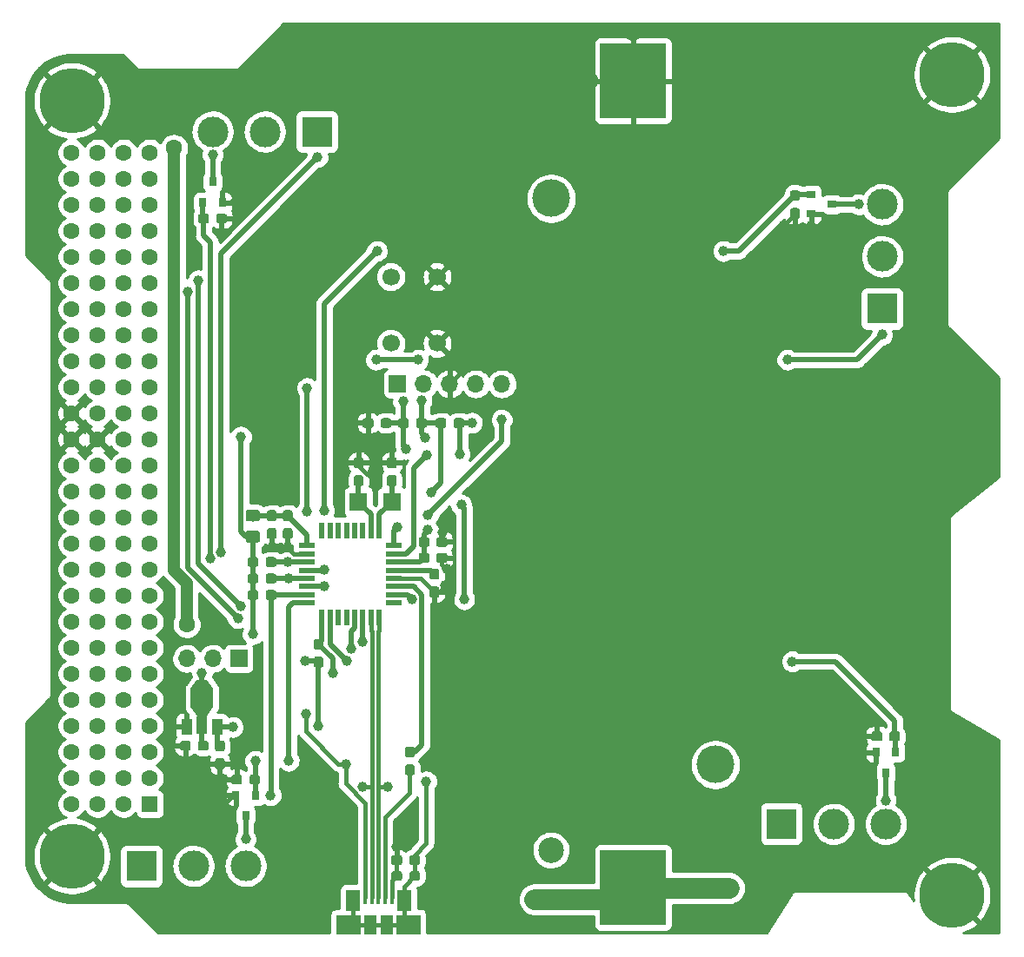
<source format=gtl>
G04 #@! TF.GenerationSoftware,KiCad,Pcbnew,5.99.0-unknown-529461e~86~ubuntu18.04.1*
G04 #@! TF.CreationDate,2019-09-26T16:04:43-03:00*
G04 #@! TF.ProjectId,DPL,44504c2e-6b69-4636-9164-5f7063625858,rev?*
G04 #@! TF.SameCoordinates,Original*
G04 #@! TF.FileFunction,Copper,L1,Top*
G04 #@! TF.FilePolarity,Positive*
%FSLAX46Y46*%
G04 Gerber Fmt 4.6, Leading zero omitted, Abs format (unit mm)*
G04 Created by KiCad (PCBNEW 5.99.0-unknown-529461e~86~ubuntu18.04.1) date 2019-09-26 16:04:43*
%MOMM*%
%LPD*%
G04 APERTURE LIST*
%ADD10C,6.350000*%
%ADD11C,1.600000*%
%ADD12R,1.600000X1.600000*%
%ADD13C,3.680000*%
%ADD14C,2.500000*%
%ADD15R,6.400000X7.340000*%
%ADD16C,1.700000*%
%ADD17R,1.750000X1.800000*%
%ADD18C,1.000000*%
%ADD19C,0.100000*%
%ADD20R,2.200000X1.840000*%
%ADD21R,1.000000X1.500000*%
%ADD22R,1.000000X1.800000*%
%ADD23C,0.850000*%
%ADD24R,1.600000X0.550000*%
%ADD25R,0.550000X1.600000*%
%ADD26C,0.950000*%
%ADD27R,0.800000X0.900000*%
%ADD28R,0.900000X0.800000*%
%ADD29C,1.150000*%
%ADD30O,1.700000X1.700000*%
%ADD31R,1.700000X1.700000*%
%ADD32C,3.000000*%
%ADD33R,3.000000X3.000000*%
%ADD34R,1.175000X1.900000*%
%ADD35R,2.375000X1.900000*%
%ADD36R,1.475000X2.100000*%
%ADD37R,0.450000X1.380000*%
%ADD38C,0.550000*%
%ADD39C,0.450000*%
%ADD40C,2.000000*%
%ADD41C,1.200000*%
%ADD42C,0.254000*%
G04 APERTURE END LIST*
D10*
X203210000Y-45190000D03*
X203210000Y-125200000D03*
D11*
X120000000Y-116310000D03*
X117460000Y-116310000D03*
X120000000Y-113770000D03*
X117460000Y-113770000D03*
X120000000Y-111230000D03*
X117460000Y-111230000D03*
X120000000Y-108690000D03*
X117460000Y-108690000D03*
X120000000Y-106150000D03*
X117460000Y-106150000D03*
X120000000Y-103610000D03*
X117460000Y-103610000D03*
X120000000Y-101070000D03*
X117460000Y-101070000D03*
X120000000Y-98530000D03*
X117460000Y-98530000D03*
X120000000Y-95990000D03*
X117460000Y-95990000D03*
X120000000Y-93450000D03*
X117460000Y-93450000D03*
X120000000Y-90910000D03*
X117460000Y-90910000D03*
X120000000Y-88370000D03*
X117460000Y-88370000D03*
X120000000Y-85830000D03*
X117460000Y-85830000D03*
X120000000Y-83290000D03*
X117460000Y-83290000D03*
X120000000Y-80750000D03*
X117460000Y-80750000D03*
X120000000Y-78210000D03*
X117460000Y-78210000D03*
X120000000Y-75670000D03*
X117460000Y-75670000D03*
X120000000Y-73130000D03*
X117460000Y-73130000D03*
X120000000Y-70590000D03*
X117460000Y-70590000D03*
X120000000Y-68050000D03*
X117460000Y-68050000D03*
X120000000Y-65510000D03*
X117460000Y-65510000D03*
X120000000Y-62970000D03*
X117460000Y-62970000D03*
X120000000Y-60430000D03*
X117460000Y-60430000D03*
X120000000Y-57890000D03*
X117460000Y-57890000D03*
X120000000Y-55350000D03*
X117460000Y-55350000D03*
X120000000Y-52810000D03*
X117460000Y-52810000D03*
D12*
X125080000Y-116310000D03*
D11*
X122540000Y-116310000D03*
X125080000Y-113770000D03*
X122540000Y-113770000D03*
X125080000Y-111230000D03*
X122540000Y-111230000D03*
X125080000Y-108690000D03*
X122540000Y-108690000D03*
X125080000Y-106150000D03*
X122540000Y-106150000D03*
X125080000Y-103610000D03*
X122540000Y-103610000D03*
X125080000Y-101070000D03*
X122540000Y-101070000D03*
X125080000Y-98530000D03*
X122540000Y-98530000D03*
X125080000Y-95990000D03*
X122540000Y-95990000D03*
X125080000Y-93450000D03*
X122540000Y-93450000D03*
X125080000Y-90910000D03*
X122540000Y-90910000D03*
X125080000Y-88370000D03*
X122540000Y-88370000D03*
X125080000Y-85830000D03*
X122540000Y-85830000D03*
X125080000Y-83290000D03*
X122540000Y-83290000D03*
X125080000Y-80750000D03*
X122540000Y-80750000D03*
X125080000Y-78210000D03*
X122540000Y-78210000D03*
X125080000Y-75670000D03*
X122540000Y-75670000D03*
X125080000Y-73130000D03*
X122540000Y-73130000D03*
X125080000Y-70590000D03*
X122540000Y-70590000D03*
X125080000Y-68050000D03*
X122540000Y-68050000D03*
X125080000Y-65510000D03*
X122540000Y-65510000D03*
X125080000Y-62970000D03*
X122540000Y-62970000D03*
X125080000Y-60430000D03*
X122540000Y-60430000D03*
X125080000Y-57890000D03*
X122540000Y-57890000D03*
X125080000Y-55350000D03*
X122540000Y-55350000D03*
X125080000Y-52810000D03*
X122540000Y-52810000D03*
D10*
X117480000Y-47730000D03*
X117480000Y-121390000D03*
D13*
X164155000Y-57265000D03*
X180155000Y-112465000D03*
D14*
X164155000Y-120795000D03*
D15*
X172155000Y-124465000D03*
X172155000Y-45805000D03*
D16*
X148560000Y-71400000D03*
X148560000Y-64900000D03*
X153060000Y-71400000D03*
X153060000Y-64900000D03*
D17*
X145400000Y-86850000D03*
X148650000Y-86850000D03*
D18*
X130150000Y-107376200D03*
D19*
G36*
X131250000Y-106876200D02*
G01*
X130550000Y-107876200D01*
X129750000Y-107876200D01*
X129050000Y-106876200D01*
X131250000Y-106876200D01*
X131250000Y-106876200D01*
G37*
D20*
X130150000Y-105966500D03*
D21*
X131650000Y-108780000D03*
D22*
X130150000Y-108633500D03*
D21*
X128650000Y-108780000D03*
D23*
X130150000Y-104633000D03*
D19*
G36*
X129050000Y-105058000D02*
G01*
X129650000Y-104208000D01*
X130650000Y-104208000D01*
X131250000Y-105058000D01*
X129050000Y-105058000D01*
X129050000Y-105058000D01*
G37*
D24*
X148875000Y-91110000D03*
X148875000Y-91910000D03*
X148875000Y-92710000D03*
X148875000Y-93510000D03*
X148875000Y-94310000D03*
X148875000Y-95110000D03*
X148875000Y-95910000D03*
X148875000Y-96710000D03*
D25*
X147425000Y-98160000D03*
X146625000Y-98160000D03*
X145825000Y-98160000D03*
X145025000Y-98160000D03*
X144225000Y-98160000D03*
X143425000Y-98160000D03*
X142625000Y-98160000D03*
X141825000Y-98160000D03*
D24*
X140375000Y-96710000D03*
X140375000Y-95910000D03*
X140375000Y-95110000D03*
X140375000Y-94310000D03*
X140375000Y-93510000D03*
X140375000Y-92710000D03*
X140375000Y-91910000D03*
X140375000Y-91110000D03*
D25*
X141825000Y-89660000D03*
X142625000Y-89660000D03*
X143425000Y-89660000D03*
X144225000Y-89660000D03*
X145025000Y-89660000D03*
X145825000Y-89660000D03*
X146625000Y-89660000D03*
X147425000Y-89660000D03*
D19*
G36*
X141828387Y-101968079D02*
G01*
X141905438Y-102019562D01*
X141956921Y-102096613D01*
X141975000Y-102187500D01*
X141975000Y-102762500D01*
X141956921Y-102853387D01*
X141905438Y-102930438D01*
X141828387Y-102981921D01*
X141737500Y-103000000D01*
X141262500Y-103000000D01*
X141171613Y-102981921D01*
X141094562Y-102930438D01*
X141043079Y-102853387D01*
X141025000Y-102762500D01*
X141025000Y-102187500D01*
X141043079Y-102096613D01*
X141094562Y-102019562D01*
X141171613Y-101968079D01*
X141262500Y-101950000D01*
X141737500Y-101950000D01*
X141828387Y-101968079D01*
X141828387Y-101968079D01*
G37*
D26*
X141500000Y-102475000D03*
D19*
G36*
X141828387Y-100218079D02*
G01*
X141905438Y-100269562D01*
X141956921Y-100346613D01*
X141975000Y-100437500D01*
X141975000Y-101012500D01*
X141956921Y-101103387D01*
X141905438Y-101180438D01*
X141828387Y-101231921D01*
X141737500Y-101250000D01*
X141262500Y-101250000D01*
X141171613Y-101231921D01*
X141094562Y-101180438D01*
X141043079Y-101103387D01*
X141025000Y-101012500D01*
X141025000Y-100437500D01*
X141043079Y-100346613D01*
X141094562Y-100269562D01*
X141171613Y-100218079D01*
X141262500Y-100200000D01*
X141737500Y-100200000D01*
X141828387Y-100218079D01*
X141828387Y-100218079D01*
G37*
D26*
X141500000Y-100725000D03*
D19*
G36*
X196253387Y-109243079D02*
G01*
X196330438Y-109294562D01*
X196381921Y-109371613D01*
X196400000Y-109462500D01*
X196400000Y-109937500D01*
X196381921Y-110028387D01*
X196330438Y-110105438D01*
X196253387Y-110156921D01*
X196162500Y-110175000D01*
X195587500Y-110175000D01*
X195496613Y-110156921D01*
X195419562Y-110105438D01*
X195368079Y-110028387D01*
X195350000Y-109937500D01*
X195350000Y-109462500D01*
X195368079Y-109371613D01*
X195419562Y-109294562D01*
X195496613Y-109243079D01*
X195587500Y-109225000D01*
X196162500Y-109225000D01*
X196253387Y-109243079D01*
X196253387Y-109243079D01*
G37*
D26*
X195875000Y-109700000D03*
D19*
G36*
X198003387Y-109243079D02*
G01*
X198080438Y-109294562D01*
X198131921Y-109371613D01*
X198150000Y-109462500D01*
X198150000Y-109937500D01*
X198131921Y-110028387D01*
X198080438Y-110105438D01*
X198003387Y-110156921D01*
X197912500Y-110175000D01*
X197337500Y-110175000D01*
X197246613Y-110156921D01*
X197169562Y-110105438D01*
X197118079Y-110028387D01*
X197100000Y-109937500D01*
X197100000Y-109462500D01*
X197118079Y-109371613D01*
X197169562Y-109294562D01*
X197246613Y-109243079D01*
X197337500Y-109225000D01*
X197912500Y-109225000D01*
X198003387Y-109243079D01*
X198003387Y-109243079D01*
G37*
D26*
X197625000Y-109700000D03*
D19*
G36*
X135503387Y-95453079D02*
G01*
X135580438Y-95504562D01*
X135631921Y-95581613D01*
X135650000Y-95672500D01*
X135650000Y-96147500D01*
X135631921Y-96238387D01*
X135580438Y-96315438D01*
X135503387Y-96366921D01*
X135412500Y-96385000D01*
X134837500Y-96385000D01*
X134746613Y-96366921D01*
X134669562Y-96315438D01*
X134618079Y-96238387D01*
X134600000Y-96147500D01*
X134600000Y-95672500D01*
X134618079Y-95581613D01*
X134669562Y-95504562D01*
X134746613Y-95453079D01*
X134837500Y-95435000D01*
X135412500Y-95435000D01*
X135503387Y-95453079D01*
X135503387Y-95453079D01*
G37*
D26*
X135125000Y-95910000D03*
D19*
G36*
X137253387Y-95453079D02*
G01*
X137330438Y-95504562D01*
X137381921Y-95581613D01*
X137400000Y-95672500D01*
X137400000Y-96147500D01*
X137381921Y-96238387D01*
X137330438Y-96315438D01*
X137253387Y-96366921D01*
X137162500Y-96385000D01*
X136587500Y-96385000D01*
X136496613Y-96366921D01*
X136419562Y-96315438D01*
X136368079Y-96238387D01*
X136350000Y-96147500D01*
X136350000Y-95672500D01*
X136368079Y-95581613D01*
X136419562Y-95504562D01*
X136496613Y-95453079D01*
X136587500Y-95435000D01*
X137162500Y-95435000D01*
X137253387Y-95453079D01*
X137253387Y-95453079D01*
G37*
D26*
X136875000Y-95910000D03*
D19*
G36*
X133913387Y-113443079D02*
G01*
X133990438Y-113494562D01*
X134041921Y-113571613D01*
X134060000Y-113662500D01*
X134060000Y-114137500D01*
X134041921Y-114228387D01*
X133990438Y-114305438D01*
X133913387Y-114356921D01*
X133822500Y-114375000D01*
X133247500Y-114375000D01*
X133156613Y-114356921D01*
X133079562Y-114305438D01*
X133028079Y-114228387D01*
X133010000Y-114137500D01*
X133010000Y-113662500D01*
X133028079Y-113571613D01*
X133079562Y-113494562D01*
X133156613Y-113443079D01*
X133247500Y-113425000D01*
X133822500Y-113425000D01*
X133913387Y-113443079D01*
X133913387Y-113443079D01*
G37*
D26*
X133535000Y-113900000D03*
D19*
G36*
X135663387Y-113443079D02*
G01*
X135740438Y-113494562D01*
X135791921Y-113571613D01*
X135810000Y-113662500D01*
X135810000Y-114137500D01*
X135791921Y-114228387D01*
X135740438Y-114305438D01*
X135663387Y-114356921D01*
X135572500Y-114375000D01*
X134997500Y-114375000D01*
X134906613Y-114356921D01*
X134829562Y-114305438D01*
X134778079Y-114228387D01*
X134760000Y-114137500D01*
X134760000Y-113662500D01*
X134778079Y-113571613D01*
X134829562Y-113494562D01*
X134906613Y-113443079D01*
X134997500Y-113425000D01*
X135572500Y-113425000D01*
X135663387Y-113443079D01*
X135663387Y-113443079D01*
G37*
D26*
X135285000Y-113900000D03*
D19*
G36*
X135503387Y-93853079D02*
G01*
X135580438Y-93904562D01*
X135631921Y-93981613D01*
X135650000Y-94072500D01*
X135650000Y-94547500D01*
X135631921Y-94638387D01*
X135580438Y-94715438D01*
X135503387Y-94766921D01*
X135412500Y-94785000D01*
X134837500Y-94785000D01*
X134746613Y-94766921D01*
X134669562Y-94715438D01*
X134618079Y-94638387D01*
X134600000Y-94547500D01*
X134600000Y-94072500D01*
X134618079Y-93981613D01*
X134669562Y-93904562D01*
X134746613Y-93853079D01*
X134837500Y-93835000D01*
X135412500Y-93835000D01*
X135503387Y-93853079D01*
X135503387Y-93853079D01*
G37*
D26*
X135125000Y-94310000D03*
D19*
G36*
X137253387Y-93853079D02*
G01*
X137330438Y-93904562D01*
X137381921Y-93981613D01*
X137400000Y-94072500D01*
X137400000Y-94547500D01*
X137381921Y-94638387D01*
X137330438Y-94715438D01*
X137253387Y-94766921D01*
X137162500Y-94785000D01*
X136587500Y-94785000D01*
X136496613Y-94766921D01*
X136419562Y-94715438D01*
X136368079Y-94638387D01*
X136350000Y-94547500D01*
X136350000Y-94072500D01*
X136368079Y-93981613D01*
X136419562Y-93904562D01*
X136496613Y-93853079D01*
X136587500Y-93835000D01*
X137162500Y-93835000D01*
X137253387Y-93853079D01*
X137253387Y-93853079D01*
G37*
D26*
X136875000Y-94310000D03*
D19*
G36*
X132443387Y-58743079D02*
G01*
X132520438Y-58794562D01*
X132571921Y-58871613D01*
X132590000Y-58962500D01*
X132590000Y-59437500D01*
X132571921Y-59528387D01*
X132520438Y-59605438D01*
X132443387Y-59656921D01*
X132352500Y-59675000D01*
X131777500Y-59675000D01*
X131686613Y-59656921D01*
X131609562Y-59605438D01*
X131558079Y-59528387D01*
X131540000Y-59437500D01*
X131540000Y-58962500D01*
X131558079Y-58871613D01*
X131609562Y-58794562D01*
X131686613Y-58743079D01*
X131777500Y-58725000D01*
X132352500Y-58725000D01*
X132443387Y-58743079D01*
X132443387Y-58743079D01*
G37*
D26*
X132065000Y-59200000D03*
D19*
G36*
X130693387Y-58743079D02*
G01*
X130770438Y-58794562D01*
X130821921Y-58871613D01*
X130840000Y-58962500D01*
X130840000Y-59437500D01*
X130821921Y-59528387D01*
X130770438Y-59605438D01*
X130693387Y-59656921D01*
X130602500Y-59675000D01*
X130027500Y-59675000D01*
X129936613Y-59656921D01*
X129859562Y-59605438D01*
X129808079Y-59528387D01*
X129790000Y-59437500D01*
X129790000Y-58962500D01*
X129808079Y-58871613D01*
X129859562Y-58794562D01*
X129936613Y-58743079D01*
X130027500Y-58725000D01*
X130602500Y-58725000D01*
X130693387Y-58743079D01*
X130693387Y-58743079D01*
G37*
D26*
X130315000Y-59200000D03*
D19*
G36*
X135503387Y-92243079D02*
G01*
X135580438Y-92294562D01*
X135631921Y-92371613D01*
X135650000Y-92462500D01*
X135650000Y-92937500D01*
X135631921Y-93028387D01*
X135580438Y-93105438D01*
X135503387Y-93156921D01*
X135412500Y-93175000D01*
X134837500Y-93175000D01*
X134746613Y-93156921D01*
X134669562Y-93105438D01*
X134618079Y-93028387D01*
X134600000Y-92937500D01*
X134600000Y-92462500D01*
X134618079Y-92371613D01*
X134669562Y-92294562D01*
X134746613Y-92243079D01*
X134837500Y-92225000D01*
X135412500Y-92225000D01*
X135503387Y-92243079D01*
X135503387Y-92243079D01*
G37*
D26*
X135125000Y-92700000D03*
D19*
G36*
X137253387Y-92243079D02*
G01*
X137330438Y-92294562D01*
X137381921Y-92371613D01*
X137400000Y-92462500D01*
X137400000Y-92937500D01*
X137381921Y-93028387D01*
X137330438Y-93105438D01*
X137253387Y-93156921D01*
X137162500Y-93175000D01*
X136587500Y-93175000D01*
X136496613Y-93156921D01*
X136419562Y-93105438D01*
X136368079Y-93028387D01*
X136350000Y-92937500D01*
X136350000Y-92462500D01*
X136368079Y-92371613D01*
X136419562Y-92294562D01*
X136496613Y-92243079D01*
X136587500Y-92225000D01*
X137162500Y-92225000D01*
X137253387Y-92243079D01*
X137253387Y-92243079D01*
G37*
D26*
X136875000Y-92700000D03*
D19*
G36*
X188228387Y-58208079D02*
G01*
X188305438Y-58259562D01*
X188356921Y-58336613D01*
X188375000Y-58427500D01*
X188375000Y-59002500D01*
X188356921Y-59093387D01*
X188305438Y-59170438D01*
X188228387Y-59221921D01*
X188137500Y-59240000D01*
X187662500Y-59240000D01*
X187571613Y-59221921D01*
X187494562Y-59170438D01*
X187443079Y-59093387D01*
X187425000Y-59002500D01*
X187425000Y-58427500D01*
X187443079Y-58336613D01*
X187494562Y-58259562D01*
X187571613Y-58208079D01*
X187662500Y-58190000D01*
X188137500Y-58190000D01*
X188228387Y-58208079D01*
X188228387Y-58208079D01*
G37*
D26*
X187900000Y-58715000D03*
D19*
G36*
X188228387Y-56458079D02*
G01*
X188305438Y-56509562D01*
X188356921Y-56586613D01*
X188375000Y-56677500D01*
X188375000Y-57252500D01*
X188356921Y-57343387D01*
X188305438Y-57420438D01*
X188228387Y-57471921D01*
X188137500Y-57490000D01*
X187662500Y-57490000D01*
X187571613Y-57471921D01*
X187494562Y-57420438D01*
X187443079Y-57343387D01*
X187425000Y-57252500D01*
X187425000Y-56677500D01*
X187443079Y-56586613D01*
X187494562Y-56509562D01*
X187571613Y-56458079D01*
X187662500Y-56440000D01*
X188137500Y-56440000D01*
X188228387Y-56458079D01*
X188228387Y-56458079D01*
G37*
D26*
X187900000Y-56965000D03*
D19*
G36*
X150728387Y-112468079D02*
G01*
X150805438Y-112519562D01*
X150856921Y-112596613D01*
X150875000Y-112687500D01*
X150875000Y-113262500D01*
X150856921Y-113353387D01*
X150805438Y-113430438D01*
X150728387Y-113481921D01*
X150637500Y-113500000D01*
X150162500Y-113500000D01*
X150071613Y-113481921D01*
X149994562Y-113430438D01*
X149943079Y-113353387D01*
X149925000Y-113262500D01*
X149925000Y-112687500D01*
X149943079Y-112596613D01*
X149994562Y-112519562D01*
X150071613Y-112468079D01*
X150162500Y-112450000D01*
X150637500Y-112450000D01*
X150728387Y-112468079D01*
X150728387Y-112468079D01*
G37*
D26*
X150400000Y-112975000D03*
D19*
G36*
X150728387Y-110718079D02*
G01*
X150805438Y-110769562D01*
X150856921Y-110846613D01*
X150875000Y-110937500D01*
X150875000Y-111512500D01*
X150856921Y-111603387D01*
X150805438Y-111680438D01*
X150728387Y-111731921D01*
X150637500Y-111750000D01*
X150162500Y-111750000D01*
X150071613Y-111731921D01*
X149994562Y-111680438D01*
X149943079Y-111603387D01*
X149925000Y-111512500D01*
X149925000Y-110937500D01*
X149943079Y-110846613D01*
X149994562Y-110769562D01*
X150071613Y-110718079D01*
X150162500Y-110700000D01*
X150637500Y-110700000D01*
X150728387Y-110718079D01*
X150728387Y-110718079D01*
G37*
D26*
X150400000Y-111225000D03*
D19*
G36*
X149503387Y-122843079D02*
G01*
X149580438Y-122894562D01*
X149631921Y-122971613D01*
X149650000Y-123062500D01*
X149650000Y-123537500D01*
X149631921Y-123628387D01*
X149580438Y-123705438D01*
X149503387Y-123756921D01*
X149412500Y-123775000D01*
X148837500Y-123775000D01*
X148746613Y-123756921D01*
X148669562Y-123705438D01*
X148618079Y-123628387D01*
X148600000Y-123537500D01*
X148600000Y-123062500D01*
X148618079Y-122971613D01*
X148669562Y-122894562D01*
X148746613Y-122843079D01*
X148837500Y-122825000D01*
X149412500Y-122825000D01*
X149503387Y-122843079D01*
X149503387Y-122843079D01*
G37*
D26*
X149125000Y-123300000D03*
D19*
G36*
X151253387Y-122843079D02*
G01*
X151330438Y-122894562D01*
X151381921Y-122971613D01*
X151400000Y-123062500D01*
X151400000Y-123537500D01*
X151381921Y-123628387D01*
X151330438Y-123705438D01*
X151253387Y-123756921D01*
X151162500Y-123775000D01*
X150587500Y-123775000D01*
X150496613Y-123756921D01*
X150419562Y-123705438D01*
X150368079Y-123628387D01*
X150350000Y-123537500D01*
X150350000Y-123062500D01*
X150368079Y-122971613D01*
X150419562Y-122894562D01*
X150496613Y-122843079D01*
X150587500Y-122825000D01*
X151162500Y-122825000D01*
X151253387Y-122843079D01*
X151253387Y-122843079D01*
G37*
D26*
X150875000Y-123300000D03*
D19*
G36*
X150153387Y-78693079D02*
G01*
X150230438Y-78744562D01*
X150281921Y-78821613D01*
X150300000Y-78912500D01*
X150300000Y-79387500D01*
X150281921Y-79478387D01*
X150230438Y-79555438D01*
X150153387Y-79606921D01*
X150062500Y-79625000D01*
X149487500Y-79625000D01*
X149396613Y-79606921D01*
X149319562Y-79555438D01*
X149268079Y-79478387D01*
X149250000Y-79387500D01*
X149250000Y-78912500D01*
X149268079Y-78821613D01*
X149319562Y-78744562D01*
X149396613Y-78693079D01*
X149487500Y-78675000D01*
X150062500Y-78675000D01*
X150153387Y-78693079D01*
X150153387Y-78693079D01*
G37*
D26*
X149775000Y-79150000D03*
D19*
G36*
X151903387Y-78693079D02*
G01*
X151980438Y-78744562D01*
X152031921Y-78821613D01*
X152050000Y-78912500D01*
X152050000Y-79387500D01*
X152031921Y-79478387D01*
X151980438Y-79555438D01*
X151903387Y-79606921D01*
X151812500Y-79625000D01*
X151237500Y-79625000D01*
X151146613Y-79606921D01*
X151069562Y-79555438D01*
X151018079Y-79478387D01*
X151000000Y-79387500D01*
X151000000Y-78912500D01*
X151018079Y-78821613D01*
X151069562Y-78744562D01*
X151146613Y-78693079D01*
X151237500Y-78675000D01*
X151812500Y-78675000D01*
X151903387Y-78693079D01*
X151903387Y-78693079D01*
G37*
D26*
X151525000Y-79150000D03*
D19*
G36*
X155553387Y-78693079D02*
G01*
X155630438Y-78744562D01*
X155681921Y-78821613D01*
X155700000Y-78912500D01*
X155700000Y-79387500D01*
X155681921Y-79478387D01*
X155630438Y-79555438D01*
X155553387Y-79606921D01*
X155462500Y-79625000D01*
X154887500Y-79625000D01*
X154796613Y-79606921D01*
X154719562Y-79555438D01*
X154668079Y-79478387D01*
X154650000Y-79387500D01*
X154650000Y-78912500D01*
X154668079Y-78821613D01*
X154719562Y-78744562D01*
X154796613Y-78693079D01*
X154887500Y-78675000D01*
X155462500Y-78675000D01*
X155553387Y-78693079D01*
X155553387Y-78693079D01*
G37*
D26*
X155175000Y-79150000D03*
D19*
G36*
X153803387Y-78693079D02*
G01*
X153880438Y-78744562D01*
X153931921Y-78821613D01*
X153950000Y-78912500D01*
X153950000Y-79387500D01*
X153931921Y-79478387D01*
X153880438Y-79555438D01*
X153803387Y-79606921D01*
X153712500Y-79625000D01*
X153137500Y-79625000D01*
X153046613Y-79606921D01*
X152969562Y-79555438D01*
X152918079Y-79478387D01*
X152900000Y-79387500D01*
X152900000Y-78912500D01*
X152918079Y-78821613D01*
X152969562Y-78744562D01*
X153046613Y-78693079D01*
X153137500Y-78675000D01*
X153712500Y-78675000D01*
X153803387Y-78693079D01*
X153803387Y-78693079D01*
G37*
D26*
X153425000Y-79150000D03*
D27*
X196750000Y-113250000D03*
X195800000Y-111250000D03*
X197700000Y-111250000D03*
X134410000Y-117450000D03*
X133460000Y-115450000D03*
X135360000Y-115450000D03*
X131190000Y-55650000D03*
X132140000Y-57650000D03*
X130240000Y-57650000D03*
D28*
X191500000Y-57840000D03*
X189500000Y-58790000D03*
X189500000Y-56890000D03*
D19*
G36*
X135645671Y-89669030D02*
G01*
X135726777Y-89723223D01*
X135780970Y-89804329D01*
X135800000Y-89899999D01*
X135800000Y-90550001D01*
X135780970Y-90645671D01*
X135726777Y-90726777D01*
X135645671Y-90780970D01*
X135550001Y-90800000D01*
X134649999Y-90800000D01*
X134554329Y-90780970D01*
X134473223Y-90726777D01*
X134419030Y-90645671D01*
X134400000Y-90550001D01*
X134400000Y-89899999D01*
X134419030Y-89804329D01*
X134473223Y-89723223D01*
X134554329Y-89669030D01*
X134649999Y-89650000D01*
X135550001Y-89650000D01*
X135645671Y-89669030D01*
X135645671Y-89669030D01*
G37*
D29*
X135100000Y-90225000D03*
D19*
G36*
X135645671Y-87619030D02*
G01*
X135726777Y-87673223D01*
X135780970Y-87754329D01*
X135800000Y-87849999D01*
X135800000Y-88500001D01*
X135780970Y-88595671D01*
X135726777Y-88676777D01*
X135645671Y-88730970D01*
X135550001Y-88750000D01*
X134649999Y-88750000D01*
X134554329Y-88730970D01*
X134473223Y-88676777D01*
X134419030Y-88595671D01*
X134400000Y-88500001D01*
X134400000Y-87849999D01*
X134419030Y-87754329D01*
X134473223Y-87673223D01*
X134554329Y-87619030D01*
X134649999Y-87600000D01*
X135550001Y-87600000D01*
X135645671Y-87619030D01*
X135645671Y-87619030D01*
G37*
D29*
X135100000Y-88175000D03*
D30*
X128670000Y-102110000D03*
X131210000Y-102110000D03*
D31*
X133750000Y-102110000D03*
D32*
X196750000Y-118250000D03*
X191670000Y-118250000D03*
D33*
X186590000Y-118250000D03*
D32*
X134410000Y-122350000D03*
X129330000Y-122350000D03*
D33*
X124250000Y-122350000D03*
D32*
X131190000Y-50750000D03*
X136270000Y-50750000D03*
D33*
X141350000Y-50750000D03*
D32*
X196400000Y-57840000D03*
X196400000Y-62920000D03*
D33*
X196400000Y-68000000D03*
D30*
X159370000Y-75350000D03*
X156830000Y-75350000D03*
X154290000Y-75350000D03*
X151750000Y-75350000D03*
D31*
X149210000Y-75350000D03*
D34*
X148190000Y-128050000D03*
X146510000Y-128050000D03*
D35*
X150260000Y-128050000D03*
X144440000Y-128050000D03*
D36*
X149812500Y-125750000D03*
X144887500Y-125750000D03*
D37*
X148650000Y-125390000D03*
X148000000Y-125390000D03*
X147350000Y-125390000D03*
X146700000Y-125390000D03*
X146050000Y-125390000D03*
D19*
G36*
X132228387Y-111868079D02*
G01*
X132305438Y-111919562D01*
X132356921Y-111996613D01*
X132375000Y-112087500D01*
X132375000Y-112662500D01*
X132356921Y-112753387D01*
X132305438Y-112830438D01*
X132228387Y-112881921D01*
X132137500Y-112900000D01*
X131662500Y-112900000D01*
X131571613Y-112881921D01*
X131494562Y-112830438D01*
X131443079Y-112753387D01*
X131425000Y-112662500D01*
X131425000Y-112087500D01*
X131443079Y-111996613D01*
X131494562Y-111919562D01*
X131571613Y-111868079D01*
X131662500Y-111850000D01*
X132137500Y-111850000D01*
X132228387Y-111868079D01*
X132228387Y-111868079D01*
G37*
D26*
X131900000Y-112375000D03*
D19*
G36*
X132228387Y-110118079D02*
G01*
X132305438Y-110169562D01*
X132356921Y-110246613D01*
X132375000Y-110337500D01*
X132375000Y-110912500D01*
X132356921Y-111003387D01*
X132305438Y-111080438D01*
X132228387Y-111131921D01*
X132137500Y-111150000D01*
X131662500Y-111150000D01*
X131571613Y-111131921D01*
X131494562Y-111080438D01*
X131443079Y-111003387D01*
X131425000Y-110912500D01*
X131425000Y-110337500D01*
X131443079Y-110246613D01*
X131494562Y-110169562D01*
X131571613Y-110118079D01*
X131662500Y-110100000D01*
X132137500Y-110100000D01*
X132228387Y-110118079D01*
X132228387Y-110118079D01*
G37*
D26*
X131900000Y-110625000D03*
D19*
G36*
X128903387Y-110143079D02*
G01*
X128980438Y-110194562D01*
X129031921Y-110271613D01*
X129050000Y-110362500D01*
X129050000Y-110837500D01*
X129031921Y-110928387D01*
X128980438Y-111005438D01*
X128903387Y-111056921D01*
X128812500Y-111075000D01*
X128237500Y-111075000D01*
X128146613Y-111056921D01*
X128069562Y-111005438D01*
X128018079Y-110928387D01*
X128000000Y-110837500D01*
X128000000Y-110362500D01*
X128018079Y-110271613D01*
X128069562Y-110194562D01*
X128146613Y-110143079D01*
X128237500Y-110125000D01*
X128812500Y-110125000D01*
X128903387Y-110143079D01*
X128903387Y-110143079D01*
G37*
D26*
X128525000Y-110600000D03*
D19*
G36*
X130653387Y-110143079D02*
G01*
X130730438Y-110194562D01*
X130781921Y-110271613D01*
X130800000Y-110362500D01*
X130800000Y-110837500D01*
X130781921Y-110928387D01*
X130730438Y-111005438D01*
X130653387Y-111056921D01*
X130562500Y-111075000D01*
X129987500Y-111075000D01*
X129896613Y-111056921D01*
X129819562Y-111005438D01*
X129768079Y-110928387D01*
X129750000Y-110837500D01*
X129750000Y-110362500D01*
X129768079Y-110271613D01*
X129819562Y-110194562D01*
X129896613Y-110143079D01*
X129987500Y-110125000D01*
X130562500Y-110125000D01*
X130653387Y-110143079D01*
X130653387Y-110143079D01*
G37*
D26*
X130275000Y-110600000D03*
D19*
G36*
X145728387Y-82518079D02*
G01*
X145805438Y-82569562D01*
X145856921Y-82646613D01*
X145875000Y-82737500D01*
X145875000Y-83312500D01*
X145856921Y-83403387D01*
X145805438Y-83480438D01*
X145728387Y-83531921D01*
X145637500Y-83550000D01*
X145162500Y-83550000D01*
X145071613Y-83531921D01*
X144994562Y-83480438D01*
X144943079Y-83403387D01*
X144925000Y-83312500D01*
X144925000Y-82737500D01*
X144943079Y-82646613D01*
X144994562Y-82569562D01*
X145071613Y-82518079D01*
X145162500Y-82500000D01*
X145637500Y-82500000D01*
X145728387Y-82518079D01*
X145728387Y-82518079D01*
G37*
D26*
X145400000Y-83025000D03*
D19*
G36*
X145728387Y-84268079D02*
G01*
X145805438Y-84319562D01*
X145856921Y-84396613D01*
X145875000Y-84487500D01*
X145875000Y-85062500D01*
X145856921Y-85153387D01*
X145805438Y-85230438D01*
X145728387Y-85281921D01*
X145637500Y-85300000D01*
X145162500Y-85300000D01*
X145071613Y-85281921D01*
X144994562Y-85230438D01*
X144943079Y-85153387D01*
X144925000Y-85062500D01*
X144925000Y-84487500D01*
X144943079Y-84396613D01*
X144994562Y-84319562D01*
X145071613Y-84268079D01*
X145162500Y-84250000D01*
X145637500Y-84250000D01*
X145728387Y-84268079D01*
X145728387Y-84268079D01*
G37*
D26*
X145400000Y-84775000D03*
D19*
G36*
X148978387Y-82518079D02*
G01*
X149055438Y-82569562D01*
X149106921Y-82646613D01*
X149125000Y-82737500D01*
X149125000Y-83312500D01*
X149106921Y-83403387D01*
X149055438Y-83480438D01*
X148978387Y-83531921D01*
X148887500Y-83550000D01*
X148412500Y-83550000D01*
X148321613Y-83531921D01*
X148244562Y-83480438D01*
X148193079Y-83403387D01*
X148175000Y-83312500D01*
X148175000Y-82737500D01*
X148193079Y-82646613D01*
X148244562Y-82569562D01*
X148321613Y-82518079D01*
X148412500Y-82500000D01*
X148887500Y-82500000D01*
X148978387Y-82518079D01*
X148978387Y-82518079D01*
G37*
D26*
X148650000Y-83025000D03*
D19*
G36*
X148978387Y-84268079D02*
G01*
X149055438Y-84319562D01*
X149106921Y-84396613D01*
X149125000Y-84487500D01*
X149125000Y-85062500D01*
X149106921Y-85153387D01*
X149055438Y-85230438D01*
X148978387Y-85281921D01*
X148887500Y-85300000D01*
X148412500Y-85300000D01*
X148321613Y-85281921D01*
X148244562Y-85230438D01*
X148193079Y-85153387D01*
X148175000Y-85062500D01*
X148175000Y-84487500D01*
X148193079Y-84396613D01*
X148244562Y-84319562D01*
X148321613Y-84268079D01*
X148412500Y-84250000D01*
X148887500Y-84250000D01*
X148978387Y-84268079D01*
X148978387Y-84268079D01*
G37*
D26*
X148650000Y-84775000D03*
D19*
G36*
X153903387Y-90293079D02*
G01*
X153980438Y-90344562D01*
X154031921Y-90421613D01*
X154050000Y-90512500D01*
X154050000Y-90987500D01*
X154031921Y-91078387D01*
X153980438Y-91155438D01*
X153903387Y-91206921D01*
X153812500Y-91225000D01*
X153237500Y-91225000D01*
X153146613Y-91206921D01*
X153069562Y-91155438D01*
X153018079Y-91078387D01*
X153000000Y-90987500D01*
X153000000Y-90512500D01*
X153018079Y-90421613D01*
X153069562Y-90344562D01*
X153146613Y-90293079D01*
X153237500Y-90275000D01*
X153812500Y-90275000D01*
X153903387Y-90293079D01*
X153903387Y-90293079D01*
G37*
D26*
X153525000Y-90750000D03*
D19*
G36*
X152153387Y-90293079D02*
G01*
X152230438Y-90344562D01*
X152281921Y-90421613D01*
X152300000Y-90512500D01*
X152300000Y-90987500D01*
X152281921Y-91078387D01*
X152230438Y-91155438D01*
X152153387Y-91206921D01*
X152062500Y-91225000D01*
X151487500Y-91225000D01*
X151396613Y-91206921D01*
X151319562Y-91155438D01*
X151268079Y-91078387D01*
X151250000Y-90987500D01*
X151250000Y-90512500D01*
X151268079Y-90421613D01*
X151319562Y-90344562D01*
X151396613Y-90293079D01*
X151487500Y-90275000D01*
X152062500Y-90275000D01*
X152153387Y-90293079D01*
X152153387Y-90293079D01*
G37*
D26*
X151775000Y-90750000D03*
D19*
G36*
X153903387Y-91843079D02*
G01*
X153980438Y-91894562D01*
X154031921Y-91971613D01*
X154050000Y-92062500D01*
X154050000Y-92537500D01*
X154031921Y-92628387D01*
X153980438Y-92705438D01*
X153903387Y-92756921D01*
X153812500Y-92775000D01*
X153237500Y-92775000D01*
X153146613Y-92756921D01*
X153069562Y-92705438D01*
X153018079Y-92628387D01*
X153000000Y-92537500D01*
X153000000Y-92062500D01*
X153018079Y-91971613D01*
X153069562Y-91894562D01*
X153146613Y-91843079D01*
X153237500Y-91825000D01*
X153812500Y-91825000D01*
X153903387Y-91843079D01*
X153903387Y-91843079D01*
G37*
D26*
X153525000Y-92300000D03*
D19*
G36*
X152153387Y-91843079D02*
G01*
X152230438Y-91894562D01*
X152281921Y-91971613D01*
X152300000Y-92062500D01*
X152300000Y-92537500D01*
X152281921Y-92628387D01*
X152230438Y-92705438D01*
X152153387Y-92756921D01*
X152062500Y-92775000D01*
X151487500Y-92775000D01*
X151396613Y-92756921D01*
X151319562Y-92705438D01*
X151268079Y-92628387D01*
X151250000Y-92537500D01*
X151250000Y-92062500D01*
X151268079Y-91971613D01*
X151319562Y-91894562D01*
X151396613Y-91843079D01*
X151487500Y-91825000D01*
X152062500Y-91825000D01*
X152153387Y-91843079D01*
X152153387Y-91843079D01*
G37*
D26*
X151775000Y-92300000D03*
D19*
G36*
X137278387Y-89418079D02*
G01*
X137355438Y-89469562D01*
X137406921Y-89546613D01*
X137425000Y-89637500D01*
X137425000Y-90212500D01*
X137406921Y-90303387D01*
X137355438Y-90380438D01*
X137278387Y-90431921D01*
X137187500Y-90450000D01*
X136712500Y-90450000D01*
X136621613Y-90431921D01*
X136544562Y-90380438D01*
X136493079Y-90303387D01*
X136475000Y-90212500D01*
X136475000Y-89637500D01*
X136493079Y-89546613D01*
X136544562Y-89469562D01*
X136621613Y-89418079D01*
X136712500Y-89400000D01*
X137187500Y-89400000D01*
X137278387Y-89418079D01*
X137278387Y-89418079D01*
G37*
D26*
X136950000Y-89925000D03*
D19*
G36*
X137278387Y-87668079D02*
G01*
X137355438Y-87719562D01*
X137406921Y-87796613D01*
X137425000Y-87887500D01*
X137425000Y-88462500D01*
X137406921Y-88553387D01*
X137355438Y-88630438D01*
X137278387Y-88681921D01*
X137187500Y-88700000D01*
X136712500Y-88700000D01*
X136621613Y-88681921D01*
X136544562Y-88630438D01*
X136493079Y-88553387D01*
X136475000Y-88462500D01*
X136475000Y-87887500D01*
X136493079Y-87796613D01*
X136544562Y-87719562D01*
X136621613Y-87668079D01*
X136712500Y-87650000D01*
X137187500Y-87650000D01*
X137278387Y-87668079D01*
X137278387Y-87668079D01*
G37*
D26*
X136950000Y-88175000D03*
D19*
G36*
X138828387Y-89418079D02*
G01*
X138905438Y-89469562D01*
X138956921Y-89546613D01*
X138975000Y-89637500D01*
X138975000Y-90212500D01*
X138956921Y-90303387D01*
X138905438Y-90380438D01*
X138828387Y-90431921D01*
X138737500Y-90450000D01*
X138262500Y-90450000D01*
X138171613Y-90431921D01*
X138094562Y-90380438D01*
X138043079Y-90303387D01*
X138025000Y-90212500D01*
X138025000Y-89637500D01*
X138043079Y-89546613D01*
X138094562Y-89469562D01*
X138171613Y-89418079D01*
X138262500Y-89400000D01*
X138737500Y-89400000D01*
X138828387Y-89418079D01*
X138828387Y-89418079D01*
G37*
D26*
X138500000Y-89925000D03*
D19*
G36*
X138828387Y-87668079D02*
G01*
X138905438Y-87719562D01*
X138956921Y-87796613D01*
X138975000Y-87887500D01*
X138975000Y-88462500D01*
X138956921Y-88553387D01*
X138905438Y-88630438D01*
X138828387Y-88681921D01*
X138737500Y-88700000D01*
X138262500Y-88700000D01*
X138171613Y-88681921D01*
X138094562Y-88630438D01*
X138043079Y-88553387D01*
X138025000Y-88462500D01*
X138025000Y-87887500D01*
X138043079Y-87796613D01*
X138094562Y-87719562D01*
X138171613Y-87668079D01*
X138262500Y-87650000D01*
X138737500Y-87650000D01*
X138828387Y-87668079D01*
X138828387Y-87668079D01*
G37*
D26*
X138500000Y-88175000D03*
D19*
G36*
X146703387Y-78693079D02*
G01*
X146780438Y-78744562D01*
X146831921Y-78821613D01*
X146850000Y-78912500D01*
X146850000Y-79387500D01*
X146831921Y-79478387D01*
X146780438Y-79555438D01*
X146703387Y-79606921D01*
X146612500Y-79625000D01*
X146037500Y-79625000D01*
X145946613Y-79606921D01*
X145869562Y-79555438D01*
X145818079Y-79478387D01*
X145800000Y-79387500D01*
X145800000Y-78912500D01*
X145818079Y-78821613D01*
X145869562Y-78744562D01*
X145946613Y-78693079D01*
X146037500Y-78675000D01*
X146612500Y-78675000D01*
X146703387Y-78693079D01*
X146703387Y-78693079D01*
G37*
D26*
X146325000Y-79150000D03*
D19*
G36*
X148453387Y-78693079D02*
G01*
X148530438Y-78744562D01*
X148581921Y-78821613D01*
X148600000Y-78912500D01*
X148600000Y-79387500D01*
X148581921Y-79478387D01*
X148530438Y-79555438D01*
X148453387Y-79606921D01*
X148362500Y-79625000D01*
X147787500Y-79625000D01*
X147696613Y-79606921D01*
X147619562Y-79555438D01*
X147568079Y-79478387D01*
X147550000Y-79387500D01*
X147550000Y-78912500D01*
X147568079Y-78821613D01*
X147619562Y-78744562D01*
X147696613Y-78693079D01*
X147787500Y-78675000D01*
X148362500Y-78675000D01*
X148453387Y-78693079D01*
X148453387Y-78693079D01*
G37*
D26*
X148075000Y-79150000D03*
D19*
G36*
X149503387Y-121293079D02*
G01*
X149580438Y-121344562D01*
X149631921Y-121421613D01*
X149650000Y-121512500D01*
X149650000Y-121987500D01*
X149631921Y-122078387D01*
X149580438Y-122155438D01*
X149503387Y-122206921D01*
X149412500Y-122225000D01*
X148837500Y-122225000D01*
X148746613Y-122206921D01*
X148669562Y-122155438D01*
X148618079Y-122078387D01*
X148600000Y-121987500D01*
X148600000Y-121512500D01*
X148618079Y-121421613D01*
X148669562Y-121344562D01*
X148746613Y-121293079D01*
X148837500Y-121275000D01*
X149412500Y-121275000D01*
X149503387Y-121293079D01*
X149503387Y-121293079D01*
G37*
D26*
X149125000Y-121750000D03*
D19*
G36*
X151253387Y-121293079D02*
G01*
X151330438Y-121344562D01*
X151381921Y-121421613D01*
X151400000Y-121512500D01*
X151400000Y-121987500D01*
X151381921Y-122078387D01*
X151330438Y-122155438D01*
X151253387Y-122206921D01*
X151162500Y-122225000D01*
X150587500Y-122225000D01*
X150496613Y-122206921D01*
X150419562Y-122155438D01*
X150368079Y-122078387D01*
X150350000Y-121987500D01*
X150350000Y-121512500D01*
X150368079Y-121421613D01*
X150419562Y-121344562D01*
X150496613Y-121293079D01*
X150587500Y-121275000D01*
X151162500Y-121275000D01*
X151253387Y-121293079D01*
X151253387Y-121293079D01*
G37*
D26*
X150875000Y-121750000D03*
D19*
G36*
X153128387Y-95118079D02*
G01*
X153205438Y-95169562D01*
X153256921Y-95246613D01*
X153275000Y-95337500D01*
X153275000Y-95912500D01*
X153256921Y-96003387D01*
X153205438Y-96080438D01*
X153128387Y-96131921D01*
X153037500Y-96150000D01*
X152562500Y-96150000D01*
X152471613Y-96131921D01*
X152394562Y-96080438D01*
X152343079Y-96003387D01*
X152325000Y-95912500D01*
X152325000Y-95337500D01*
X152343079Y-95246613D01*
X152394562Y-95169562D01*
X152471613Y-95118079D01*
X152562500Y-95100000D01*
X153037500Y-95100000D01*
X153128387Y-95118079D01*
X153128387Y-95118079D01*
G37*
D26*
X152800000Y-95625000D03*
D19*
G36*
X153128387Y-93368079D02*
G01*
X153205438Y-93419562D01*
X153256921Y-93496613D01*
X153275000Y-93587500D01*
X153275000Y-94162500D01*
X153256921Y-94253387D01*
X153205438Y-94330438D01*
X153128387Y-94381921D01*
X153037500Y-94400000D01*
X152562500Y-94400000D01*
X152471613Y-94381921D01*
X152394562Y-94330438D01*
X152343079Y-94253387D01*
X152325000Y-94162500D01*
X152325000Y-93587500D01*
X152343079Y-93496613D01*
X152394562Y-93419562D01*
X152471613Y-93368079D01*
X152562500Y-93350000D01*
X153037500Y-93350000D01*
X153128387Y-93368079D01*
X153128387Y-93368079D01*
G37*
D26*
X152800000Y-93875000D03*
D18*
X187175000Y-73000000D03*
X179650000Y-117900000D03*
X154000000Y-105700000D03*
X154000000Y-98550000D03*
X134050000Y-73050000D03*
X134050000Y-77400000D03*
X156000000Y-120500000D03*
X187850000Y-109700000D03*
X194450000Y-109700000D03*
X194450000Y-111250000D03*
D11*
X178000000Y-124500000D03*
X181500000Y-124500000D03*
X166100000Y-125600000D03*
X162550000Y-125600000D03*
D18*
X127050000Y-108800000D03*
X127150000Y-110600000D03*
X130550000Y-112400000D03*
X132200000Y-113900000D03*
X131650000Y-117000000D03*
X136700000Y-61300000D03*
X133850000Y-58500000D03*
X133600000Y-57000000D03*
X183250000Y-63450000D03*
X186800000Y-59900000D03*
X189500000Y-59900000D03*
X180950000Y-62400000D03*
X196400000Y-70550000D03*
X187650000Y-102400000D03*
X151200000Y-73000000D03*
X147100000Y-73000000D03*
X140400000Y-75750000D03*
X140400000Y-87750000D03*
X147200000Y-62400000D03*
X142050000Y-87700000D03*
X142050000Y-93500000D03*
X138500000Y-92700000D03*
X141400000Y-53250000D03*
X132000000Y-91800000D03*
X138600000Y-94300000D03*
X130950000Y-92400000D03*
X142050000Y-95100000D03*
D11*
X172150000Y-41100000D03*
X176650000Y-45800000D03*
X168000000Y-45800000D03*
X127450000Y-52350000D03*
X128650000Y-98800000D03*
D18*
X144250000Y-102350000D03*
X142900000Y-103500000D03*
X140200000Y-102350000D03*
X144700000Y-101200000D03*
X145775000Y-100500000D03*
X133900000Y-97000000D03*
X129800000Y-65250000D03*
X133650000Y-98200000D03*
X128750000Y-66350000D03*
X135350000Y-112100000D03*
X138600000Y-112100000D03*
X136850000Y-115450000D03*
X140250000Y-107500000D03*
X135100000Y-99750000D03*
X141450000Y-108700000D03*
X133150000Y-108800000D03*
X133950000Y-80500000D03*
X147050000Y-83500000D03*
X147050000Y-84950000D03*
X157350000Y-89850000D03*
X153550000Y-89850000D03*
X152150000Y-89600000D03*
X149100000Y-120500000D03*
X136950000Y-91300000D03*
X138500000Y-91285000D03*
X157350000Y-93400000D03*
X154000000Y-93400000D03*
X153850000Y-95000000D03*
X152150000Y-88150000D03*
X149200000Y-89300000D03*
X148250000Y-114600000D03*
X145800000Y-114600000D03*
X152000000Y-114100000D03*
X144150000Y-112400000D03*
X134400000Y-119750000D03*
X130150000Y-103500000D03*
X196750000Y-115950000D03*
X194100000Y-57850000D03*
X131200000Y-53000000D03*
X155700000Y-96350000D03*
X155400000Y-87150000D03*
X150050000Y-81700000D03*
X150600000Y-96350000D03*
X149750000Y-77050000D03*
X151550000Y-76950000D03*
X156450000Y-79150000D03*
X159350000Y-78850000D03*
X152050000Y-82250000D03*
X155250000Y-82200000D03*
X151900000Y-80550000D03*
X146350000Y-77650000D03*
X146300000Y-81750000D03*
X155300000Y-71400000D03*
X152450000Y-85950000D03*
X154200000Y-63750000D03*
X154200000Y-58000000D03*
X151900000Y-63750000D03*
X151900000Y-58000000D03*
X145000000Y-79150000D03*
X138200000Y-79150000D03*
X144550000Y-120500000D03*
D38*
X189350000Y-73000000D02*
X187175000Y-73000000D01*
D39*
X154290000Y-75350000D02*
X155300000Y-74340000D01*
X155300000Y-74340000D02*
X155300000Y-74100000D01*
D38*
X141825000Y-98160000D02*
X141825000Y-100400000D01*
X141825000Y-100400000D02*
X141500000Y-100725000D01*
D39*
X187850000Y-109700000D02*
X179650000Y-117900000D01*
X154000000Y-98550000D02*
X154000000Y-105700000D01*
X152800000Y-97350000D02*
X154000000Y-98550000D01*
X152800000Y-95625000D02*
X152800000Y-97350000D01*
X194450000Y-109700000D02*
X187850000Y-109700000D01*
X195875000Y-109700000D02*
X194450000Y-109700000D01*
X195800000Y-111250000D02*
X194450000Y-111250000D01*
D40*
X181500000Y-124500000D02*
X178000000Y-124500000D01*
X178000000Y-124500000D02*
X172190000Y-124500000D01*
X172190000Y-124500000D02*
X172155000Y-124465000D01*
X162550000Y-125600000D02*
X166100000Y-125600000D01*
X166100000Y-125600000D02*
X171020000Y-125600000D01*
X171020000Y-125600000D02*
X172155000Y-124465000D01*
D39*
X127070000Y-108780000D02*
X127050000Y-108800000D01*
X128650000Y-108780000D02*
X127070000Y-108780000D01*
X128525000Y-110600000D02*
X127150000Y-110600000D01*
X130575000Y-112375000D02*
X130550000Y-112400000D01*
X131900000Y-112375000D02*
X130575000Y-112375000D01*
X133535000Y-113900000D02*
X132200000Y-113900000D01*
X133200000Y-115450000D02*
X131650000Y-117000000D01*
X133460000Y-115450000D02*
X133200000Y-115450000D01*
X133150000Y-59200000D02*
X133850000Y-58500000D01*
X132065000Y-59200000D02*
X133150000Y-59200000D01*
X132950000Y-57650000D02*
X133600000Y-57000000D01*
X132140000Y-57650000D02*
X132950000Y-57650000D01*
X186800000Y-59900000D02*
X183250000Y-63450000D01*
X187900000Y-58800000D02*
X186800000Y-59900000D01*
X187900000Y-58715000D02*
X187900000Y-58800000D01*
X189500000Y-58790000D02*
X189500000Y-59900000D01*
D38*
X180950000Y-62400000D02*
X182465000Y-62400000D01*
X182465000Y-62400000D02*
X187900000Y-56965000D01*
X193950000Y-73000000D02*
X196400000Y-70550000D01*
X189350000Y-73000000D02*
X193950000Y-73000000D01*
X197625000Y-108175000D02*
X191850000Y-102400000D01*
X191850000Y-102400000D02*
X187650000Y-102400000D01*
X147100000Y-73000000D02*
X151200000Y-73000000D01*
X140400000Y-87750000D02*
X140400000Y-75750000D01*
X187865000Y-57000000D02*
X187900000Y-56965000D01*
X142050000Y-67550000D02*
X147200000Y-62400000D01*
X142050000Y-87700000D02*
X142050000Y-67550000D01*
X142040000Y-93510000D02*
X142050000Y-93500000D01*
X140375000Y-93510000D02*
X142040000Y-93510000D01*
X136875000Y-92700000D02*
X138500000Y-92700000D01*
X138510000Y-92710000D02*
X138500000Y-92700000D01*
X140375000Y-92710000D02*
X138510000Y-92710000D01*
X132000000Y-62650000D02*
X141400000Y-53250000D01*
X132000000Y-91800000D02*
X132000000Y-62650000D01*
X136875000Y-94310000D02*
X138590000Y-94310000D01*
X138590000Y-94310000D02*
X138600000Y-94300000D01*
X138610000Y-94310000D02*
X138600000Y-94300000D01*
X140375000Y-94310000D02*
X138610000Y-94310000D01*
X130950000Y-61500000D02*
X130315000Y-60865000D01*
X130315000Y-60865000D02*
X130315000Y-59200000D01*
X130950000Y-92400000D02*
X130950000Y-61500000D01*
X142040000Y-95110000D02*
X142050000Y-95100000D01*
X140375000Y-95110000D02*
X142040000Y-95110000D01*
D39*
X172155000Y-41105000D02*
X172150000Y-41100000D01*
X172155000Y-45805000D02*
X172155000Y-41105000D01*
X176645000Y-45805000D02*
X176650000Y-45800000D01*
X172155000Y-45805000D02*
X176645000Y-45805000D01*
X168005000Y-45805000D02*
X168000000Y-45800000D01*
X172155000Y-45805000D02*
X168005000Y-45805000D01*
D41*
X127450000Y-54700000D02*
X127450000Y-52350000D01*
X127450000Y-93520293D02*
X127450000Y-54700000D01*
X128650000Y-98800000D02*
X128650000Y-94720293D01*
X128650000Y-94720293D02*
X127450000Y-93520293D01*
D38*
X197625000Y-109700000D02*
X197625000Y-108175000D01*
X142625000Y-100725000D02*
X144250000Y-102350000D01*
X142625000Y-98160000D02*
X142625000Y-100725000D01*
X142900000Y-102125000D02*
X142900000Y-103500000D01*
X141500000Y-100725000D02*
X142900000Y-102125000D01*
X141450000Y-108700000D02*
X141450000Y-102525000D01*
X141450000Y-102525000D02*
X141500000Y-102475000D01*
X140200000Y-102350000D02*
X141375000Y-102350000D01*
X141375000Y-102350000D02*
X141500000Y-102475000D01*
X129800000Y-65250000D02*
X129800000Y-92900000D01*
X129800000Y-92900000D02*
X133900000Y-97000000D01*
X144700000Y-101200000D02*
X144700000Y-99435001D01*
X144700000Y-99435001D02*
X145025000Y-99110001D01*
X145025000Y-99110001D02*
X145025000Y-98160000D01*
X145825000Y-100450000D02*
X145775000Y-100500000D01*
X145825000Y-98160000D02*
X145825000Y-100450000D01*
X128750000Y-93300000D02*
X133650000Y-98200000D01*
X128750000Y-66350000D02*
X128750000Y-93300000D01*
X135350000Y-112100000D02*
X135350000Y-113835000D01*
X135350000Y-113835000D02*
X135285000Y-113900000D01*
X139025000Y-96710000D02*
X138600000Y-97135000D01*
X140375000Y-96710000D02*
X139025000Y-96710000D01*
X138600000Y-97135000D02*
X138600000Y-112100000D01*
X136875000Y-115425000D02*
X136850000Y-115450000D01*
X136875000Y-95910000D02*
X136875000Y-115425000D01*
D39*
X143442894Y-112400000D02*
X140250000Y-109207106D01*
X140250000Y-109207106D02*
X140250000Y-107500000D01*
X144150000Y-112400000D02*
X143442894Y-112400000D01*
D38*
X135125000Y-99725000D02*
X135100000Y-99750000D01*
X135125000Y-95910000D02*
X135125000Y-99725000D01*
X133130000Y-108780000D02*
X133150000Y-108800000D01*
X131650000Y-108780000D02*
X133130000Y-108780000D01*
X134400000Y-90225000D02*
X133924990Y-89749990D01*
X135100000Y-90225000D02*
X134400000Y-90225000D01*
X133924990Y-89749990D02*
X133924990Y-80525010D01*
X133924990Y-80525010D02*
X133950000Y-80500000D01*
D39*
X147525000Y-83025000D02*
X147050000Y-83500000D01*
X148650000Y-83025000D02*
X147525000Y-83025000D01*
X145400000Y-83300000D02*
X147050000Y-84950000D01*
X145400000Y-83025000D02*
X145400000Y-83300000D01*
X153525000Y-89875000D02*
X153550000Y-89850000D01*
X153525000Y-90750000D02*
X153525000Y-89875000D01*
D38*
X151775000Y-89975000D02*
X152150000Y-89600000D01*
X151775000Y-90750000D02*
X151775000Y-89975000D01*
D39*
X149125000Y-120525000D02*
X149100000Y-120500000D01*
X149125000Y-121750000D02*
X149125000Y-120525000D01*
X136950000Y-89925000D02*
X136950000Y-91300000D01*
X138500000Y-89925000D02*
X138500000Y-91285000D01*
X138500000Y-91285000D02*
X139125000Y-91910000D01*
X139125000Y-91910000D02*
X140375000Y-91910000D01*
X153525000Y-92925000D02*
X154000000Y-93400000D01*
X153525000Y-92300000D02*
X153525000Y-92925000D01*
X153225000Y-95625000D02*
X153850000Y-95000000D01*
X152800000Y-95625000D02*
X153225000Y-95625000D01*
D38*
X152150000Y-88150000D02*
X159370000Y-80930000D01*
X148875000Y-89625000D02*
X149200000Y-89300000D01*
X148875000Y-91110000D02*
X148875000Y-89625000D01*
X148875000Y-91910000D02*
X150005002Y-91910000D01*
X150005002Y-91910000D02*
X150774990Y-91140012D01*
D39*
X149812500Y-124362500D02*
X150875000Y-123300000D01*
X149812500Y-125750000D02*
X149812500Y-124362500D01*
X150875000Y-121750000D02*
X150875000Y-123300000D01*
X146625000Y-99360001D02*
X146625000Y-98160000D01*
X146700000Y-99435001D02*
X146625000Y-99360001D01*
X147425000Y-99360001D02*
X147425000Y-98160000D01*
X147350000Y-99435001D02*
X147425000Y-99360001D01*
X148650000Y-123775000D02*
X149125000Y-123300000D01*
X148650000Y-125390000D02*
X148650000Y-123775000D01*
X149125000Y-121750000D02*
X149125000Y-123300000D01*
X148000000Y-125390000D02*
X148000000Y-117600000D01*
X150400000Y-115200000D02*
X150400000Y-112975000D01*
X148000000Y-117600000D02*
X150400000Y-115200000D01*
X149812500Y-127602500D02*
X150260000Y-128050000D01*
X149812500Y-125750000D02*
X149812500Y-127602500D01*
X150260000Y-128050000D02*
X148190000Y-128050000D01*
X148190000Y-128050000D02*
X146510000Y-128050000D01*
X146510000Y-128050000D02*
X144440000Y-128050000D01*
X144887500Y-127602500D02*
X144440000Y-128050000D01*
X144887500Y-125750000D02*
X144887500Y-127602500D01*
X147350000Y-114600000D02*
X148250000Y-114600000D01*
X147350000Y-114600000D02*
X147350000Y-99435001D01*
X147350000Y-125390000D02*
X147350000Y-114600000D01*
X146700000Y-114600000D02*
X145800000Y-114600000D01*
X146700000Y-114600000D02*
X146700000Y-99435001D01*
X146700000Y-125390000D02*
X146700000Y-114600000D01*
X152000000Y-120150000D02*
X152000000Y-114807106D01*
X150875000Y-121275000D02*
X152000000Y-120150000D01*
X152000000Y-114807106D02*
X152000000Y-114100000D01*
X150875000Y-121750000D02*
X150875000Y-121275000D01*
X144150000Y-114319002D02*
X144150000Y-112400000D01*
X146050000Y-125390000D02*
X146050000Y-116219002D01*
X146050000Y-116219002D02*
X144150000Y-114319002D01*
D38*
X134410000Y-117450000D02*
X134410000Y-119740000D01*
X134410000Y-119740000D02*
X134400000Y-119750000D01*
X135360000Y-113975000D02*
X135285000Y-113900000D01*
X135360000Y-115450000D02*
X135360000Y-113975000D01*
X130150000Y-104633000D02*
X130150000Y-105966500D01*
X130150000Y-105966500D02*
X130150000Y-107376200D01*
X130150000Y-107376200D02*
X130150000Y-108633500D01*
X130150000Y-110475000D02*
X130275000Y-110600000D01*
X130150000Y-108633500D02*
X130150000Y-110475000D01*
X131650000Y-110375000D02*
X131900000Y-110625000D01*
X131650000Y-108780000D02*
X131650000Y-110375000D01*
X130150000Y-104633000D02*
X130150000Y-103500000D01*
X140375000Y-95910000D02*
X136875000Y-95910000D01*
X136885000Y-92710000D02*
X136875000Y-92700000D01*
X135100000Y-88175000D02*
X136950000Y-88175000D01*
X136950000Y-88175000D02*
X138500000Y-88175000D01*
X140375000Y-90050000D02*
X138500000Y-88175000D01*
X140375000Y-91110000D02*
X140375000Y-90050000D01*
X146625000Y-88075000D02*
X145400000Y-86850000D01*
X146625000Y-89660000D02*
X146625000Y-88075000D01*
X147425000Y-88075000D02*
X148650000Y-86850000D01*
X147425000Y-89660000D02*
X147425000Y-88075000D01*
X148650000Y-84775000D02*
X148650000Y-86850000D01*
X145400000Y-86850000D02*
X145400000Y-84775000D01*
X151365000Y-92710000D02*
X151775000Y-92300000D01*
X148875000Y-92710000D02*
X151365000Y-92710000D01*
X151775000Y-92300000D02*
X151775000Y-90750000D01*
X150875000Y-111225000D02*
X150400000Y-111225000D01*
X151575001Y-110524999D02*
X150875000Y-111225000D01*
X151575001Y-95881999D02*
X151575001Y-110524999D01*
X150803002Y-95110000D02*
X151575001Y-95881999D01*
X148875000Y-95110000D02*
X150803002Y-95110000D01*
X152435000Y-93510000D02*
X152800000Y-93875000D01*
X148875000Y-93510000D02*
X152435000Y-93510000D01*
D39*
X151485000Y-94310000D02*
X152800000Y-95625000D01*
X148875000Y-94310000D02*
X151485000Y-94310000D01*
D38*
X196750000Y-113250000D02*
X196750000Y-115950000D01*
X197700000Y-109775000D02*
X197625000Y-109700000D01*
X197700000Y-111250000D02*
X197700000Y-109775000D01*
X191500000Y-57840000D02*
X194090000Y-57840000D01*
X194090000Y-57840000D02*
X194100000Y-57850000D01*
X187975000Y-56890000D02*
X187900000Y-56965000D01*
X189500000Y-56890000D02*
X187975000Y-56890000D01*
X131190000Y-55650000D02*
X131190000Y-53010000D01*
X131190000Y-53010000D02*
X131200000Y-53000000D01*
X130240000Y-59125000D02*
X130315000Y-59200000D01*
X130240000Y-57650000D02*
X130240000Y-59125000D01*
X135125000Y-95910000D02*
X135125000Y-94310000D01*
X135125000Y-94310000D02*
X135125000Y-92700000D01*
X135125000Y-90250000D02*
X135100000Y-90225000D01*
X135125000Y-92700000D02*
X135125000Y-90250000D01*
X155700000Y-96350000D02*
X155700000Y-87450000D01*
X155700000Y-87450000D02*
X155400000Y-87150000D01*
X150160000Y-95910000D02*
X150600000Y-96350000D01*
X148875000Y-95910000D02*
X150160000Y-95910000D01*
X148075000Y-79150000D02*
X149775000Y-79150000D01*
X149775000Y-79150000D02*
X149775000Y-77075000D01*
X149775000Y-77075000D02*
X149750000Y-77050000D01*
X151525000Y-79150000D02*
X151525000Y-76975000D01*
X151525000Y-76975000D02*
X151550000Y-76950000D01*
X151525000Y-79150000D02*
X153425000Y-79150000D01*
X155175000Y-79150000D02*
X156450000Y-79150000D01*
X159370000Y-80930000D02*
X159370000Y-78870000D01*
X159370000Y-78870000D02*
X159350000Y-78850000D01*
X150774990Y-91140012D02*
X150774990Y-83525010D01*
X150774990Y-83525010D02*
X152050000Y-82250000D01*
X155250000Y-79225000D02*
X155175000Y-79150000D01*
X155250000Y-82200000D02*
X155250000Y-79225000D01*
X149775000Y-81425000D02*
X150050000Y-81700000D01*
X149775000Y-79150000D02*
X149775000Y-81425000D01*
X151525000Y-80175000D02*
X151900000Y-80550000D01*
X151525000Y-79150000D02*
X151525000Y-80175000D01*
D39*
X146325000Y-79150000D02*
X146325000Y-77675000D01*
X146325000Y-77675000D02*
X146350000Y-77650000D01*
X146325000Y-79150000D02*
X146325000Y-81725000D01*
X146325000Y-81725000D02*
X146300000Y-81750000D01*
X155300000Y-74100000D02*
X155300000Y-71400000D01*
D38*
X153425000Y-84975000D02*
X152450000Y-85950000D01*
X153425000Y-79150000D02*
X153425000Y-84975000D01*
D39*
X154200000Y-63750000D02*
X154200000Y-58000000D01*
X151900000Y-63750000D02*
X151900000Y-58000000D01*
X146325000Y-79150000D02*
X145000000Y-79150000D01*
D42*
G36*
X207756001Y-51397755D02*
G01*
X202941640Y-56221650D01*
X202924875Y-56232227D01*
X202877126Y-56286291D01*
X202859147Y-56304306D01*
X202847706Y-56319603D01*
X202804657Y-56368347D01*
X202793540Y-56392027D01*
X202777876Y-56412970D01*
X202755119Y-56473862D01*
X202727311Y-56533091D01*
X202723533Y-56558370D01*
X202714298Y-56583079D01*
X202708959Y-56655883D01*
X202706000Y-56675690D01*
X202706000Y-56696253D01*
X202701019Y-56764196D01*
X202706000Y-56787418D01*
X202706001Y-69398986D01*
X202701555Y-69418633D01*
X202706001Y-69490289D01*
X202706001Y-69515446D01*
X202708755Y-69534677D01*
X202712800Y-69599887D01*
X202721575Y-69624195D01*
X202725238Y-69649770D01*
X202752277Y-69709241D01*
X202774598Y-69771070D01*
X202789619Y-69791369D01*
X202800403Y-69815088D01*
X202848317Y-69870693D01*
X202860361Y-69886971D01*
X202874675Y-69901284D01*
X202918947Y-69952664D01*
X202939149Y-69965758D01*
X207756000Y-74782611D01*
X207756001Y-84425085D01*
X203192081Y-88072442D01*
X203144874Y-88102228D01*
X203091218Y-88162981D01*
X203035772Y-88221986D01*
X203031260Y-88230871D01*
X203024657Y-88238348D01*
X202990217Y-88311703D01*
X202953554Y-88383910D01*
X202951716Y-88393708D01*
X202947311Y-88403093D01*
X202936915Y-88472647D01*
X202920087Y-88562407D01*
X202926000Y-88621847D01*
X202926001Y-106801643D01*
X202922900Y-106814024D01*
X202926001Y-106893403D01*
X202926001Y-106925449D01*
X202927723Y-106937471D01*
X202929989Y-106995485D01*
X202940536Y-107026938D01*
X202945238Y-107059770D01*
X202969268Y-107112622D01*
X202987726Y-107167667D01*
X203006674Y-107194892D01*
X203020403Y-107225088D01*
X203058301Y-107269070D01*
X203091692Y-107317048D01*
X203116981Y-107337171D01*
X203138946Y-107362663D01*
X203193217Y-107397840D01*
X203204511Y-107406827D01*
X203228146Y-107420479D01*
X203291338Y-107461439D01*
X203307337Y-107466224D01*
X207756000Y-110035949D01*
X207756001Y-128846000D01*
X204314950Y-128846000D01*
X204576896Y-128760888D01*
X204941622Y-128598501D01*
X205287377Y-128398880D01*
X205610371Y-128164211D01*
X205811813Y-127982833D01*
X203028980Y-125200000D01*
X203391019Y-125200000D01*
X205992833Y-127801813D01*
X206174211Y-127600371D01*
X206408880Y-127277377D01*
X206608501Y-126931622D01*
X206770888Y-126566896D01*
X206894261Y-126187195D01*
X206977268Y-125796677D01*
X207019000Y-125399621D01*
X207019000Y-125000379D01*
X206977268Y-124603323D01*
X206894261Y-124212805D01*
X206770888Y-123833104D01*
X206608501Y-123468378D01*
X206408880Y-123122623D01*
X206174211Y-122799629D01*
X205992833Y-122598187D01*
X203391019Y-125200000D01*
X203028980Y-125200000D01*
X200427167Y-122598187D01*
X200245789Y-122799629D01*
X200011120Y-123122623D01*
X199811499Y-123468378D01*
X199649112Y-123833104D01*
X199525739Y-124212805D01*
X199442732Y-124603323D01*
X199401000Y-125000379D01*
X199401000Y-125399621D01*
X199437697Y-125748777D01*
X199045142Y-125120074D01*
X199044684Y-125118471D01*
X198992463Y-125035704D01*
X198973705Y-125005664D01*
X198972924Y-125004738D01*
X198947772Y-124964874D01*
X198914692Y-124935659D01*
X198886251Y-124901920D01*
X198846986Y-124875862D01*
X198811654Y-124844658D01*
X198771699Y-124825899D01*
X198734933Y-124801501D01*
X198689935Y-124787512D01*
X198646912Y-124767312D01*
X198604637Y-124760993D01*
X198561518Y-124747588D01*
X198508991Y-124746699D01*
X198504310Y-124746000D01*
X198467657Y-124746000D01*
X198379940Y-124744516D01*
X198374527Y-124746000D01*
X188158850Y-124746000D01*
X188156703Y-124745387D01*
X188061957Y-124746000D01*
X188024549Y-124746000D01*
X188022781Y-124746253D01*
X187975102Y-124746561D01*
X187933360Y-124759060D01*
X187890230Y-124765237D01*
X187846810Y-124784978D01*
X187801130Y-124798657D01*
X187764579Y-124822367D01*
X187724911Y-124840402D01*
X187688785Y-124871532D01*
X187648444Y-124897699D01*
X187621094Y-124929858D01*
X187587336Y-124958946D01*
X187558433Y-125003538D01*
X187555033Y-125007536D01*
X187535863Y-125038359D01*
X187488561Y-125111338D01*
X187486789Y-125117262D01*
X185167697Y-128846000D01*
X152089337Y-128846000D01*
X152089337Y-127083412D01*
X152008705Y-126782489D01*
X151861315Y-126606835D01*
X151667686Y-126495044D01*
X151458524Y-126458163D01*
X151191837Y-126458163D01*
X151191837Y-125680232D01*
X160909537Y-125680232D01*
X160959176Y-126008454D01*
X161073799Y-126319991D01*
X161248724Y-126602117D01*
X161476806Y-126843307D01*
X161748727Y-127033708D01*
X162056448Y-127166871D01*
X162490075Y-127234000D01*
X168313163Y-127234000D01*
X168313163Y-128151588D01*
X168393795Y-128452512D01*
X168541185Y-128628165D01*
X168734814Y-128739956D01*
X168943976Y-128776837D01*
X175371588Y-128776837D01*
X175672512Y-128696205D01*
X175848165Y-128548815D01*
X175959956Y-128355186D01*
X175996837Y-128146024D01*
X175996837Y-126134000D01*
X181582937Y-126134000D01*
X181830255Y-126108879D01*
X182147020Y-126009610D01*
X182437354Y-125848675D01*
X182689397Y-125632648D01*
X182892855Y-125370352D01*
X183039415Y-125072503D01*
X183123091Y-124751267D01*
X183140463Y-124419768D01*
X183090824Y-124091546D01*
X182976201Y-123780009D01*
X182801276Y-123497883D01*
X182573194Y-123256693D01*
X182301273Y-123066292D01*
X181993552Y-122933129D01*
X181559925Y-122866000D01*
X175996837Y-122866000D01*
X175996837Y-122417167D01*
X200608187Y-122417167D01*
X203210000Y-125018981D01*
X205811813Y-122417167D01*
X205610371Y-122235789D01*
X205287377Y-122001120D01*
X204941622Y-121801499D01*
X204576896Y-121639112D01*
X204197195Y-121515739D01*
X203806677Y-121432732D01*
X203409621Y-121391000D01*
X203010379Y-121391000D01*
X202613323Y-121432732D01*
X202222805Y-121515739D01*
X201843104Y-121639112D01*
X201478378Y-121801499D01*
X201132623Y-122001120D01*
X200809629Y-122235789D01*
X200608187Y-122417167D01*
X175996837Y-122417167D01*
X175996837Y-120778412D01*
X175916205Y-120477489D01*
X175768815Y-120301835D01*
X175575186Y-120190044D01*
X175366024Y-120153163D01*
X168938412Y-120153163D01*
X168637489Y-120233795D01*
X168461835Y-120381185D01*
X168350044Y-120574814D01*
X168313163Y-120783976D01*
X168313163Y-123966000D01*
X162467063Y-123966000D01*
X162219745Y-123991121D01*
X161902980Y-124090390D01*
X161612646Y-124251325D01*
X161360603Y-124467352D01*
X161157145Y-124729648D01*
X161010585Y-125027497D01*
X160926909Y-125348733D01*
X160909537Y-125680232D01*
X151191837Y-125680232D01*
X151191837Y-124683412D01*
X151119708Y-124414224D01*
X151173604Y-124414224D01*
X151521931Y-124338450D01*
X151736638Y-124200467D01*
X151900750Y-124011071D01*
X152004854Y-123783112D01*
X152039224Y-123544070D01*
X152039224Y-123051396D01*
X151963450Y-122703069D01*
X151847455Y-122522576D01*
X151900750Y-122461071D01*
X152004854Y-122233112D01*
X152039224Y-121994070D01*
X152039224Y-121501396D01*
X152007812Y-121356996D01*
X152480811Y-120883997D01*
X162267821Y-120883997D01*
X162301705Y-121161962D01*
X162376302Y-121431866D01*
X162489975Y-121687778D01*
X162640224Y-121924079D01*
X162823751Y-122135576D01*
X163036524Y-122317621D01*
X163273866Y-122466218D01*
X163530567Y-122578101D01*
X163800985Y-122650812D01*
X164079179Y-122682755D01*
X164359041Y-122673226D01*
X164634419Y-122622436D01*
X164899265Y-122531500D01*
X165147761Y-122402418D01*
X165374448Y-122238022D01*
X165574345Y-122041926D01*
X165743062Y-121818436D01*
X165876892Y-121572465D01*
X165972896Y-121309413D01*
X166029295Y-121033434D01*
X166039447Y-120658275D01*
X165998054Y-120379650D01*
X165916418Y-120111792D01*
X165796085Y-119858942D01*
X165639701Y-119626656D01*
X165450700Y-119420036D01*
X165233235Y-119243622D01*
X164992084Y-119101289D01*
X164732543Y-118996164D01*
X164460314Y-118930556D01*
X164181378Y-118905908D01*
X163901863Y-118922759D01*
X163627908Y-118980739D01*
X163365533Y-119078577D01*
X163120502Y-119214121D01*
X162898196Y-119384394D01*
X162703500Y-119585656D01*
X162540691Y-119813485D01*
X162413346Y-120062876D01*
X162324261Y-120328350D01*
X162275395Y-120604077D01*
X162267821Y-120883997D01*
X152480811Y-120883997D01*
X152539355Y-120825453D01*
X152562452Y-120810880D01*
X152626893Y-120737915D01*
X152650964Y-120713844D01*
X152666732Y-120692807D01*
X152725333Y-120626454D01*
X152740212Y-120594761D01*
X152761205Y-120566751D01*
X152792278Y-120483865D01*
X152830070Y-120403371D01*
X152835120Y-120369583D01*
X152847577Y-120336353D01*
X152854986Y-120236654D01*
X152859000Y-120209795D01*
X152859000Y-120182642D01*
X152865813Y-120090976D01*
X152859000Y-120059060D01*
X152859000Y-116738976D01*
X184448163Y-116738976D01*
X184448163Y-119766588D01*
X184528795Y-120067512D01*
X184676185Y-120243165D01*
X184869814Y-120354956D01*
X185078976Y-120391837D01*
X188106588Y-120391837D01*
X188407512Y-120311205D01*
X188583165Y-120163815D01*
X188694956Y-119970186D01*
X188731837Y-119761024D01*
X188731837Y-118250000D01*
X189530789Y-118250000D01*
X189551608Y-118547721D01*
X189613658Y-118839646D01*
X189715734Y-119120095D01*
X189855846Y-119383609D01*
X190031270Y-119625058D01*
X190238589Y-119839743D01*
X190473769Y-120023486D01*
X190732231Y-120172710D01*
X191008948Y-120284511D01*
X191298530Y-120356711D01*
X191595343Y-120387908D01*
X191893609Y-120377492D01*
X192187522Y-120325667D01*
X192471363Y-120233441D01*
X192739606Y-120102611D01*
X192987030Y-119935721D01*
X193208819Y-119736021D01*
X193400658Y-119507397D01*
X193558811Y-119254299D01*
X193680200Y-118981653D01*
X193762464Y-118694767D01*
X193804000Y-118399224D01*
X193804000Y-118100776D01*
X193762464Y-117805233D01*
X193680200Y-117518347D01*
X193558811Y-117245701D01*
X193400658Y-116992603D01*
X193208819Y-116763979D01*
X192987030Y-116564279D01*
X192739606Y-116397389D01*
X192471363Y-116266559D01*
X192187522Y-116174333D01*
X191893609Y-116122508D01*
X191595343Y-116112092D01*
X191298530Y-116143289D01*
X191008948Y-116215489D01*
X190732231Y-116327290D01*
X190473769Y-116476514D01*
X190238589Y-116660257D01*
X190031270Y-116874942D01*
X189855846Y-117116391D01*
X189715734Y-117379905D01*
X189613658Y-117660354D01*
X189551608Y-117952279D01*
X189530789Y-118250000D01*
X188731837Y-118250000D01*
X188731837Y-116733412D01*
X188651205Y-116432489D01*
X188503815Y-116256835D01*
X188310186Y-116145044D01*
X188101024Y-116108163D01*
X185073412Y-116108163D01*
X184772489Y-116188795D01*
X184596835Y-116336185D01*
X184485044Y-116529814D01*
X184448163Y-116738976D01*
X152859000Y-116738976D01*
X152859000Y-114841260D01*
X152927661Y-114766592D01*
X153059888Y-114526072D01*
X153131099Y-114260308D01*
X153134209Y-113963416D01*
X153068579Y-113696218D01*
X152941417Y-113452981D01*
X152759907Y-113247098D01*
X152534526Y-113090455D01*
X152278286Y-112992094D01*
X152005981Y-112957694D01*
X151733330Y-112989241D01*
X151514224Y-113070725D01*
X151514224Y-112676396D01*
X151503043Y-112624996D01*
X177680860Y-112624996D01*
X177722909Y-112946567D01*
X177806573Y-113259899D01*
X177930420Y-113559629D01*
X178092329Y-113840630D01*
X178289531Y-114098094D01*
X178518652Y-114327615D01*
X178775771Y-114525267D01*
X179056490Y-114687667D01*
X179356004Y-114812036D01*
X179669189Y-114896247D01*
X179990687Y-114938858D01*
X180314996Y-114939140D01*
X180636567Y-114897091D01*
X180949899Y-114813427D01*
X181249629Y-114689580D01*
X181530630Y-114527671D01*
X181788094Y-114330469D01*
X182017615Y-114101348D01*
X182215267Y-113844229D01*
X182377667Y-113563510D01*
X182502036Y-113263996D01*
X182586247Y-112950811D01*
X182628858Y-112629313D01*
X182629140Y-112305004D01*
X182587091Y-111983433D01*
X182503427Y-111670101D01*
X182382733Y-111378000D01*
X194758163Y-111378000D01*
X194758163Y-111716588D01*
X194838795Y-112017512D01*
X194986185Y-112193165D01*
X195179814Y-112304956D01*
X195388976Y-112341837D01*
X195672000Y-112341837D01*
X195672000Y-111378000D01*
X194758163Y-111378000D01*
X182382733Y-111378000D01*
X182379580Y-111370371D01*
X182217671Y-111089370D01*
X182020469Y-110831906D01*
X181791348Y-110602385D01*
X181534229Y-110404733D01*
X181253510Y-110242333D01*
X180953996Y-110117964D01*
X180640811Y-110033753D01*
X180319313Y-109991142D01*
X179995004Y-109990860D01*
X179673433Y-110032909D01*
X179360101Y-110116573D01*
X179060371Y-110240420D01*
X178779370Y-110402329D01*
X178521906Y-110599531D01*
X178292385Y-110828652D01*
X178094733Y-111085771D01*
X177932333Y-111366490D01*
X177807964Y-111666004D01*
X177723753Y-111979189D01*
X177681142Y-112300687D01*
X177680860Y-112624996D01*
X151503043Y-112624996D01*
X151438450Y-112328069D01*
X151300467Y-112113362D01*
X151280468Y-112096033D01*
X151366582Y-111996652D01*
X151543856Y-111853097D01*
X151571941Y-111813578D01*
X152203482Y-111182038D01*
X152281976Y-111109859D01*
X152325007Y-111040458D01*
X152374372Y-110975422D01*
X152390345Y-110935079D01*
X152415707Y-110894174D01*
X152426332Y-110844187D01*
X152466053Y-110743864D01*
X152492085Y-110496179D01*
X152484001Y-110448382D01*
X152484001Y-109572000D01*
X194694087Y-109572000D01*
X195747000Y-109572000D01*
X195747000Y-108585776D01*
X195576396Y-108585776D01*
X195228069Y-108661550D01*
X195013362Y-108799533D01*
X194849250Y-108988929D01*
X194745146Y-109216888D01*
X194694087Y-109572000D01*
X152484001Y-109572000D01*
X152484001Y-102525352D01*
X186514576Y-102525352D01*
X186577252Y-102792570D01*
X186701858Y-103037124D01*
X186881203Y-103244897D01*
X187104931Y-103403893D01*
X187360126Y-103504932D01*
X187632058Y-103542182D01*
X187905024Y-103513491D01*
X188163267Y-103420518D01*
X188331114Y-103309000D01*
X191473482Y-103309000D01*
X196716001Y-108551520D01*
X196716001Y-108793509D01*
X196636071Y-108724250D01*
X196408112Y-108620146D01*
X196169070Y-108585776D01*
X196003000Y-108585776D01*
X196003000Y-109828000D01*
X194684541Y-109828000D01*
X194786550Y-110296930D01*
X194877057Y-110437763D01*
X194795044Y-110579814D01*
X194758163Y-110788976D01*
X194758163Y-111122000D01*
X195928000Y-111122000D01*
X195928000Y-112326471D01*
X195856835Y-112386185D01*
X195745044Y-112579814D01*
X195708163Y-112788976D01*
X195708163Y-113716588D01*
X195788795Y-114017512D01*
X195841000Y-114079728D01*
X195841001Y-115264736D01*
X195815409Y-115293159D01*
X195685708Y-115535051D01*
X195617451Y-115800897D01*
X195614576Y-116075352D01*
X195677252Y-116342570D01*
X195701918Y-116390980D01*
X195553769Y-116476514D01*
X195318589Y-116660257D01*
X195111270Y-116874942D01*
X194935846Y-117116391D01*
X194795734Y-117379905D01*
X194693658Y-117660354D01*
X194631608Y-117952279D01*
X194610789Y-118250000D01*
X194631608Y-118547721D01*
X194693658Y-118839646D01*
X194795734Y-119120095D01*
X194935846Y-119383609D01*
X195111270Y-119625058D01*
X195318589Y-119839743D01*
X195553769Y-120023486D01*
X195812231Y-120172710D01*
X196088948Y-120284511D01*
X196378530Y-120356711D01*
X196675343Y-120387908D01*
X196973609Y-120377492D01*
X197267522Y-120325667D01*
X197551363Y-120233441D01*
X197819606Y-120102611D01*
X198067030Y-119935721D01*
X198288819Y-119736021D01*
X198480658Y-119507397D01*
X198638811Y-119254299D01*
X198760200Y-118981653D01*
X198842464Y-118694767D01*
X198884000Y-118399224D01*
X198884000Y-118100776D01*
X198842464Y-117805233D01*
X198760200Y-117518347D01*
X198638811Y-117245701D01*
X198480658Y-116992603D01*
X198288819Y-116763979D01*
X198067030Y-116564279D01*
X197819606Y-116397389D01*
X197802702Y-116389144D01*
X197809888Y-116376073D01*
X197881099Y-116110308D01*
X197884209Y-115813416D01*
X197818579Y-115546218D01*
X197691417Y-115302981D01*
X197659000Y-115266211D01*
X197659000Y-114086387D01*
X197754956Y-113920186D01*
X197791837Y-113711024D01*
X197791837Y-112783412D01*
X197711205Y-112482489D01*
X197593185Y-112341837D01*
X198116588Y-112341837D01*
X198417512Y-112261205D01*
X198593165Y-112113815D01*
X198704956Y-111920186D01*
X198741837Y-111711024D01*
X198741837Y-110783412D01*
X198661205Y-110482489D01*
X198625617Y-110440076D01*
X198650750Y-110411071D01*
X198754854Y-110183112D01*
X198789224Y-109944070D01*
X198789224Y-109451396D01*
X198713450Y-109103069D01*
X198575467Y-108888362D01*
X198534000Y-108852431D01*
X198534000Y-108195173D01*
X198538465Y-108088651D01*
X198519820Y-108009154D01*
X198508738Y-107928255D01*
X198491502Y-107888427D01*
X198480515Y-107841578D01*
X198452682Y-107798720D01*
X198409829Y-107699691D01*
X198253097Y-107506144D01*
X198213581Y-107478061D01*
X192507061Y-101771543D01*
X192434861Y-101693025D01*
X192365452Y-101649989D01*
X192300422Y-101600629D01*
X192260084Y-101584657D01*
X192219174Y-101559294D01*
X192169187Y-101548669D01*
X192068864Y-101508948D01*
X191821180Y-101482916D01*
X191773383Y-101491000D01*
X188329192Y-101491000D01*
X188184526Y-101390455D01*
X187928286Y-101292094D01*
X187655981Y-101257694D01*
X187383330Y-101289241D01*
X187126075Y-101384912D01*
X186899065Y-101539187D01*
X186715409Y-101743159D01*
X186585708Y-101985051D01*
X186517451Y-102250897D01*
X186514576Y-102525352D01*
X152484001Y-102525352D01*
X152484001Y-96778882D01*
X152672000Y-96805913D01*
X152672000Y-95753000D01*
X152928000Y-95753000D01*
X152928000Y-96815459D01*
X153396930Y-96713450D01*
X153611638Y-96575467D01*
X153775750Y-96386071D01*
X153879854Y-96158112D01*
X153914224Y-95919070D01*
X153914224Y-95753000D01*
X152928000Y-95753000D01*
X152672000Y-95753000D01*
X152672000Y-95497000D01*
X153914224Y-95497000D01*
X153914224Y-95326396D01*
X153838450Y-94978069D01*
X153700467Y-94763362D01*
X153680468Y-94746033D01*
X153775750Y-94636071D01*
X153879854Y-94408112D01*
X153914224Y-94169070D01*
X153914224Y-93576396D01*
X153876445Y-93402729D01*
X154171931Y-93338450D01*
X154386638Y-93200467D01*
X154550750Y-93011071D01*
X154654854Y-92783112D01*
X154705913Y-92428000D01*
X153397000Y-92428000D01*
X153397000Y-92172000D01*
X154715459Y-92172000D01*
X154613450Y-91703070D01*
X154497455Y-91522576D01*
X154550750Y-91461071D01*
X154654854Y-91233112D01*
X154705913Y-90878000D01*
X153397000Y-90878000D01*
X153397000Y-89635776D01*
X153653000Y-89635776D01*
X153653000Y-90622000D01*
X154715459Y-90622000D01*
X154613450Y-90153070D01*
X154475467Y-89938362D01*
X154286071Y-89774250D01*
X154058112Y-89670146D01*
X153819070Y-89635776D01*
X153653000Y-89635776D01*
X153397000Y-89635776D01*
X153282404Y-89635776D01*
X153284209Y-89463416D01*
X153218579Y-89196218D01*
X153091417Y-88952981D01*
X153023296Y-88875713D01*
X153077661Y-88816592D01*
X153209888Y-88576072D01*
X153281099Y-88310308D01*
X153281161Y-88304357D01*
X154273238Y-87312280D01*
X154327252Y-87542570D01*
X154451858Y-87787124D01*
X154631203Y-87994897D01*
X154791001Y-88108459D01*
X154791000Y-95664738D01*
X154765409Y-95693159D01*
X154635708Y-95935051D01*
X154567451Y-96200897D01*
X154564576Y-96475352D01*
X154627252Y-96742570D01*
X154751858Y-96987124D01*
X154931203Y-97194897D01*
X155154931Y-97353893D01*
X155410126Y-97454932D01*
X155682058Y-97492182D01*
X155955024Y-97463491D01*
X156213267Y-97370518D01*
X156441879Y-97218628D01*
X156627661Y-97016592D01*
X156759888Y-96776072D01*
X156831099Y-96510308D01*
X156834209Y-96213416D01*
X156768579Y-95946218D01*
X156641417Y-95702981D01*
X156609000Y-95666211D01*
X156609000Y-87470174D01*
X156613465Y-87363652D01*
X156594819Y-87284155D01*
X156583738Y-87203255D01*
X156566502Y-87163427D01*
X156555515Y-87116578D01*
X156533483Y-87082652D01*
X156534209Y-87013416D01*
X156468579Y-86746218D01*
X156341417Y-86502981D01*
X156159907Y-86297098D01*
X155934526Y-86140455D01*
X155678286Y-86042094D01*
X155558551Y-86026968D01*
X159998461Y-81587058D01*
X160076975Y-81514861D01*
X160120006Y-81445459D01*
X160169371Y-81380423D01*
X160185344Y-81340080D01*
X160210706Y-81299175D01*
X160221331Y-81249188D01*
X160261052Y-81148865D01*
X160287084Y-80901180D01*
X160279000Y-80853383D01*
X160279000Y-79514156D01*
X160409888Y-79276072D01*
X160481099Y-79010308D01*
X160484209Y-78713416D01*
X160418579Y-78446218D01*
X160291417Y-78202981D01*
X160109907Y-77997098D01*
X159884526Y-77840455D01*
X159628286Y-77742094D01*
X159355981Y-77707694D01*
X159083330Y-77739241D01*
X158826075Y-77834912D01*
X158599065Y-77989187D01*
X158415409Y-78193159D01*
X158285708Y-78435051D01*
X158217451Y-78700897D01*
X158214576Y-78975352D01*
X158277252Y-79242570D01*
X158401858Y-79487125D01*
X158461001Y-79555642D01*
X158461000Y-80553481D01*
X156214012Y-82800469D01*
X156309888Y-82626072D01*
X156381099Y-82360308D01*
X156384209Y-82063416D01*
X156318579Y-81796218D01*
X156191417Y-81552981D01*
X156159000Y-81516211D01*
X156159000Y-80254486D01*
X156160126Y-80254932D01*
X156432058Y-80292182D01*
X156705024Y-80263491D01*
X156963267Y-80170518D01*
X157191879Y-80018628D01*
X157377661Y-79816592D01*
X157509888Y-79576072D01*
X157581099Y-79310308D01*
X157584209Y-79013416D01*
X157518579Y-78746218D01*
X157391417Y-78502981D01*
X157209907Y-78297098D01*
X156984526Y-78140455D01*
X156728286Y-78042094D01*
X156455981Y-78007694D01*
X156183330Y-78039241D01*
X155926075Y-78134912D01*
X155895472Y-78155710D01*
X155708112Y-78070146D01*
X155469070Y-78035776D01*
X154876396Y-78035776D01*
X154528069Y-78111550D01*
X154313362Y-78249533D01*
X154296033Y-78269532D01*
X154186071Y-78174250D01*
X153958112Y-78070146D01*
X153719070Y-78035776D01*
X153126396Y-78035776D01*
X152778069Y-78111550D01*
X152576640Y-78241000D01*
X152434000Y-78241000D01*
X152434000Y-77664073D01*
X152477661Y-77616592D01*
X152609888Y-77376072D01*
X152681099Y-77110308D01*
X152684209Y-76813416D01*
X152620272Y-76553109D01*
X152683240Y-76510716D01*
X152865466Y-76336881D01*
X153015797Y-76134828D01*
X153022436Y-76121770D01*
X153086610Y-76227526D01*
X153251669Y-76417739D01*
X153446416Y-76577422D01*
X153665284Y-76702009D01*
X153904831Y-76788960D01*
X154162000Y-76823047D01*
X154162000Y-73876953D01*
X154418000Y-73876953D01*
X154418000Y-76849978D01*
X154784708Y-76754800D01*
X155014329Y-76651363D01*
X155223240Y-76510716D01*
X155405466Y-76336881D01*
X155555797Y-76134828D01*
X155562436Y-76121770D01*
X155626610Y-76227526D01*
X155791669Y-76417739D01*
X155986416Y-76577422D01*
X156205284Y-76702009D01*
X156444831Y-76788960D01*
X156784648Y-76834000D01*
X156893190Y-76834000D01*
X157080942Y-76818069D01*
X157324708Y-76754800D01*
X157554329Y-76651363D01*
X157763240Y-76510716D01*
X157945466Y-76336881D01*
X158095797Y-76134828D01*
X158102436Y-76121770D01*
X158166610Y-76227526D01*
X158331669Y-76417739D01*
X158526416Y-76577422D01*
X158745284Y-76702009D01*
X158984831Y-76788960D01*
X159324648Y-76834000D01*
X159433190Y-76834000D01*
X159620942Y-76818069D01*
X159864708Y-76754800D01*
X160094329Y-76651363D01*
X160303240Y-76510716D01*
X160485466Y-76336881D01*
X160635797Y-76134828D01*
X160749936Y-75910334D01*
X160824618Y-75669819D01*
X160857708Y-75420159D01*
X160848260Y-75168492D01*
X160796544Y-74922017D01*
X160704039Y-74687778D01*
X160573390Y-74472474D01*
X160408331Y-74282261D01*
X160213584Y-74122578D01*
X159994716Y-73997991D01*
X159755169Y-73911040D01*
X159415352Y-73866000D01*
X159306810Y-73866000D01*
X159119058Y-73881931D01*
X158875292Y-73945200D01*
X158645671Y-74048637D01*
X158436760Y-74189284D01*
X158254534Y-74363119D01*
X158104203Y-74565172D01*
X158097564Y-74578230D01*
X158033390Y-74472474D01*
X157868331Y-74282261D01*
X157673584Y-74122578D01*
X157454716Y-73997991D01*
X157215169Y-73911040D01*
X156875352Y-73866000D01*
X156766810Y-73866000D01*
X156579058Y-73881931D01*
X156335292Y-73945200D01*
X156105671Y-74048637D01*
X155896760Y-74189284D01*
X155714534Y-74363119D01*
X155564203Y-74565172D01*
X155557564Y-74578230D01*
X155493390Y-74472474D01*
X155328331Y-74282261D01*
X155133584Y-74122578D01*
X154914716Y-73997991D01*
X154675169Y-73911040D01*
X154418000Y-73876953D01*
X154162000Y-73876953D01*
X154162000Y-73850022D01*
X153795292Y-73945200D01*
X153565671Y-74048637D01*
X153356760Y-74189284D01*
X153174534Y-74363119D01*
X153024203Y-74565172D01*
X153017564Y-74578230D01*
X152953390Y-74472474D01*
X152788331Y-74282261D01*
X152593584Y-74122578D01*
X152374716Y-73997991D01*
X152135169Y-73911040D01*
X151920807Y-73882628D01*
X151941879Y-73868628D01*
X152127661Y-73666592D01*
X152259888Y-73426072D01*
X152331099Y-73160308D01*
X152331465Y-73125352D01*
X186039576Y-73125352D01*
X186102252Y-73392570D01*
X186226858Y-73637124D01*
X186406203Y-73844897D01*
X186629931Y-74003893D01*
X186885126Y-74104932D01*
X187157058Y-74142182D01*
X187430024Y-74113491D01*
X187688267Y-74020518D01*
X187856114Y-73909000D01*
X193929826Y-73909000D01*
X194036348Y-73913465D01*
X194115846Y-73894819D01*
X194196743Y-73883738D01*
X194236574Y-73866503D01*
X194283422Y-73855514D01*
X194326276Y-73827684D01*
X194425309Y-73784829D01*
X194618856Y-73628097D01*
X194646944Y-73588574D01*
X196562280Y-71673239D01*
X196655024Y-71663491D01*
X196913267Y-71570518D01*
X197141879Y-71418628D01*
X197327661Y-71216592D01*
X197459888Y-70976072D01*
X197531099Y-70710308D01*
X197534209Y-70413416D01*
X197468579Y-70146218D01*
X197466289Y-70141837D01*
X197916588Y-70141837D01*
X198217512Y-70061205D01*
X198393165Y-69913815D01*
X198504956Y-69720186D01*
X198541837Y-69511024D01*
X198541837Y-66483412D01*
X198461205Y-66182489D01*
X198313815Y-66006835D01*
X198120186Y-65895044D01*
X197911024Y-65858163D01*
X194883412Y-65858163D01*
X194582489Y-65938795D01*
X194406835Y-66086185D01*
X194295044Y-66279814D01*
X194258163Y-66488976D01*
X194258163Y-69516588D01*
X194338795Y-69817512D01*
X194486185Y-69993165D01*
X194679814Y-70104956D01*
X194888976Y-70141837D01*
X195333965Y-70141837D01*
X195268787Y-70395695D01*
X193573482Y-72091000D01*
X187854192Y-72091000D01*
X187709526Y-71990455D01*
X187453286Y-71892094D01*
X187180981Y-71857694D01*
X186908330Y-71889241D01*
X186651075Y-71984912D01*
X186424065Y-72139187D01*
X186240409Y-72343159D01*
X186110708Y-72585051D01*
X186042451Y-72850897D01*
X186039576Y-73125352D01*
X152331465Y-73125352D01*
X152334209Y-72863416D01*
X152286819Y-72670478D01*
X152485246Y-72773992D01*
X152724966Y-72851190D01*
X152974266Y-72886892D01*
X153226017Y-72880080D01*
X153473022Y-72830948D01*
X153708216Y-72740901D01*
X154029497Y-72550516D01*
X152878981Y-71400000D01*
X153241019Y-71400000D01*
X154211807Y-72370788D01*
X154405393Y-72038840D01*
X154493796Y-71803022D01*
X154541318Y-71555082D01*
X154544240Y-71275974D01*
X154501922Y-71027094D01*
X154418477Y-70789476D01*
X154296187Y-70569314D01*
X154196235Y-70444784D01*
X153241019Y-71400000D01*
X152878981Y-71400000D01*
X151919118Y-70440137D01*
X151766293Y-70662083D01*
X151660457Y-70890609D01*
X151594639Y-71133699D01*
X151570720Y-71384404D01*
X151589384Y-71635554D01*
X151650097Y-71879970D01*
X151691198Y-71973823D01*
X151478286Y-71892094D01*
X151205981Y-71857694D01*
X150933330Y-71889241D01*
X150676075Y-71984912D01*
X150519972Y-72091000D01*
X149874974Y-72091000D01*
X149905393Y-72038840D01*
X149993796Y-71803022D01*
X150041318Y-71555082D01*
X150044240Y-71275974D01*
X150001922Y-71027094D01*
X149918477Y-70789476D01*
X149796188Y-70569315D01*
X149638554Y-70372907D01*
X149512789Y-70261443D01*
X152102462Y-70261443D01*
X153060000Y-71218981D01*
X154025969Y-70253012D01*
X153736157Y-70072969D01*
X153502899Y-69978016D01*
X153256977Y-69923721D01*
X153005424Y-69911638D01*
X152755431Y-69942113D01*
X152514147Y-70014272D01*
X152288470Y-70126053D01*
X152102462Y-70261443D01*
X149512789Y-70261443D01*
X149450080Y-70205866D01*
X149236156Y-70072969D01*
X149002899Y-69978016D01*
X148756977Y-69923721D01*
X148505424Y-69911638D01*
X148255431Y-69942113D01*
X148014147Y-70014272D01*
X147788470Y-70126053D01*
X147584854Y-70274261D01*
X147409120Y-70454656D01*
X147266293Y-70662083D01*
X147160457Y-70890609D01*
X147094639Y-71133699D01*
X147070720Y-71384404D01*
X147089384Y-71635554D01*
X147145813Y-71862725D01*
X147105982Y-71857693D01*
X146833330Y-71889241D01*
X146576075Y-71984912D01*
X146349065Y-72139187D01*
X146165409Y-72343159D01*
X146035708Y-72585051D01*
X145967451Y-72850897D01*
X145964576Y-73125352D01*
X146027252Y-73392570D01*
X146151858Y-73637124D01*
X146331203Y-73844897D01*
X146554931Y-74003893D01*
X146810126Y-74104932D01*
X147082058Y-74142182D01*
X147355024Y-74113491D01*
X147613267Y-74020518D01*
X147781114Y-73909000D01*
X148153686Y-73909000D01*
X148042489Y-73938795D01*
X147866835Y-74086185D01*
X147755044Y-74279814D01*
X147718163Y-74488976D01*
X147718163Y-76216588D01*
X147798795Y-76517512D01*
X147946185Y-76693165D01*
X148139814Y-76804956D01*
X148348976Y-76841837D01*
X148632615Y-76841837D01*
X148617451Y-76900897D01*
X148614576Y-77175352D01*
X148677252Y-77442570D01*
X148801859Y-77687125D01*
X148866001Y-77761434D01*
X148866000Y-78200184D01*
X148836071Y-78174250D01*
X148608112Y-78070146D01*
X148369070Y-78035776D01*
X147776396Y-78035776D01*
X147428069Y-78111550D01*
X147213362Y-78249533D01*
X147196033Y-78269532D01*
X147086071Y-78174250D01*
X146858112Y-78070146D01*
X146619070Y-78035776D01*
X146453000Y-78035776D01*
X146453000Y-80264224D01*
X146623604Y-80264224D01*
X146971931Y-80188450D01*
X147186638Y-80050467D01*
X147203967Y-80030468D01*
X147313929Y-80125750D01*
X147541888Y-80229854D01*
X147780930Y-80264224D01*
X148373604Y-80264224D01*
X148721931Y-80188450D01*
X148866000Y-80095863D01*
X148866001Y-81404803D01*
X148861535Y-81511347D01*
X148880183Y-81590853D01*
X148891263Y-81671744D01*
X148908495Y-81711565D01*
X148915457Y-81741245D01*
X148914576Y-81825353D01*
X148923890Y-81865063D01*
X148778000Y-81844086D01*
X148778000Y-82897000D01*
X149764224Y-82897000D01*
X149764224Y-82805493D01*
X150032058Y-82842182D01*
X150188771Y-82825710D01*
X150146509Y-82867972D01*
X150068016Y-82940149D01*
X150024983Y-83009554D01*
X149975619Y-83074589D01*
X149959646Y-83114932D01*
X149934285Y-83155834D01*
X149923661Y-83205819D01*
X149883938Y-83306146D01*
X149857906Y-83553830D01*
X149865991Y-83601633D01*
X149865991Y-85414790D01*
X149745186Y-85345044D01*
X149715387Y-85339790D01*
X149729854Y-85308112D01*
X149764224Y-85069070D01*
X149764224Y-84476396D01*
X149688450Y-84128069D01*
X149550467Y-83913362D01*
X149530468Y-83896033D01*
X149625750Y-83786071D01*
X149729854Y-83558112D01*
X149764224Y-83319070D01*
X149764224Y-83153000D01*
X147535776Y-83153000D01*
X147535776Y-83323604D01*
X147611550Y-83671931D01*
X147749533Y-83886638D01*
X147769532Y-83903967D01*
X147674250Y-84013929D01*
X147570146Y-84241888D01*
X147535776Y-84480930D01*
X147535776Y-85073604D01*
X147596253Y-85351613D01*
X147457489Y-85388795D01*
X147281835Y-85536185D01*
X147170044Y-85729814D01*
X147133163Y-85938976D01*
X147133163Y-87081318D01*
X147025000Y-87189481D01*
X146916837Y-87081318D01*
X146916837Y-85933412D01*
X146836205Y-85632489D01*
X146688815Y-85456835D01*
X146495186Y-85345044D01*
X146465387Y-85339790D01*
X146479854Y-85308112D01*
X146514224Y-85069070D01*
X146514224Y-84476396D01*
X146438450Y-84128069D01*
X146300467Y-83913362D01*
X146280468Y-83896033D01*
X146375750Y-83786071D01*
X146479854Y-83558112D01*
X146514224Y-83319070D01*
X146514224Y-83153000D01*
X144285776Y-83153000D01*
X144285776Y-83323604D01*
X144361550Y-83671931D01*
X144499533Y-83886638D01*
X144519532Y-83903967D01*
X144424250Y-84013929D01*
X144320146Y-84241888D01*
X144285776Y-84480930D01*
X144285776Y-85073604D01*
X144346253Y-85351613D01*
X144207489Y-85388795D01*
X144031835Y-85536185D01*
X143920044Y-85729814D01*
X143883163Y-85938976D01*
X143883163Y-87766588D01*
X143963795Y-88067512D01*
X144090206Y-88218163D01*
X143933412Y-88218163D01*
X143845148Y-88241813D01*
X143711023Y-88218163D01*
X143133412Y-88218163D01*
X143046451Y-88241464D01*
X143109888Y-88126072D01*
X143181099Y-87860308D01*
X143184209Y-87563416D01*
X143118579Y-87296218D01*
X142991417Y-87052981D01*
X142959000Y-87016211D01*
X142959000Y-82730930D01*
X144285776Y-82730930D01*
X144285776Y-82897000D01*
X145272000Y-82897000D01*
X145528000Y-82897000D01*
X146514224Y-82897000D01*
X146514224Y-82730930D01*
X147535776Y-82730930D01*
X147535776Y-82897000D01*
X148522000Y-82897000D01*
X148522000Y-81834541D01*
X148053070Y-81936550D01*
X147838362Y-82074533D01*
X147674250Y-82263929D01*
X147570146Y-82491888D01*
X147535776Y-82730930D01*
X146514224Y-82730930D01*
X146514224Y-82726396D01*
X146438450Y-82378069D01*
X146300467Y-82163362D01*
X146111071Y-81999250D01*
X145883112Y-81895146D01*
X145528000Y-81844087D01*
X145528000Y-82897000D01*
X145272000Y-82897000D01*
X145272000Y-81834541D01*
X144803070Y-81936550D01*
X144588362Y-82074533D01*
X144424250Y-82263929D01*
X144320146Y-82491888D01*
X144285776Y-82730930D01*
X142959000Y-82730930D01*
X142959000Y-79278000D01*
X145134541Y-79278000D01*
X145236550Y-79746930D01*
X145374533Y-79961638D01*
X145563929Y-80125750D01*
X145791888Y-80229854D01*
X146030930Y-80264224D01*
X146197000Y-80264224D01*
X146197000Y-79278000D01*
X145134541Y-79278000D01*
X142959000Y-79278000D01*
X142959000Y-79022000D01*
X145144087Y-79022000D01*
X146197000Y-79022000D01*
X146197000Y-78035776D01*
X146026396Y-78035776D01*
X145678069Y-78111550D01*
X145463362Y-78249533D01*
X145299250Y-78438929D01*
X145195146Y-78666888D01*
X145144087Y-79022000D01*
X142959000Y-79022000D01*
X142959000Y-67926518D01*
X146001114Y-64884404D01*
X147070720Y-64884404D01*
X147089384Y-65135554D01*
X147150097Y-65379970D01*
X147251123Y-65610662D01*
X147389575Y-65821033D01*
X147561493Y-66005071D01*
X147761960Y-66157510D01*
X147985246Y-66273992D01*
X148224966Y-66351190D01*
X148474266Y-66386892D01*
X148726017Y-66380080D01*
X148973022Y-66330948D01*
X149208216Y-66240901D01*
X149424877Y-66112512D01*
X149513488Y-66037231D01*
X152103788Y-66037231D01*
X152261960Y-66157509D01*
X152485246Y-66273992D01*
X152724966Y-66351190D01*
X152974266Y-66386892D01*
X153226017Y-66380080D01*
X153473022Y-66330948D01*
X153708216Y-66240901D01*
X154029497Y-66050516D01*
X153060000Y-65081019D01*
X152103788Y-66037231D01*
X149513488Y-66037231D01*
X149616807Y-65949455D01*
X149778521Y-65756391D01*
X149905393Y-65538840D01*
X149993796Y-65303022D01*
X150041318Y-65055082D01*
X150043104Y-64884404D01*
X151570720Y-64884404D01*
X151589384Y-65135554D01*
X151650097Y-65379970D01*
X151751123Y-65610662D01*
X151916712Y-65862269D01*
X152878981Y-64900000D01*
X153241019Y-64900000D01*
X154211807Y-65870788D01*
X154405393Y-65538840D01*
X154493796Y-65303022D01*
X154541318Y-65055082D01*
X154544240Y-64775974D01*
X154501922Y-64527094D01*
X154418477Y-64289476D01*
X154296187Y-64069314D01*
X154196235Y-63944784D01*
X153241019Y-64900000D01*
X152878981Y-64900000D01*
X151919118Y-63940137D01*
X151766293Y-64162083D01*
X151660457Y-64390609D01*
X151594639Y-64633699D01*
X151570720Y-64884404D01*
X150043104Y-64884404D01*
X150044240Y-64775974D01*
X150001922Y-64527094D01*
X149918477Y-64289476D01*
X149796188Y-64069315D01*
X149638554Y-63872907D01*
X149512789Y-63761443D01*
X152102462Y-63761443D01*
X153060000Y-64718981D01*
X154025969Y-63753012D01*
X153736157Y-63572969D01*
X153502899Y-63478016D01*
X153256977Y-63423721D01*
X153005424Y-63411638D01*
X152755431Y-63442113D01*
X152514147Y-63514272D01*
X152288470Y-63626053D01*
X152102462Y-63761443D01*
X149512789Y-63761443D01*
X149450080Y-63705866D01*
X149236156Y-63572969D01*
X149002899Y-63478016D01*
X148756977Y-63423721D01*
X148505424Y-63411638D01*
X148255431Y-63442113D01*
X148014147Y-63514272D01*
X147788470Y-63626053D01*
X147584854Y-63774261D01*
X147409120Y-63954656D01*
X147266293Y-64162083D01*
X147160457Y-64390609D01*
X147094639Y-64633699D01*
X147070720Y-64884404D01*
X146001114Y-64884404D01*
X147362280Y-63523239D01*
X147455024Y-63513491D01*
X147713267Y-63420518D01*
X147941879Y-63268628D01*
X148127661Y-63066592D01*
X148259888Y-62826072D01*
X148331099Y-62560308D01*
X148331465Y-62525352D01*
X179814576Y-62525352D01*
X179877252Y-62792570D01*
X180001858Y-63037124D01*
X180181203Y-63244897D01*
X180404931Y-63403893D01*
X180660126Y-63504932D01*
X180932058Y-63542182D01*
X181205024Y-63513491D01*
X181463267Y-63420518D01*
X181631114Y-63309000D01*
X182444826Y-63309000D01*
X182551348Y-63313465D01*
X182630846Y-63294819D01*
X182711743Y-63283738D01*
X182751574Y-63266503D01*
X182798422Y-63255514D01*
X182841276Y-63227684D01*
X182940309Y-63184829D01*
X183133856Y-63028097D01*
X183161944Y-62988574D01*
X183230518Y-62920000D01*
X194260789Y-62920000D01*
X194281608Y-63217721D01*
X194343658Y-63509646D01*
X194445734Y-63790095D01*
X194585846Y-64053609D01*
X194761270Y-64295058D01*
X194968589Y-64509743D01*
X195203769Y-64693486D01*
X195462231Y-64842710D01*
X195738948Y-64954511D01*
X196028530Y-65026711D01*
X196325343Y-65057908D01*
X196623609Y-65047492D01*
X196917522Y-64995667D01*
X197201363Y-64903441D01*
X197469606Y-64772611D01*
X197717030Y-64605721D01*
X197938819Y-64406021D01*
X198130658Y-64177397D01*
X198288811Y-63924299D01*
X198410200Y-63651653D01*
X198492464Y-63364767D01*
X198534000Y-63069224D01*
X198534000Y-62770776D01*
X198492464Y-62475233D01*
X198410200Y-62188347D01*
X198288811Y-61915701D01*
X198130658Y-61662603D01*
X197938819Y-61433979D01*
X197717030Y-61234279D01*
X197469606Y-61067389D01*
X197201363Y-60936559D01*
X196917522Y-60844333D01*
X196623609Y-60792508D01*
X196325343Y-60782092D01*
X196028530Y-60813289D01*
X195738948Y-60885489D01*
X195462231Y-60997290D01*
X195203769Y-61146514D01*
X194968589Y-61330257D01*
X194761270Y-61544942D01*
X194585846Y-61786391D01*
X194445734Y-62049905D01*
X194343658Y-62330354D01*
X194281608Y-62622279D01*
X194260789Y-62920000D01*
X183230518Y-62920000D01*
X186848514Y-59302005D01*
X186861550Y-59361930D01*
X186999533Y-59576638D01*
X187188929Y-59740750D01*
X187416888Y-59844854D01*
X187772000Y-59895913D01*
X187772000Y-58587000D01*
X188028000Y-58587000D01*
X188028000Y-59905459D01*
X188496930Y-59803450D01*
X188661425Y-59697736D01*
X188829814Y-59794956D01*
X189038976Y-59831837D01*
X189372000Y-59831837D01*
X189372000Y-58918000D01*
X189628000Y-58918000D01*
X189628000Y-59831837D01*
X189966588Y-59831837D01*
X190267512Y-59751205D01*
X190443165Y-59603815D01*
X190554956Y-59410186D01*
X190591837Y-59201024D01*
X190591837Y-58918000D01*
X189628000Y-58918000D01*
X189372000Y-58918000D01*
X189372000Y-58662000D01*
X190576471Y-58662000D01*
X190636185Y-58733165D01*
X190829814Y-58844956D01*
X191038976Y-58881837D01*
X191966588Y-58881837D01*
X192267512Y-58801205D01*
X192329727Y-58749000D01*
X193407333Y-58749000D01*
X193554931Y-58853893D01*
X193810126Y-58954932D01*
X194082058Y-58992182D01*
X194355024Y-58963491D01*
X194544245Y-58895368D01*
X194585846Y-58973609D01*
X194761270Y-59215058D01*
X194968589Y-59429743D01*
X195203769Y-59613486D01*
X195462231Y-59762710D01*
X195738948Y-59874511D01*
X196028530Y-59946711D01*
X196325343Y-59977908D01*
X196623609Y-59967492D01*
X196917522Y-59915667D01*
X197201363Y-59823441D01*
X197469606Y-59692611D01*
X197717030Y-59525721D01*
X197938819Y-59326021D01*
X198130658Y-59097397D01*
X198288811Y-58844299D01*
X198410200Y-58571653D01*
X198492464Y-58284767D01*
X198534000Y-57989224D01*
X198534000Y-57690776D01*
X198492464Y-57395233D01*
X198410200Y-57108347D01*
X198288811Y-56835701D01*
X198130658Y-56582603D01*
X197938819Y-56353979D01*
X197717030Y-56154279D01*
X197469606Y-55987389D01*
X197201363Y-55856559D01*
X196917522Y-55764333D01*
X196623609Y-55712508D01*
X196325343Y-55702092D01*
X196028530Y-55733289D01*
X195738948Y-55805489D01*
X195462231Y-55917290D01*
X195203769Y-56066514D01*
X194968589Y-56250257D01*
X194761270Y-56464942D01*
X194585846Y-56706391D01*
X194534898Y-56802212D01*
X194378286Y-56742094D01*
X194105981Y-56707694D01*
X193833330Y-56739241D01*
X193576075Y-56834912D01*
X193434686Y-56931000D01*
X192336387Y-56931000D01*
X192170186Y-56835044D01*
X191961024Y-56798163D01*
X191033412Y-56798163D01*
X190732489Y-56878795D01*
X190591837Y-56996815D01*
X190591837Y-56473412D01*
X190511205Y-56172489D01*
X190363815Y-55996835D01*
X190170186Y-55885044D01*
X189961024Y-55848163D01*
X189033412Y-55848163D01*
X188732489Y-55928795D01*
X188670273Y-55981000D01*
X188659253Y-55981000D01*
X188611071Y-55939250D01*
X188383112Y-55835146D01*
X188144070Y-55800776D01*
X187651396Y-55800776D01*
X187303069Y-55876550D01*
X187088362Y-56014533D01*
X186924250Y-56203929D01*
X186820146Y-56431888D01*
X186785776Y-56670930D01*
X186785776Y-56793705D01*
X182088482Y-61491000D01*
X181629192Y-61491000D01*
X181484526Y-61390455D01*
X181228286Y-61292094D01*
X180955981Y-61257694D01*
X180683330Y-61289241D01*
X180426075Y-61384912D01*
X180199065Y-61539187D01*
X180015409Y-61743159D01*
X179885708Y-61985051D01*
X179817451Y-62250897D01*
X179814576Y-62525352D01*
X148331465Y-62525352D01*
X148334209Y-62263416D01*
X148268579Y-61996218D01*
X148141417Y-61752981D01*
X147959907Y-61547098D01*
X147734526Y-61390455D01*
X147478286Y-61292094D01*
X147205981Y-61257694D01*
X146933330Y-61289241D01*
X146676075Y-61384912D01*
X146449065Y-61539187D01*
X146265409Y-61743159D01*
X146135708Y-61985051D01*
X146068787Y-62245694D01*
X141421531Y-66892951D01*
X141343026Y-66965139D01*
X141299993Y-67034544D01*
X141250629Y-67099579D01*
X141234656Y-67139922D01*
X141209295Y-67180824D01*
X141198671Y-67230809D01*
X141158948Y-67331136D01*
X141132916Y-67578820D01*
X141141001Y-67626623D01*
X141141001Y-74883958D01*
X140934526Y-74740455D01*
X140678286Y-74642094D01*
X140405981Y-74607694D01*
X140133330Y-74639241D01*
X139876075Y-74734912D01*
X139649065Y-74889187D01*
X139465409Y-75093159D01*
X139335708Y-75335051D01*
X139267451Y-75600897D01*
X139264576Y-75875352D01*
X139327252Y-76142570D01*
X139451858Y-76387124D01*
X139491001Y-76432472D01*
X139491000Y-87064738D01*
X139465409Y-87093159D01*
X139364191Y-87281929D01*
X139211071Y-87149250D01*
X138983112Y-87045146D01*
X138744070Y-87010776D01*
X138251396Y-87010776D01*
X137903069Y-87086550D01*
X137722576Y-87202545D01*
X137661071Y-87149250D01*
X137433112Y-87045146D01*
X137194070Y-87010776D01*
X136701396Y-87010776D01*
X136353069Y-87086550D01*
X136157986Y-87211922D01*
X136030270Y-87101255D01*
X135799042Y-86995657D01*
X135556442Y-86960776D01*
X134833990Y-86960776D01*
X134833990Y-81214083D01*
X134877661Y-81166592D01*
X135009888Y-80926072D01*
X135081099Y-80660308D01*
X135084209Y-80363416D01*
X135018579Y-80096218D01*
X134891417Y-79852981D01*
X134709907Y-79647098D01*
X134484526Y-79490455D01*
X134228286Y-79392094D01*
X133955981Y-79357694D01*
X133683330Y-79389241D01*
X133426075Y-79484912D01*
X133199065Y-79639187D01*
X133015409Y-79843159D01*
X132909000Y-80041611D01*
X132909000Y-63026518D01*
X138510522Y-57424996D01*
X161680860Y-57424996D01*
X161722909Y-57746567D01*
X161806573Y-58059899D01*
X161930420Y-58359629D01*
X162092329Y-58640630D01*
X162289531Y-58898094D01*
X162518652Y-59127615D01*
X162775771Y-59325267D01*
X163056490Y-59487667D01*
X163356004Y-59612036D01*
X163669189Y-59696247D01*
X163990687Y-59738858D01*
X164314996Y-59739140D01*
X164636567Y-59697091D01*
X164949899Y-59613427D01*
X165249629Y-59489580D01*
X165530630Y-59327671D01*
X165788094Y-59130469D01*
X166017615Y-58901348D01*
X166215267Y-58644229D01*
X166377667Y-58363510D01*
X166502036Y-58063996D01*
X166586247Y-57750811D01*
X166628858Y-57429313D01*
X166629140Y-57105004D01*
X166587091Y-56783433D01*
X166503427Y-56470101D01*
X166379580Y-56170371D01*
X166217671Y-55889370D01*
X166020469Y-55631906D01*
X165791348Y-55402385D01*
X165534229Y-55204733D01*
X165253510Y-55042333D01*
X164953996Y-54917964D01*
X164640811Y-54833753D01*
X164319313Y-54791142D01*
X163995004Y-54790860D01*
X163673433Y-54832909D01*
X163360101Y-54916573D01*
X163060371Y-55040420D01*
X162779370Y-55202329D01*
X162521906Y-55399531D01*
X162292385Y-55628652D01*
X162094733Y-55885771D01*
X161932333Y-56166490D01*
X161807964Y-56466004D01*
X161723753Y-56779189D01*
X161681142Y-57100687D01*
X161680860Y-57424996D01*
X138510522Y-57424996D01*
X141562280Y-54373239D01*
X141655024Y-54363491D01*
X141913267Y-54270518D01*
X142141879Y-54118628D01*
X142327661Y-53916592D01*
X142459888Y-53676072D01*
X142531099Y-53410308D01*
X142534209Y-53113416D01*
X142479784Y-52891837D01*
X142866588Y-52891837D01*
X143167512Y-52811205D01*
X143343165Y-52663815D01*
X143454956Y-52470186D01*
X143491837Y-52261024D01*
X143491837Y-49233412D01*
X143411205Y-48932489D01*
X143263815Y-48756835D01*
X143070186Y-48645044D01*
X142861024Y-48608163D01*
X139833412Y-48608163D01*
X139532489Y-48688795D01*
X139356835Y-48836185D01*
X139245044Y-49029814D01*
X139208163Y-49238976D01*
X139208163Y-52266588D01*
X139288795Y-52567512D01*
X139436185Y-52743165D01*
X139629814Y-52854956D01*
X139838976Y-52891837D01*
X140321128Y-52891837D01*
X140268787Y-53095693D01*
X131859643Y-61504839D01*
X131863465Y-61413652D01*
X131844820Y-61334155D01*
X131833738Y-61253256D01*
X131816506Y-61213435D01*
X131805515Y-61166578D01*
X131777683Y-61123720D01*
X131734829Y-61024691D01*
X131578097Y-60831144D01*
X131538581Y-60803061D01*
X131224000Y-60488481D01*
X131224000Y-60106491D01*
X131303929Y-60175750D01*
X131531888Y-60279854D01*
X131770930Y-60314224D01*
X131937000Y-60314224D01*
X131937000Y-59328000D01*
X132193000Y-59328000D01*
X132193000Y-60314224D01*
X132363604Y-60314224D01*
X132711931Y-60238450D01*
X132926638Y-60100467D01*
X133090750Y-59911071D01*
X133194854Y-59683112D01*
X133245913Y-59328000D01*
X132193000Y-59328000D01*
X131937000Y-59328000D01*
X131937000Y-59072000D01*
X133255459Y-59072000D01*
X133153450Y-58603070D01*
X133062943Y-58462237D01*
X133144956Y-58320186D01*
X133181837Y-58111024D01*
X133181837Y-57778000D01*
X132012000Y-57778000D01*
X132012000Y-56573529D01*
X132030312Y-56558163D01*
X132268000Y-56558163D01*
X132268000Y-57522000D01*
X133181837Y-57522000D01*
X133181837Y-57183412D01*
X133101205Y-56882489D01*
X132953815Y-56706835D01*
X132760186Y-56595044D01*
X132551024Y-56558163D01*
X132268000Y-56558163D01*
X132030312Y-56558163D01*
X132083165Y-56513815D01*
X132194956Y-56320186D01*
X132231837Y-56111024D01*
X132231837Y-55183412D01*
X132151205Y-54882489D01*
X132099000Y-54820273D01*
X132099000Y-53697760D01*
X132127661Y-53666592D01*
X132259888Y-53426072D01*
X132331099Y-53160308D01*
X132334209Y-52863416D01*
X132268651Y-52596510D01*
X132507030Y-52435721D01*
X132728819Y-52236021D01*
X132920658Y-52007397D01*
X133078811Y-51754299D01*
X133200200Y-51481653D01*
X133282464Y-51194767D01*
X133324000Y-50899224D01*
X133324000Y-50750000D01*
X134130789Y-50750000D01*
X134151608Y-51047721D01*
X134213658Y-51339646D01*
X134315734Y-51620095D01*
X134455846Y-51883609D01*
X134631270Y-52125058D01*
X134838589Y-52339743D01*
X135073769Y-52523486D01*
X135332231Y-52672710D01*
X135608948Y-52784511D01*
X135898530Y-52856711D01*
X136195343Y-52887908D01*
X136493609Y-52877492D01*
X136787522Y-52825667D01*
X137071363Y-52733441D01*
X137339606Y-52602611D01*
X137587030Y-52435721D01*
X137808819Y-52236021D01*
X138000658Y-52007397D01*
X138158811Y-51754299D01*
X138280200Y-51481653D01*
X138362464Y-51194767D01*
X138404000Y-50899224D01*
X138404000Y-50600776D01*
X138362464Y-50305233D01*
X138280200Y-50018347D01*
X138158811Y-49745701D01*
X138000658Y-49492603D01*
X137808819Y-49263979D01*
X137587030Y-49064279D01*
X137339606Y-48897389D01*
X137071363Y-48766559D01*
X136787522Y-48674333D01*
X136493609Y-48622508D01*
X136195343Y-48612092D01*
X135898530Y-48643289D01*
X135608948Y-48715489D01*
X135332231Y-48827290D01*
X135073769Y-48976514D01*
X134838589Y-49160257D01*
X134631270Y-49374942D01*
X134455846Y-49616391D01*
X134315734Y-49879905D01*
X134213658Y-50160354D01*
X134151608Y-50452279D01*
X134130789Y-50750000D01*
X133324000Y-50750000D01*
X133324000Y-50600776D01*
X133282464Y-50305233D01*
X133200200Y-50018347D01*
X133078811Y-49745701D01*
X132920658Y-49492603D01*
X132728819Y-49263979D01*
X132507030Y-49064279D01*
X132259606Y-48897389D01*
X131991363Y-48766559D01*
X131707522Y-48674333D01*
X131413609Y-48622508D01*
X131115343Y-48612092D01*
X130818530Y-48643289D01*
X130528948Y-48715489D01*
X130252231Y-48827290D01*
X129993769Y-48976514D01*
X129758589Y-49160257D01*
X129551270Y-49374942D01*
X129375846Y-49616391D01*
X129235734Y-49879905D01*
X129133658Y-50160354D01*
X129071608Y-50452279D01*
X129050789Y-50750000D01*
X129071608Y-51047721D01*
X129133658Y-51339646D01*
X129235734Y-51620095D01*
X129375846Y-51883609D01*
X129551270Y-52125058D01*
X129758589Y-52339743D01*
X129993769Y-52523486D01*
X130131150Y-52602803D01*
X130067451Y-52850897D01*
X130064576Y-53125352D01*
X130127252Y-53392570D01*
X130251859Y-53637125D01*
X130281001Y-53670886D01*
X130281000Y-54813612D01*
X130185044Y-54979814D01*
X130148163Y-55188976D01*
X130148163Y-56116588D01*
X130228795Y-56417512D01*
X130346815Y-56558163D01*
X129823412Y-56558163D01*
X129522489Y-56638795D01*
X129346835Y-56786185D01*
X129235044Y-56979814D01*
X129198163Y-57188976D01*
X129198163Y-58116588D01*
X129278795Y-58417512D01*
X129314383Y-58459924D01*
X129289250Y-58488929D01*
X129185146Y-58716888D01*
X129150776Y-58955930D01*
X129150776Y-59448604D01*
X129226550Y-59796931D01*
X129364533Y-60011638D01*
X129406001Y-60047570D01*
X129406000Y-60844825D01*
X129401535Y-60951347D01*
X129420181Y-61030844D01*
X129431262Y-61111744D01*
X129448498Y-61151572D01*
X129459485Y-61198421D01*
X129487316Y-61241277D01*
X129530171Y-61340308D01*
X129686902Y-61533856D01*
X129726423Y-61561942D01*
X130041001Y-61876521D01*
X130041001Y-64137384D01*
X129805981Y-64107694D01*
X129533330Y-64139241D01*
X129276075Y-64234912D01*
X129049065Y-64389187D01*
X128865409Y-64593159D01*
X128735708Y-64835051D01*
X128684000Y-65036442D01*
X128684000Y-53095597D01*
X128813866Y-52819617D01*
X128882943Y-52515574D01*
X128884064Y-52194433D01*
X128817111Y-51889916D01*
X128686423Y-51607081D01*
X128498050Y-51358909D01*
X128260779Y-51156975D01*
X127985681Y-51010702D01*
X127685590Y-50926916D01*
X127374508Y-50909523D01*
X127066948Y-50959337D01*
X126777260Y-51074033D01*
X126518958Y-51248259D01*
X126304094Y-51473888D01*
X126142693Y-51740393D01*
X126117224Y-51815208D01*
X126097864Y-51792136D01*
X125905651Y-51630850D01*
X125688349Y-51505391D01*
X125452564Y-51419571D01*
X125205459Y-51376000D01*
X124954541Y-51376000D01*
X124707436Y-51419571D01*
X124471651Y-51505391D01*
X124254349Y-51630850D01*
X124062136Y-51792136D01*
X123900850Y-51984349D01*
X123810000Y-52141706D01*
X123719150Y-51984349D01*
X123557864Y-51792136D01*
X123365651Y-51630850D01*
X123148349Y-51505391D01*
X122912564Y-51419571D01*
X122665459Y-51376000D01*
X122414541Y-51376000D01*
X122167436Y-51419571D01*
X121931651Y-51505391D01*
X121714349Y-51630850D01*
X121522136Y-51792136D01*
X121360850Y-51984349D01*
X121270000Y-52141706D01*
X121179150Y-51984349D01*
X121017864Y-51792136D01*
X120825651Y-51630850D01*
X120608349Y-51505391D01*
X120372564Y-51419571D01*
X120125459Y-51376000D01*
X119874541Y-51376000D01*
X119627436Y-51419571D01*
X119391651Y-51505391D01*
X119174349Y-51630850D01*
X118982136Y-51792136D01*
X118820850Y-51984349D01*
X118730000Y-52141706D01*
X118639150Y-51984349D01*
X118477864Y-51792136D01*
X118285651Y-51630850D01*
X118068349Y-51505391D01*
X118052898Y-51499767D01*
X118076677Y-51497268D01*
X118467195Y-51414261D01*
X118846896Y-51290888D01*
X119211622Y-51128501D01*
X119557377Y-50928880D01*
X119880371Y-50694211D01*
X120081813Y-50512833D01*
X117480000Y-47911019D01*
X114878187Y-50512833D01*
X115079629Y-50694211D01*
X115402623Y-50928880D01*
X115748378Y-51128501D01*
X116113104Y-51290888D01*
X116492805Y-51414261D01*
X116877417Y-51496013D01*
X116851651Y-51505391D01*
X116634349Y-51630850D01*
X116442136Y-51792136D01*
X116280850Y-51984349D01*
X116155391Y-52201651D01*
X116069571Y-52437436D01*
X116026000Y-52684541D01*
X116026000Y-52935459D01*
X116069571Y-53182564D01*
X116155391Y-53418349D01*
X116280850Y-53635651D01*
X116442136Y-53827864D01*
X116634349Y-53989150D01*
X116791706Y-54080000D01*
X116634349Y-54170850D01*
X116442136Y-54332136D01*
X116280850Y-54524349D01*
X116155391Y-54741651D01*
X116069571Y-54977436D01*
X116026000Y-55224541D01*
X116026000Y-55475459D01*
X116069571Y-55722564D01*
X116155391Y-55958349D01*
X116280850Y-56175651D01*
X116442136Y-56367864D01*
X116634349Y-56529150D01*
X116791706Y-56620000D01*
X116634349Y-56710850D01*
X116442136Y-56872136D01*
X116280850Y-57064349D01*
X116155391Y-57281651D01*
X116069571Y-57517436D01*
X116026000Y-57764541D01*
X116026000Y-58015459D01*
X116069571Y-58262564D01*
X116155391Y-58498349D01*
X116280850Y-58715651D01*
X116442136Y-58907864D01*
X116634349Y-59069150D01*
X116791706Y-59160000D01*
X116634349Y-59250850D01*
X116442136Y-59412136D01*
X116280850Y-59604349D01*
X116155391Y-59821651D01*
X116069571Y-60057436D01*
X116026000Y-60304541D01*
X116026000Y-60555459D01*
X116069571Y-60802564D01*
X116155391Y-61038349D01*
X116280850Y-61255651D01*
X116442136Y-61447864D01*
X116634349Y-61609150D01*
X116791706Y-61700000D01*
X116634349Y-61790850D01*
X116442136Y-61952136D01*
X116280850Y-62144349D01*
X116155391Y-62361651D01*
X116069571Y-62597436D01*
X116026000Y-62844541D01*
X116026000Y-63095459D01*
X116069571Y-63342564D01*
X116155391Y-63578349D01*
X116280850Y-63795651D01*
X116442136Y-63987864D01*
X116634349Y-64149150D01*
X116791706Y-64240000D01*
X116634349Y-64330850D01*
X116442136Y-64492136D01*
X116280850Y-64684349D01*
X116155391Y-64901651D01*
X116069571Y-65137436D01*
X116026000Y-65384541D01*
X116026000Y-65635459D01*
X116069571Y-65882564D01*
X116155391Y-66118349D01*
X116280850Y-66335651D01*
X116442136Y-66527864D01*
X116634349Y-66689150D01*
X116791706Y-66780000D01*
X116634349Y-66870850D01*
X116442136Y-67032136D01*
X116280850Y-67224349D01*
X116155391Y-67441651D01*
X116069571Y-67677436D01*
X116026000Y-67924541D01*
X116026000Y-68175459D01*
X116069571Y-68422564D01*
X116155391Y-68658349D01*
X116280850Y-68875651D01*
X116442136Y-69067864D01*
X116634349Y-69229150D01*
X116791706Y-69320000D01*
X116634349Y-69410850D01*
X116442136Y-69572136D01*
X116280850Y-69764349D01*
X116155391Y-69981651D01*
X116069571Y-70217436D01*
X116026000Y-70464541D01*
X116026000Y-70715459D01*
X116069571Y-70962564D01*
X116155391Y-71198349D01*
X116280850Y-71415651D01*
X116442136Y-71607864D01*
X116634349Y-71769150D01*
X116791706Y-71860000D01*
X116634349Y-71950850D01*
X116442136Y-72112136D01*
X116280850Y-72304349D01*
X116155391Y-72521651D01*
X116069571Y-72757436D01*
X116026000Y-73004541D01*
X116026000Y-73255459D01*
X116069571Y-73502564D01*
X116155391Y-73738349D01*
X116280850Y-73955651D01*
X116442136Y-74147864D01*
X116634349Y-74309150D01*
X116791706Y-74400000D01*
X116634349Y-74490850D01*
X116442136Y-74652136D01*
X116280850Y-74844349D01*
X116155391Y-75061651D01*
X116069571Y-75297436D01*
X116026000Y-75544541D01*
X116026000Y-75795459D01*
X116069571Y-76042564D01*
X116155391Y-76278349D01*
X116280850Y-76495651D01*
X116442136Y-76687864D01*
X116634349Y-76849150D01*
X116791706Y-76940000D01*
X116525001Y-77093982D01*
X117460000Y-78028981D01*
X118394999Y-77093982D01*
X118128294Y-76940000D01*
X118285651Y-76849150D01*
X118477864Y-76687864D01*
X118639150Y-76495651D01*
X118730000Y-76338294D01*
X118820850Y-76495651D01*
X118982136Y-76687864D01*
X119174349Y-76849150D01*
X119331706Y-76940000D01*
X119174349Y-77030850D01*
X118982136Y-77192136D01*
X118820850Y-77384349D01*
X118730000Y-77541706D01*
X118576018Y-77275001D01*
X117641019Y-78210000D01*
X118576018Y-79144999D01*
X118730000Y-78878294D01*
X118820850Y-79035651D01*
X118982136Y-79227864D01*
X119174349Y-79389150D01*
X119331706Y-79480000D01*
X119065001Y-79633982D01*
X120000000Y-80568981D01*
X120934999Y-79633982D01*
X120668294Y-79480000D01*
X120825651Y-79389150D01*
X121017864Y-79227864D01*
X121179150Y-79035651D01*
X121270000Y-78878294D01*
X121360850Y-79035651D01*
X121522136Y-79227864D01*
X121714349Y-79389150D01*
X121871706Y-79480000D01*
X121714349Y-79570850D01*
X121522136Y-79732136D01*
X121360850Y-79924349D01*
X121270000Y-80081706D01*
X121116018Y-79815001D01*
X120181019Y-80750000D01*
X121116018Y-81684999D01*
X121270000Y-81418294D01*
X121360850Y-81575651D01*
X121522136Y-81767864D01*
X121714349Y-81929150D01*
X121871706Y-82020000D01*
X121714349Y-82110850D01*
X121522136Y-82272136D01*
X121360850Y-82464349D01*
X121270000Y-82621706D01*
X121179150Y-82464349D01*
X121017864Y-82272136D01*
X120825651Y-82110850D01*
X120668294Y-82020000D01*
X120934999Y-81866018D01*
X120000000Y-80931019D01*
X119065001Y-81866018D01*
X119331706Y-82020000D01*
X119174349Y-82110850D01*
X118982136Y-82272136D01*
X118820850Y-82464349D01*
X118730000Y-82621706D01*
X118639150Y-82464349D01*
X118477864Y-82272136D01*
X118285651Y-82110850D01*
X118128294Y-82020000D01*
X118394999Y-81866018D01*
X117460000Y-80931019D01*
X116525001Y-81866018D01*
X116791706Y-82020000D01*
X116634349Y-82110850D01*
X116442136Y-82272136D01*
X116280850Y-82464349D01*
X116155391Y-82681651D01*
X116069571Y-82917436D01*
X116026000Y-83164541D01*
X116026000Y-83415459D01*
X116069571Y-83662564D01*
X116155391Y-83898349D01*
X116280850Y-84115651D01*
X116442136Y-84307864D01*
X116634349Y-84469150D01*
X116791706Y-84560000D01*
X116634349Y-84650850D01*
X116442136Y-84812136D01*
X116280850Y-85004349D01*
X116155391Y-85221651D01*
X116069571Y-85457436D01*
X116026000Y-85704541D01*
X116026000Y-85955459D01*
X116069571Y-86202564D01*
X116155391Y-86438349D01*
X116280850Y-86655651D01*
X116442136Y-86847864D01*
X116634349Y-87009150D01*
X116791706Y-87100000D01*
X116634349Y-87190850D01*
X116442136Y-87352136D01*
X116280850Y-87544349D01*
X116155391Y-87761651D01*
X116069571Y-87997436D01*
X116026000Y-88244541D01*
X116026000Y-88495459D01*
X116069571Y-88742564D01*
X116155391Y-88978349D01*
X116280850Y-89195651D01*
X116442136Y-89387864D01*
X116634349Y-89549150D01*
X116791706Y-89640000D01*
X116634349Y-89730850D01*
X116442136Y-89892136D01*
X116280850Y-90084349D01*
X116155391Y-90301651D01*
X116069571Y-90537436D01*
X116026000Y-90784541D01*
X116026000Y-91035459D01*
X116069571Y-91282564D01*
X116155391Y-91518349D01*
X116280850Y-91735651D01*
X116442136Y-91927864D01*
X116634349Y-92089150D01*
X116791706Y-92180000D01*
X116634349Y-92270850D01*
X116442136Y-92432136D01*
X116280850Y-92624349D01*
X116155391Y-92841651D01*
X116069571Y-93077436D01*
X116026000Y-93324541D01*
X116026000Y-93575459D01*
X116069571Y-93822564D01*
X116155391Y-94058349D01*
X116280850Y-94275651D01*
X116442136Y-94467864D01*
X116634349Y-94629150D01*
X116791706Y-94720000D01*
X116634349Y-94810850D01*
X116442136Y-94972136D01*
X116280850Y-95164349D01*
X116155391Y-95381651D01*
X116069571Y-95617436D01*
X116026000Y-95864541D01*
X116026000Y-96115459D01*
X116069571Y-96362564D01*
X116155391Y-96598349D01*
X116280850Y-96815651D01*
X116442136Y-97007864D01*
X116634349Y-97169150D01*
X116791706Y-97260000D01*
X116634349Y-97350850D01*
X116442136Y-97512136D01*
X116280850Y-97704349D01*
X116155391Y-97921651D01*
X116069571Y-98157436D01*
X116026000Y-98404541D01*
X116026000Y-98655459D01*
X116069571Y-98902564D01*
X116155391Y-99138349D01*
X116280850Y-99355651D01*
X116442136Y-99547864D01*
X116634349Y-99709150D01*
X116791706Y-99800000D01*
X116634349Y-99890850D01*
X116442136Y-100052136D01*
X116280850Y-100244349D01*
X116155391Y-100461651D01*
X116069571Y-100697436D01*
X116026000Y-100944541D01*
X116026000Y-101195459D01*
X116069571Y-101442564D01*
X116155391Y-101678349D01*
X116280850Y-101895651D01*
X116442136Y-102087864D01*
X116634349Y-102249150D01*
X116791706Y-102340000D01*
X116634349Y-102430850D01*
X116442136Y-102592136D01*
X116280850Y-102784349D01*
X116155391Y-103001651D01*
X116069571Y-103237436D01*
X116026000Y-103484541D01*
X116026000Y-103735459D01*
X116069571Y-103982564D01*
X116155391Y-104218349D01*
X116280850Y-104435651D01*
X116442136Y-104627864D01*
X116634349Y-104789150D01*
X116791706Y-104880000D01*
X116634349Y-104970850D01*
X116442136Y-105132136D01*
X116280850Y-105324349D01*
X116155391Y-105541651D01*
X116069571Y-105777436D01*
X116026000Y-106024541D01*
X116026000Y-106275459D01*
X116069571Y-106522564D01*
X116155391Y-106758349D01*
X116280850Y-106975651D01*
X116442136Y-107167864D01*
X116634349Y-107329150D01*
X116791706Y-107420000D01*
X116634349Y-107510850D01*
X116442136Y-107672136D01*
X116280850Y-107864349D01*
X116155391Y-108081651D01*
X116069571Y-108317436D01*
X116026000Y-108564541D01*
X116026000Y-108815459D01*
X116069571Y-109062564D01*
X116155391Y-109298349D01*
X116280850Y-109515651D01*
X116442136Y-109707864D01*
X116634349Y-109869150D01*
X116791706Y-109960000D01*
X116634349Y-110050850D01*
X116442136Y-110212136D01*
X116280850Y-110404349D01*
X116155391Y-110621651D01*
X116069571Y-110857436D01*
X116026000Y-111104541D01*
X116026000Y-111355459D01*
X116069571Y-111602564D01*
X116155391Y-111838349D01*
X116280850Y-112055651D01*
X116442136Y-112247864D01*
X116634349Y-112409150D01*
X116791706Y-112500000D01*
X116634349Y-112590850D01*
X116442136Y-112752136D01*
X116280850Y-112944349D01*
X116155391Y-113161651D01*
X116069571Y-113397436D01*
X116026000Y-113644541D01*
X116026000Y-113895459D01*
X116069571Y-114142564D01*
X116155391Y-114378349D01*
X116280850Y-114595651D01*
X116442136Y-114787864D01*
X116634349Y-114949150D01*
X116791706Y-115040000D01*
X116634349Y-115130850D01*
X116442136Y-115292136D01*
X116280850Y-115484349D01*
X116155391Y-115701651D01*
X116069571Y-115937436D01*
X116026000Y-116184541D01*
X116026000Y-116435459D01*
X116069571Y-116682564D01*
X116155391Y-116918349D01*
X116280850Y-117135651D01*
X116442136Y-117327864D01*
X116634349Y-117489150D01*
X116851651Y-117614609D01*
X116877417Y-117623987D01*
X116492805Y-117705739D01*
X116113104Y-117829112D01*
X115748378Y-117991499D01*
X115402623Y-118191120D01*
X115079629Y-118425789D01*
X114878187Y-118607167D01*
X117480000Y-121208981D01*
X120081813Y-118607167D01*
X119880371Y-118425789D01*
X119557377Y-118191120D01*
X119211622Y-117991499D01*
X118846896Y-117829112D01*
X118467195Y-117705739D01*
X118076677Y-117622732D01*
X118052898Y-117620233D01*
X118068349Y-117614609D01*
X118285651Y-117489150D01*
X118477864Y-117327864D01*
X118639150Y-117135651D01*
X118730000Y-116978294D01*
X118820850Y-117135651D01*
X118982136Y-117327864D01*
X119174349Y-117489150D01*
X119391651Y-117614609D01*
X119627436Y-117700429D01*
X119874541Y-117744000D01*
X120125459Y-117744000D01*
X120372564Y-117700429D01*
X120608349Y-117614609D01*
X120825651Y-117489150D01*
X121017864Y-117327864D01*
X121179150Y-117135651D01*
X121270000Y-116978294D01*
X121360850Y-117135651D01*
X121522136Y-117327864D01*
X121714349Y-117489150D01*
X121931651Y-117614609D01*
X122167436Y-117700429D01*
X122414541Y-117744000D01*
X122665459Y-117744000D01*
X122912564Y-117700429D01*
X123148349Y-117614609D01*
X123365651Y-117489150D01*
X123557864Y-117327864D01*
X123659606Y-117206613D01*
X123718795Y-117427512D01*
X123866185Y-117603165D01*
X124059814Y-117714956D01*
X124268976Y-117751837D01*
X125896588Y-117751837D01*
X126197512Y-117671205D01*
X126373165Y-117523815D01*
X126484956Y-117330186D01*
X126521837Y-117121024D01*
X126521837Y-115578000D01*
X132418163Y-115578000D01*
X132418163Y-115916588D01*
X132498795Y-116217512D01*
X132646185Y-116393165D01*
X132839814Y-116504956D01*
X133048976Y-116541837D01*
X133332000Y-116541837D01*
X133332000Y-115578000D01*
X132418163Y-115578000D01*
X126521837Y-115578000D01*
X126521837Y-115493412D01*
X126441205Y-115192489D01*
X126293815Y-115016835D01*
X126100186Y-114905044D01*
X125982868Y-114884358D01*
X126097864Y-114787864D01*
X126259150Y-114595651D01*
X126384609Y-114378349D01*
X126470429Y-114142564D01*
X126514000Y-113895459D01*
X126514000Y-113644541D01*
X126470429Y-113397436D01*
X126384609Y-113161651D01*
X126259150Y-112944349D01*
X126097864Y-112752136D01*
X125905651Y-112590850D01*
X125753491Y-112503000D01*
X130785776Y-112503000D01*
X130785776Y-112673604D01*
X130861550Y-113021931D01*
X130999533Y-113236638D01*
X131188929Y-113400750D01*
X131416888Y-113504854D01*
X131772000Y-113555913D01*
X131772000Y-112503000D01*
X132028000Y-112503000D01*
X132028000Y-113565459D01*
X132395272Y-113485564D01*
X132354087Y-113772000D01*
X133407000Y-113772000D01*
X133407000Y-112785776D01*
X133236396Y-112785776D01*
X132989728Y-112839435D01*
X133014224Y-112669070D01*
X133014224Y-112503000D01*
X132028000Y-112503000D01*
X131772000Y-112503000D01*
X130785776Y-112503000D01*
X125753491Y-112503000D01*
X125748294Y-112500000D01*
X125905651Y-112409150D01*
X126097864Y-112247864D01*
X126259150Y-112055651D01*
X126384609Y-111838349D01*
X126470429Y-111602564D01*
X126514000Y-111355459D01*
X126514000Y-111104541D01*
X126470429Y-110857436D01*
X126423318Y-110728000D01*
X127334541Y-110728000D01*
X127436550Y-111196930D01*
X127574533Y-111411638D01*
X127763929Y-111575750D01*
X127991888Y-111679854D01*
X128230930Y-111714224D01*
X128397000Y-111714224D01*
X128397000Y-110728000D01*
X127334541Y-110728000D01*
X126423318Y-110728000D01*
X126384609Y-110621651D01*
X126259150Y-110404349D01*
X126097864Y-110212136D01*
X125905651Y-110050850D01*
X125748294Y-109960000D01*
X125905651Y-109869150D01*
X126097864Y-109707864D01*
X126259150Y-109515651D01*
X126384609Y-109298349D01*
X126470429Y-109062564D01*
X126514000Y-108815459D01*
X126514000Y-108564541D01*
X126470429Y-108317436D01*
X126384609Y-108081651D01*
X126348424Y-108018976D01*
X127508163Y-108018976D01*
X127508163Y-108652000D01*
X128522000Y-108652000D01*
X128522000Y-107388163D01*
X128133412Y-107388163D01*
X127832489Y-107468795D01*
X127656835Y-107616185D01*
X127545044Y-107809814D01*
X127508163Y-108018976D01*
X126348424Y-108018976D01*
X126259150Y-107864349D01*
X126097864Y-107672136D01*
X125905651Y-107510850D01*
X125748294Y-107420000D01*
X125905651Y-107329150D01*
X126097864Y-107167864D01*
X126259150Y-106975651D01*
X126384609Y-106758349D01*
X126470429Y-106522564D01*
X126514000Y-106275459D01*
X126514000Y-106024541D01*
X126470429Y-105777436D01*
X126384609Y-105541651D01*
X126259150Y-105324349D01*
X126097864Y-105132136D01*
X125905651Y-104970850D01*
X125748294Y-104880000D01*
X125905651Y-104789150D01*
X126097864Y-104627864D01*
X126259150Y-104435651D01*
X126384609Y-104218349D01*
X126470429Y-103982564D01*
X126514000Y-103735459D01*
X126514000Y-103484541D01*
X126470429Y-103237436D01*
X126384609Y-103001651D01*
X126259150Y-102784349D01*
X126097864Y-102592136D01*
X125905651Y-102430850D01*
X125748294Y-102340000D01*
X125905651Y-102249150D01*
X126097864Y-102087864D01*
X126259150Y-101895651D01*
X126384609Y-101678349D01*
X126470429Y-101442564D01*
X126514000Y-101195459D01*
X126514000Y-100944541D01*
X126470429Y-100697436D01*
X126384609Y-100461651D01*
X126259150Y-100244349D01*
X126097864Y-100052136D01*
X125905651Y-99890850D01*
X125748294Y-99800000D01*
X125905651Y-99709150D01*
X126097864Y-99547864D01*
X126259150Y-99355651D01*
X126384609Y-99138349D01*
X126470429Y-98902564D01*
X126514000Y-98655459D01*
X126514000Y-98404541D01*
X126470429Y-98157436D01*
X126384609Y-97921651D01*
X126259150Y-97704349D01*
X126097864Y-97512136D01*
X125905651Y-97350850D01*
X125748294Y-97260000D01*
X125905651Y-97169150D01*
X126097864Y-97007864D01*
X126259150Y-96815651D01*
X126384609Y-96598349D01*
X126470429Y-96362564D01*
X126514000Y-96115459D01*
X126514000Y-95864541D01*
X126470429Y-95617436D01*
X126384609Y-95381651D01*
X126259150Y-95164349D01*
X126097864Y-94972136D01*
X125905651Y-94810850D01*
X125748294Y-94720000D01*
X125905651Y-94629150D01*
X126097864Y-94467864D01*
X126259150Y-94275651D01*
X126357703Y-94104951D01*
X126496877Y-94317227D01*
X126590205Y-94405637D01*
X127416001Y-95231434D01*
X127416000Y-98069348D01*
X127342693Y-98190393D01*
X127242286Y-98485338D01*
X127207555Y-98794964D01*
X127240123Y-99104827D01*
X127338469Y-99400466D01*
X127498006Y-99668090D01*
X127711289Y-99895213D01*
X127968367Y-100071240D01*
X128257249Y-100187955D01*
X128564454Y-100239914D01*
X128875650Y-100224694D01*
X129176318Y-100143004D01*
X129452431Y-99998656D01*
X129691106Y-99798384D01*
X129881207Y-99551532D01*
X130013866Y-99269617D01*
X130082943Y-98965574D01*
X130084064Y-98644433D01*
X130017111Y-98339916D01*
X129886424Y-98057082D01*
X129884000Y-98053888D01*
X129884000Y-95719518D01*
X132522158Y-98357676D01*
X132577252Y-98592570D01*
X132701858Y-98837124D01*
X132881203Y-99044897D01*
X133104931Y-99203893D01*
X133360126Y-99304932D01*
X133632058Y-99342182D01*
X133905024Y-99313491D01*
X134081296Y-99250029D01*
X134035708Y-99335051D01*
X133967451Y-99600897D01*
X133964576Y-99875352D01*
X134027252Y-100142570D01*
X134151858Y-100387124D01*
X134331203Y-100594897D01*
X134363941Y-100618163D01*
X132883412Y-100618163D01*
X132582489Y-100698795D01*
X132406835Y-100846185D01*
X132295044Y-101039814D01*
X132286796Y-101086588D01*
X132248331Y-101042261D01*
X132053584Y-100882578D01*
X131834716Y-100757991D01*
X131595169Y-100671040D01*
X131255352Y-100626000D01*
X131146810Y-100626000D01*
X130959058Y-100641931D01*
X130715292Y-100705200D01*
X130485671Y-100808637D01*
X130276760Y-100949284D01*
X130094534Y-101123119D01*
X129944203Y-101325172D01*
X129937564Y-101338230D01*
X129873390Y-101232474D01*
X129708331Y-101042261D01*
X129513584Y-100882578D01*
X129294716Y-100757991D01*
X129055169Y-100671040D01*
X128715352Y-100626000D01*
X128606810Y-100626000D01*
X128419058Y-100641931D01*
X128175292Y-100705200D01*
X127945671Y-100808637D01*
X127736760Y-100949284D01*
X127554534Y-101123119D01*
X127404203Y-101325172D01*
X127290064Y-101549666D01*
X127215382Y-101790181D01*
X127182292Y-102039841D01*
X127191740Y-102291508D01*
X127243456Y-102537983D01*
X127335961Y-102772222D01*
X127466610Y-102987526D01*
X127631669Y-103177739D01*
X127826416Y-103337422D01*
X128045284Y-103462009D01*
X128284831Y-103548960D01*
X128624648Y-103594000D01*
X128733190Y-103594000D01*
X128920942Y-103578069D01*
X129015328Y-103553571D01*
X129014576Y-103625353D01*
X129077252Y-103892570D01*
X129081348Y-103900610D01*
X128575853Y-104616728D01*
X128556835Y-104632686D01*
X128445044Y-104826314D01*
X128430615Y-104908144D01*
X128416000Y-104943239D01*
X128416000Y-104991029D01*
X128408163Y-105035476D01*
X128408163Y-106903089D01*
X128419693Y-106946116D01*
X128428132Y-107042736D01*
X128469171Y-107130777D01*
X128488795Y-107204012D01*
X128532301Y-107255861D01*
X128778000Y-107606859D01*
X128778000Y-108908000D01*
X127508163Y-108908000D01*
X127508163Y-109546588D01*
X127576122Y-109800214D01*
X127499250Y-109888929D01*
X127395146Y-110116888D01*
X127344087Y-110472000D01*
X128653000Y-110472000D01*
X128653000Y-111714224D01*
X128823604Y-111714224D01*
X129171931Y-111638450D01*
X129386638Y-111500467D01*
X129403967Y-111480468D01*
X129513929Y-111575750D01*
X129741888Y-111679854D01*
X129980930Y-111714224D01*
X130573604Y-111714224D01*
X130912072Y-111640595D01*
X130820146Y-111841888D01*
X130785776Y-112080930D01*
X130785776Y-112247000D01*
X133014224Y-112247000D01*
X133014224Y-112076396D01*
X132938450Y-111728069D01*
X132800467Y-111513362D01*
X132780468Y-111496033D01*
X132875750Y-111386071D01*
X132979854Y-111158112D01*
X133014224Y-110919070D01*
X133014224Y-110326396D01*
X132938450Y-109978069D01*
X132894472Y-109909637D01*
X133132058Y-109942182D01*
X133405024Y-109913491D01*
X133663267Y-109820518D01*
X133891879Y-109668628D01*
X134077661Y-109466592D01*
X134209888Y-109226072D01*
X134281099Y-108960308D01*
X134284209Y-108663416D01*
X134218579Y-108396218D01*
X134091417Y-108152981D01*
X133909907Y-107947098D01*
X133684526Y-107790455D01*
X133428286Y-107692094D01*
X133155981Y-107657694D01*
X132883330Y-107689241D01*
X132721138Y-107749559D01*
X132711205Y-107712489D01*
X132563815Y-107536835D01*
X132370186Y-107425044D01*
X132161024Y-107388163D01*
X131675087Y-107388163D01*
X131727211Y-107313701D01*
X131743165Y-107300313D01*
X131774155Y-107246638D01*
X131783724Y-107232968D01*
X131787978Y-107222694D01*
X131854956Y-107106686D01*
X131868996Y-107027062D01*
X131884000Y-106990832D01*
X131884000Y-106941971D01*
X131891837Y-106897524D01*
X131891837Y-105029911D01*
X131880060Y-104985960D01*
X131871208Y-104889017D01*
X131831482Y-104804665D01*
X131811205Y-104728989D01*
X131761980Y-104670326D01*
X131217245Y-103898616D01*
X131281099Y-103660308D01*
X131281801Y-103593269D01*
X131460942Y-103578069D01*
X131704708Y-103514800D01*
X131934329Y-103411363D01*
X132143240Y-103270716D01*
X132297535Y-103123526D01*
X132338795Y-103277512D01*
X132486185Y-103453165D01*
X132679814Y-103564956D01*
X132888976Y-103601837D01*
X134616588Y-103601837D01*
X134917512Y-103521205D01*
X135093165Y-103373815D01*
X135204956Y-103180186D01*
X135241837Y-102971024D01*
X135241837Y-101243412D01*
X135161205Y-100942489D01*
X135115999Y-100888614D01*
X135355024Y-100863491D01*
X135613267Y-100770518D01*
X135841879Y-100618628D01*
X135966000Y-100483648D01*
X135966001Y-111147081D01*
X135884526Y-111090455D01*
X135628286Y-110992094D01*
X135355981Y-110957694D01*
X135083330Y-110989241D01*
X134826075Y-111084912D01*
X134599065Y-111239187D01*
X134415409Y-111443159D01*
X134285708Y-111685051D01*
X134217451Y-111950897D01*
X134214576Y-112225352D01*
X134277252Y-112492570D01*
X134401858Y-112737124D01*
X134441000Y-112782471D01*
X134441001Y-112988198D01*
X134423362Y-112999533D01*
X134406033Y-113019532D01*
X134296071Y-112924250D01*
X134068112Y-112820146D01*
X133829070Y-112785776D01*
X133663000Y-112785776D01*
X133663000Y-114028000D01*
X132344541Y-114028000D01*
X132446550Y-114496930D01*
X132537057Y-114637763D01*
X132455044Y-114779814D01*
X132418163Y-114988976D01*
X132418163Y-115322000D01*
X133588000Y-115322000D01*
X133588000Y-116526471D01*
X133516835Y-116586185D01*
X133405044Y-116779814D01*
X133368163Y-116988976D01*
X133368163Y-117916588D01*
X133448795Y-118217512D01*
X133501000Y-118279728D01*
X133501001Y-119053630D01*
X133465409Y-119093159D01*
X133335708Y-119335051D01*
X133267451Y-119600897D01*
X133264576Y-119875352D01*
X133327252Y-120142570D01*
X133451858Y-120387124D01*
X133482831Y-120423007D01*
X133472231Y-120427290D01*
X133213769Y-120576514D01*
X132978589Y-120760257D01*
X132771270Y-120974942D01*
X132595846Y-121216391D01*
X132455734Y-121479905D01*
X132353658Y-121760354D01*
X132291608Y-122052279D01*
X132270789Y-122350000D01*
X132291608Y-122647721D01*
X132353658Y-122939646D01*
X132455734Y-123220095D01*
X132595846Y-123483609D01*
X132771270Y-123725058D01*
X132978589Y-123939743D01*
X133213769Y-124123486D01*
X133472231Y-124272710D01*
X133748948Y-124384511D01*
X134038530Y-124456711D01*
X134335343Y-124487908D01*
X134633609Y-124477492D01*
X134927522Y-124425667D01*
X135211363Y-124333441D01*
X135479606Y-124202611D01*
X135727030Y-124035721D01*
X135948819Y-123836021D01*
X136140658Y-123607397D01*
X136298811Y-123354299D01*
X136420200Y-123081653D01*
X136502464Y-122794767D01*
X136544000Y-122499224D01*
X136544000Y-122200776D01*
X136502464Y-121905233D01*
X136420200Y-121618347D01*
X136298811Y-121345701D01*
X136140658Y-121092603D01*
X135948819Y-120863979D01*
X135727030Y-120664279D01*
X135479606Y-120497389D01*
X135323415Y-120421209D01*
X135327661Y-120416592D01*
X135459888Y-120176072D01*
X135531099Y-119910308D01*
X135534209Y-119613416D01*
X135468579Y-119346218D01*
X135341417Y-119102981D01*
X135319000Y-119077554D01*
X135319000Y-118286387D01*
X135414956Y-118120186D01*
X135451837Y-117911024D01*
X135451837Y-116983412D01*
X135371205Y-116682489D01*
X135253185Y-116541837D01*
X135776588Y-116541837D01*
X136077512Y-116461205D01*
X136186516Y-116369740D01*
X136304931Y-116453893D01*
X136560126Y-116554932D01*
X136832058Y-116592182D01*
X137105024Y-116563491D01*
X137363267Y-116470518D01*
X137591879Y-116318628D01*
X137777661Y-116116592D01*
X137909888Y-115876072D01*
X137981099Y-115610308D01*
X137984209Y-115313416D01*
X137918579Y-115046218D01*
X137791418Y-114802981D01*
X137784000Y-114794567D01*
X137784000Y-112890212D01*
X137831203Y-112944897D01*
X138054931Y-113103893D01*
X138310126Y-113204932D01*
X138582058Y-113242182D01*
X138855024Y-113213491D01*
X139113267Y-113120518D01*
X139341879Y-112968628D01*
X139527661Y-112766592D01*
X139659888Y-112526072D01*
X139731099Y-112260308D01*
X139734209Y-111963416D01*
X139668579Y-111696218D01*
X139541417Y-111452981D01*
X139509000Y-111416211D01*
X139509000Y-109652886D01*
X139518901Y-109674662D01*
X139584174Y-109750416D01*
X139600314Y-109772229D01*
X139619495Y-109791409D01*
X139679514Y-109861066D01*
X139706905Y-109878819D01*
X142767439Y-112939353D01*
X142782014Y-112962453D01*
X142854984Y-113026898D01*
X142879050Y-113050965D01*
X142900084Y-113066729D01*
X142966440Y-113125333D01*
X142998132Y-113140212D01*
X143026143Y-113161206D01*
X143109028Y-113192277D01*
X143189523Y-113230070D01*
X143223303Y-113235118D01*
X143256541Y-113247578D01*
X143291001Y-113250139D01*
X143291000Y-114222771D01*
X143284973Y-114249405D01*
X143291000Y-114346543D01*
X143291000Y-114380606D01*
X143294728Y-114406636D01*
X143300209Y-114494986D01*
X143312096Y-114527911D01*
X143317059Y-114562569D01*
X143353699Y-114643153D01*
X143383892Y-114726789D01*
X143404211Y-114754250D01*
X143418901Y-114786558D01*
X143484174Y-114862312D01*
X143500314Y-114884125D01*
X143519495Y-114903305D01*
X143579514Y-114972962D01*
X143606905Y-114990715D01*
X145191001Y-116574812D01*
X145191000Y-124058163D01*
X144133412Y-124058163D01*
X143832489Y-124138795D01*
X143656835Y-124286185D01*
X143545044Y-124479814D01*
X143508163Y-124688976D01*
X143508163Y-126458163D01*
X143235912Y-126458163D01*
X142934989Y-126538795D01*
X142759335Y-126686185D01*
X142647544Y-126879814D01*
X142610663Y-127088976D01*
X142610663Y-128846000D01*
X125882610Y-128846000D01*
X123158522Y-126121912D01*
X123147772Y-126104874D01*
X123093949Y-126057339D01*
X123076170Y-126039559D01*
X123060632Y-126027915D01*
X123011652Y-125984657D01*
X122988259Y-125973674D01*
X122967589Y-125958182D01*
X122906415Y-125935249D01*
X122846911Y-125907311D01*
X122821934Y-125903578D01*
X122797538Y-125894433D01*
X122724343Y-125888993D01*
X122704313Y-125886000D01*
X122684062Y-125886000D01*
X122616435Y-125880975D01*
X122592895Y-125886000D01*
X117543210Y-125886000D01*
X117524268Y-125882198D01*
X117508269Y-125881401D01*
X117088647Y-125863080D01*
X116700291Y-125811952D01*
X116317861Y-125727168D01*
X115944288Y-125609383D01*
X115582369Y-125459472D01*
X115234921Y-125278602D01*
X114904550Y-125068132D01*
X114593768Y-124829661D01*
X114304972Y-124565028D01*
X114040329Y-124276219D01*
X113960998Y-124172833D01*
X114878187Y-124172833D01*
X115079629Y-124354211D01*
X115402623Y-124588880D01*
X115748378Y-124788501D01*
X116113104Y-124950888D01*
X116492805Y-125074261D01*
X116883323Y-125157268D01*
X117280379Y-125199000D01*
X117679621Y-125199000D01*
X118076677Y-125157268D01*
X118467195Y-125074261D01*
X118846896Y-124950888D01*
X119211622Y-124788501D01*
X119557377Y-124588880D01*
X119880371Y-124354211D01*
X120081813Y-124172833D01*
X117480000Y-121571019D01*
X114878187Y-124172833D01*
X113960998Y-124172833D01*
X113801873Y-123965458D01*
X113591398Y-123635079D01*
X113410528Y-123287631D01*
X113260620Y-122925720D01*
X113142832Y-122552142D01*
X113058048Y-122169709D01*
X113006920Y-121781353D01*
X112988225Y-121353150D01*
X112984000Y-121330686D01*
X112984000Y-121190379D01*
X113671000Y-121190379D01*
X113671000Y-121589621D01*
X113712732Y-121986677D01*
X113795739Y-122377195D01*
X113919112Y-122756896D01*
X114081499Y-123121622D01*
X114281120Y-123467377D01*
X114515789Y-123790371D01*
X114697167Y-123991813D01*
X117298981Y-121390000D01*
X117661019Y-121390000D01*
X120262833Y-123991813D01*
X120444211Y-123790371D01*
X120678880Y-123467377D01*
X120878501Y-123121622D01*
X121040888Y-122756896D01*
X121164261Y-122377195D01*
X121247268Y-121986677D01*
X121289000Y-121589621D01*
X121289000Y-121190379D01*
X121252067Y-120838976D01*
X122108163Y-120838976D01*
X122108163Y-123866588D01*
X122188795Y-124167512D01*
X122336185Y-124343165D01*
X122529814Y-124454956D01*
X122738976Y-124491837D01*
X125766588Y-124491837D01*
X126067512Y-124411205D01*
X126243165Y-124263815D01*
X126354956Y-124070186D01*
X126391837Y-123861024D01*
X126391837Y-122350000D01*
X127190789Y-122350000D01*
X127211608Y-122647721D01*
X127273658Y-122939646D01*
X127375734Y-123220095D01*
X127515846Y-123483609D01*
X127691270Y-123725058D01*
X127898589Y-123939743D01*
X128133769Y-124123486D01*
X128392231Y-124272710D01*
X128668948Y-124384511D01*
X128958530Y-124456711D01*
X129255343Y-124487908D01*
X129553609Y-124477492D01*
X129847522Y-124425667D01*
X130131363Y-124333441D01*
X130399606Y-124202611D01*
X130647030Y-124035721D01*
X130868819Y-123836021D01*
X131060658Y-123607397D01*
X131218811Y-123354299D01*
X131340200Y-123081653D01*
X131422464Y-122794767D01*
X131464000Y-122499224D01*
X131464000Y-122200776D01*
X131422464Y-121905233D01*
X131340200Y-121618347D01*
X131218811Y-121345701D01*
X131060658Y-121092603D01*
X130868819Y-120863979D01*
X130647030Y-120664279D01*
X130399606Y-120497389D01*
X130131363Y-120366559D01*
X129847522Y-120274333D01*
X129553609Y-120222508D01*
X129255343Y-120212092D01*
X128958530Y-120243289D01*
X128668948Y-120315489D01*
X128392231Y-120427290D01*
X128133769Y-120576514D01*
X127898589Y-120760257D01*
X127691270Y-120974942D01*
X127515846Y-121216391D01*
X127375734Y-121479905D01*
X127273658Y-121760354D01*
X127211608Y-122052279D01*
X127190789Y-122350000D01*
X126391837Y-122350000D01*
X126391837Y-120833412D01*
X126311205Y-120532489D01*
X126163815Y-120356835D01*
X125970186Y-120245044D01*
X125761024Y-120208163D01*
X122733412Y-120208163D01*
X122432489Y-120288795D01*
X122256835Y-120436185D01*
X122145044Y-120629814D01*
X122108163Y-120838976D01*
X121252067Y-120838976D01*
X121247268Y-120793323D01*
X121164261Y-120402805D01*
X121040888Y-120023104D01*
X120878501Y-119658378D01*
X120678880Y-119312623D01*
X120444211Y-118989629D01*
X120262833Y-118788187D01*
X117661019Y-121390000D01*
X117298981Y-121390000D01*
X114697167Y-118788187D01*
X114515789Y-118989629D01*
X114281120Y-119312623D01*
X114081499Y-119658378D01*
X113919112Y-120023104D01*
X113795739Y-120402805D01*
X113712732Y-120793323D01*
X113671000Y-121190379D01*
X112984000Y-121190379D01*
X112984000Y-108352609D01*
X115248088Y-106088522D01*
X115265126Y-106077772D01*
X115312661Y-106023949D01*
X115330440Y-106006171D01*
X115342084Y-105990634D01*
X115385343Y-105941653D01*
X115396325Y-105918262D01*
X115411818Y-105897589D01*
X115434753Y-105836412D01*
X115462689Y-105776911D01*
X115466422Y-105751935D01*
X115475567Y-105727539D01*
X115481006Y-105654343D01*
X115484000Y-105634313D01*
X115484000Y-105614062D01*
X115489025Y-105546435D01*
X115484000Y-105522895D01*
X115484000Y-80624541D01*
X116026000Y-80624541D01*
X116026000Y-80875459D01*
X116069571Y-81122564D01*
X116155391Y-81358349D01*
X116343982Y-81684999D01*
X117278981Y-80750000D01*
X117641019Y-80750000D01*
X118576018Y-81684999D01*
X118730000Y-81418294D01*
X118883982Y-81684999D01*
X119818981Y-80750000D01*
X118883982Y-79815001D01*
X118730000Y-80081706D01*
X118576018Y-79815001D01*
X117641019Y-80750000D01*
X117278981Y-80750000D01*
X116343982Y-79815001D01*
X116155391Y-80141651D01*
X116069571Y-80377436D01*
X116026000Y-80624541D01*
X115484000Y-80624541D01*
X115484000Y-79326018D01*
X116525001Y-79326018D01*
X116791706Y-79480000D01*
X116525001Y-79633982D01*
X117460000Y-80568981D01*
X118394999Y-79633982D01*
X118128294Y-79480000D01*
X118394999Y-79326018D01*
X117460000Y-78391019D01*
X116525001Y-79326018D01*
X115484000Y-79326018D01*
X115484000Y-78084541D01*
X116026000Y-78084541D01*
X116026000Y-78335459D01*
X116069571Y-78582564D01*
X116155391Y-78818349D01*
X116343982Y-79144999D01*
X117278981Y-78210000D01*
X116343982Y-77275001D01*
X116155391Y-77601651D01*
X116069571Y-77837436D01*
X116026000Y-78084541D01*
X115484000Y-78084541D01*
X115484000Y-65661010D01*
X115488445Y-65641368D01*
X115484000Y-65569728D01*
X115484000Y-65544553D01*
X115481245Y-65525316D01*
X115477200Y-65460111D01*
X115468427Y-65435810D01*
X115464764Y-65410232D01*
X115437720Y-65350751D01*
X115415402Y-65288930D01*
X115400383Y-65268631D01*
X115389597Y-65244911D01*
X115341681Y-65189302D01*
X115329638Y-65173027D01*
X115315326Y-65158716D01*
X115271054Y-65107336D01*
X115250852Y-65094242D01*
X112984000Y-62827390D01*
X112984000Y-47793210D01*
X112987802Y-47774268D01*
X112988599Y-47758269D01*
X112998548Y-47530379D01*
X113671000Y-47530379D01*
X113671000Y-47929621D01*
X113712732Y-48326677D01*
X113795739Y-48717195D01*
X113919112Y-49096896D01*
X114081499Y-49461622D01*
X114281120Y-49807377D01*
X114515789Y-50130371D01*
X114697167Y-50331813D01*
X117298981Y-47730000D01*
X117661019Y-47730000D01*
X120262833Y-50331813D01*
X120444211Y-50130371D01*
X120678880Y-49807377D01*
X120878501Y-49461622D01*
X121040888Y-49096896D01*
X121164261Y-48717195D01*
X121247268Y-48326677D01*
X121289000Y-47929621D01*
X121289000Y-47530379D01*
X121247268Y-47133323D01*
X121164261Y-46742805D01*
X121040888Y-46363104D01*
X120878501Y-45998378D01*
X120840756Y-45933000D01*
X168313163Y-45933000D01*
X168313163Y-49491588D01*
X168393795Y-49792512D01*
X168541185Y-49968165D01*
X168734814Y-50079956D01*
X168943976Y-50116837D01*
X172027000Y-50116837D01*
X172027000Y-45933000D01*
X172283000Y-45933000D01*
X172283000Y-50116837D01*
X175371588Y-50116837D01*
X175672512Y-50036205D01*
X175848165Y-49888815D01*
X175959956Y-49695186D01*
X175996837Y-49486024D01*
X175996837Y-47972833D01*
X200608187Y-47972833D01*
X200809629Y-48154211D01*
X201132623Y-48388880D01*
X201478378Y-48588501D01*
X201843104Y-48750888D01*
X202222805Y-48874261D01*
X202613323Y-48957268D01*
X203010379Y-48999000D01*
X203409621Y-48999000D01*
X203806677Y-48957268D01*
X204197195Y-48874261D01*
X204576896Y-48750888D01*
X204941622Y-48588501D01*
X205287377Y-48388880D01*
X205610371Y-48154211D01*
X205811813Y-47972833D01*
X203210000Y-45371019D01*
X200608187Y-47972833D01*
X175996837Y-47972833D01*
X175996837Y-45933000D01*
X172283000Y-45933000D01*
X172027000Y-45933000D01*
X168313163Y-45933000D01*
X120840756Y-45933000D01*
X120678880Y-45652623D01*
X120444211Y-45329629D01*
X120262833Y-45128187D01*
X117661019Y-47730000D01*
X117298981Y-47730000D01*
X114697167Y-45128187D01*
X114515789Y-45329629D01*
X114281120Y-45652623D01*
X114081499Y-45998378D01*
X113919112Y-46363104D01*
X113795739Y-46742805D01*
X113712732Y-47133323D01*
X113671000Y-47530379D01*
X112998548Y-47530379D01*
X113006920Y-47338647D01*
X113058048Y-46950291D01*
X113142832Y-46567858D01*
X113260620Y-46194280D01*
X113410528Y-45832369D01*
X113591398Y-45484921D01*
X113801873Y-45154542D01*
X113960997Y-44947167D01*
X114878187Y-44947167D01*
X117480000Y-47548981D01*
X120081813Y-44947167D01*
X119880371Y-44765789D01*
X119557377Y-44531120D01*
X119211622Y-44331499D01*
X118846896Y-44169112D01*
X118467195Y-44045739D01*
X118076677Y-43962732D01*
X117679621Y-43921000D01*
X117280379Y-43921000D01*
X116883323Y-43962732D01*
X116492805Y-44045739D01*
X116113104Y-44169112D01*
X115748378Y-44331499D01*
X115402623Y-44531120D01*
X115079629Y-44765789D01*
X114878187Y-44947167D01*
X113960997Y-44947167D01*
X114040329Y-44843781D01*
X114304972Y-44554972D01*
X114593768Y-44290339D01*
X114904550Y-44051868D01*
X115234921Y-43841398D01*
X115582369Y-43660528D01*
X115944288Y-43510617D01*
X116317861Y-43392832D01*
X116700291Y-43308048D01*
X117088647Y-43256920D01*
X117516850Y-43238225D01*
X117539314Y-43234000D01*
X122397390Y-43234000D01*
X123651481Y-44488093D01*
X123662229Y-44505127D01*
X123716043Y-44552654D01*
X123733828Y-44570440D01*
X123749372Y-44582090D01*
X123798347Y-44625343D01*
X123821738Y-44636325D01*
X123842412Y-44651819D01*
X123903582Y-44674750D01*
X123963090Y-44702689D01*
X123988066Y-44706421D01*
X124012460Y-44715566D01*
X124085653Y-44721006D01*
X124105687Y-44724000D01*
X124125941Y-44724000D01*
X124193564Y-44729025D01*
X124217104Y-44724000D01*
X133298632Y-44724000D01*
X133317920Y-44728387D01*
X133389938Y-44724000D01*
X133415446Y-44724000D01*
X133434331Y-44721296D01*
X133499188Y-44717345D01*
X133523837Y-44708477D01*
X133549770Y-44704763D01*
X133608932Y-44677865D01*
X133670439Y-44655737D01*
X133691028Y-44640537D01*
X133715088Y-44629598D01*
X133770365Y-44581968D01*
X133786437Y-44570103D01*
X133801012Y-44555560D01*
X133852665Y-44511053D01*
X133865563Y-44491153D01*
X136238024Y-42123976D01*
X168313163Y-42123976D01*
X168313163Y-45677000D01*
X172027000Y-45677000D01*
X172027000Y-41493163D01*
X172283000Y-41493163D01*
X172283000Y-45677000D01*
X175996837Y-45677000D01*
X175996837Y-44990379D01*
X199401000Y-44990379D01*
X199401000Y-45389621D01*
X199442732Y-45786677D01*
X199525739Y-46177195D01*
X199649112Y-46556896D01*
X199811499Y-46921622D01*
X200011120Y-47267377D01*
X200245789Y-47590371D01*
X200427167Y-47791813D01*
X203028981Y-45190000D01*
X203391019Y-45190000D01*
X205992833Y-47791813D01*
X206174211Y-47590371D01*
X206408880Y-47267377D01*
X206608501Y-46921622D01*
X206770888Y-46556896D01*
X206894261Y-46177195D01*
X206977268Y-45786677D01*
X207019000Y-45389621D01*
X207019000Y-44990379D01*
X206977268Y-44593323D01*
X206894261Y-44202805D01*
X206770888Y-43823104D01*
X206608501Y-43458378D01*
X206408880Y-43112623D01*
X206174211Y-42789629D01*
X205992833Y-42588187D01*
X203391019Y-45190000D01*
X203028981Y-45190000D01*
X200427167Y-42588187D01*
X200245789Y-42789629D01*
X200011120Y-43112623D01*
X199811499Y-43458378D01*
X199649112Y-43823104D01*
X199525739Y-44202805D01*
X199442732Y-44593323D01*
X199401000Y-44990379D01*
X175996837Y-44990379D01*
X175996837Y-42407167D01*
X200608187Y-42407167D01*
X203210000Y-45008981D01*
X205811813Y-42407167D01*
X205610371Y-42225789D01*
X205287377Y-41991120D01*
X204941622Y-41791499D01*
X204576896Y-41629112D01*
X204197195Y-41505739D01*
X203806677Y-41422732D01*
X203409621Y-41381000D01*
X203010379Y-41381000D01*
X202613323Y-41422732D01*
X202222805Y-41505739D01*
X201843104Y-41629112D01*
X201478378Y-41791499D01*
X201132623Y-41991120D01*
X200809629Y-42225789D01*
X200608187Y-42407167D01*
X175996837Y-42407167D01*
X175996837Y-42118412D01*
X175916205Y-41817489D01*
X175768815Y-41641835D01*
X175575186Y-41530044D01*
X175366024Y-41493163D01*
X172283000Y-41493163D01*
X172027000Y-41493163D01*
X168938412Y-41493163D01*
X168637489Y-41573795D01*
X168461835Y-41721185D01*
X168350044Y-41914814D01*
X168313163Y-42123976D01*
X136238024Y-42123976D01*
X138122197Y-40244000D01*
X207756000Y-40244000D01*
X207756001Y-51397755D01*
X207756001Y-51397755D01*
G37*
X207756001Y-51397755D02*
X202941640Y-56221650D01*
X202924875Y-56232227D01*
X202877126Y-56286291D01*
X202859147Y-56304306D01*
X202847706Y-56319603D01*
X202804657Y-56368347D01*
X202793540Y-56392027D01*
X202777876Y-56412970D01*
X202755119Y-56473862D01*
X202727311Y-56533091D01*
X202723533Y-56558370D01*
X202714298Y-56583079D01*
X202708959Y-56655883D01*
X202706000Y-56675690D01*
X202706000Y-56696253D01*
X202701019Y-56764196D01*
X202706000Y-56787418D01*
X202706001Y-69398986D01*
X202701555Y-69418633D01*
X202706001Y-69490289D01*
X202706001Y-69515446D01*
X202708755Y-69534677D01*
X202712800Y-69599887D01*
X202721575Y-69624195D01*
X202725238Y-69649770D01*
X202752277Y-69709241D01*
X202774598Y-69771070D01*
X202789619Y-69791369D01*
X202800403Y-69815088D01*
X202848317Y-69870693D01*
X202860361Y-69886971D01*
X202874675Y-69901284D01*
X202918947Y-69952664D01*
X202939149Y-69965758D01*
X207756000Y-74782611D01*
X207756001Y-84425085D01*
X203192081Y-88072442D01*
X203144874Y-88102228D01*
X203091218Y-88162981D01*
X203035772Y-88221986D01*
X203031260Y-88230871D01*
X203024657Y-88238348D01*
X202990217Y-88311703D01*
X202953554Y-88383910D01*
X202951716Y-88393708D01*
X202947311Y-88403093D01*
X202936915Y-88472647D01*
X202920087Y-88562407D01*
X202926000Y-88621847D01*
X202926001Y-106801643D01*
X202922900Y-106814024D01*
X202926001Y-106893403D01*
X202926001Y-106925449D01*
X202927723Y-106937471D01*
X202929989Y-106995485D01*
X202940536Y-107026938D01*
X202945238Y-107059770D01*
X202969268Y-107112622D01*
X202987726Y-107167667D01*
X203006674Y-107194892D01*
X203020403Y-107225088D01*
X203058301Y-107269070D01*
X203091692Y-107317048D01*
X203116981Y-107337171D01*
X203138946Y-107362663D01*
X203193217Y-107397840D01*
X203204511Y-107406827D01*
X203228146Y-107420479D01*
X203291338Y-107461439D01*
X203307337Y-107466224D01*
X207756000Y-110035949D01*
X207756001Y-128846000D01*
X204314950Y-128846000D01*
X204576896Y-128760888D01*
X204941622Y-128598501D01*
X205287377Y-128398880D01*
X205610371Y-128164211D01*
X205811813Y-127982833D01*
X203028980Y-125200000D01*
X203391019Y-125200000D01*
X205992833Y-127801813D01*
X206174211Y-127600371D01*
X206408880Y-127277377D01*
X206608501Y-126931622D01*
X206770888Y-126566896D01*
X206894261Y-126187195D01*
X206977268Y-125796677D01*
X207019000Y-125399621D01*
X207019000Y-125000379D01*
X206977268Y-124603323D01*
X206894261Y-124212805D01*
X206770888Y-123833104D01*
X206608501Y-123468378D01*
X206408880Y-123122623D01*
X206174211Y-122799629D01*
X205992833Y-122598187D01*
X203391019Y-125200000D01*
X203028980Y-125200000D01*
X200427167Y-122598187D01*
X200245789Y-122799629D01*
X200011120Y-123122623D01*
X199811499Y-123468378D01*
X199649112Y-123833104D01*
X199525739Y-124212805D01*
X199442732Y-124603323D01*
X199401000Y-125000379D01*
X199401000Y-125399621D01*
X199437697Y-125748777D01*
X199045142Y-125120074D01*
X199044684Y-125118471D01*
X198992463Y-125035704D01*
X198973705Y-125005664D01*
X198972924Y-125004738D01*
X198947772Y-124964874D01*
X198914692Y-124935659D01*
X198886251Y-124901920D01*
X198846986Y-124875862D01*
X198811654Y-124844658D01*
X198771699Y-124825899D01*
X198734933Y-124801501D01*
X198689935Y-124787512D01*
X198646912Y-124767312D01*
X198604637Y-124760993D01*
X198561518Y-124747588D01*
X198508991Y-124746699D01*
X198504310Y-124746000D01*
X198467657Y-124746000D01*
X198379940Y-124744516D01*
X198374527Y-124746000D01*
X188158850Y-124746000D01*
X188156703Y-124745387D01*
X188061957Y-124746000D01*
X188024549Y-124746000D01*
X188022781Y-124746253D01*
X187975102Y-124746561D01*
X187933360Y-124759060D01*
X187890230Y-124765237D01*
X187846810Y-124784978D01*
X187801130Y-124798657D01*
X187764579Y-124822367D01*
X187724911Y-124840402D01*
X187688785Y-124871532D01*
X187648444Y-124897699D01*
X187621094Y-124929858D01*
X187587336Y-124958946D01*
X187558433Y-125003538D01*
X187555033Y-125007536D01*
X187535863Y-125038359D01*
X187488561Y-125111338D01*
X187486789Y-125117262D01*
X185167697Y-128846000D01*
X152089337Y-128846000D01*
X152089337Y-127083412D01*
X152008705Y-126782489D01*
X151861315Y-126606835D01*
X151667686Y-126495044D01*
X151458524Y-126458163D01*
X151191837Y-126458163D01*
X151191837Y-125680232D01*
X160909537Y-125680232D01*
X160959176Y-126008454D01*
X161073799Y-126319991D01*
X161248724Y-126602117D01*
X161476806Y-126843307D01*
X161748727Y-127033708D01*
X162056448Y-127166871D01*
X162490075Y-127234000D01*
X168313163Y-127234000D01*
X168313163Y-128151588D01*
X168393795Y-128452512D01*
X168541185Y-128628165D01*
X168734814Y-128739956D01*
X168943976Y-128776837D01*
X175371588Y-128776837D01*
X175672512Y-128696205D01*
X175848165Y-128548815D01*
X175959956Y-128355186D01*
X175996837Y-128146024D01*
X175996837Y-126134000D01*
X181582937Y-126134000D01*
X181830255Y-126108879D01*
X182147020Y-126009610D01*
X182437354Y-125848675D01*
X182689397Y-125632648D01*
X182892855Y-125370352D01*
X183039415Y-125072503D01*
X183123091Y-124751267D01*
X183140463Y-124419768D01*
X183090824Y-124091546D01*
X182976201Y-123780009D01*
X182801276Y-123497883D01*
X182573194Y-123256693D01*
X182301273Y-123066292D01*
X181993552Y-122933129D01*
X181559925Y-122866000D01*
X175996837Y-122866000D01*
X175996837Y-122417167D01*
X200608187Y-122417167D01*
X203210000Y-125018981D01*
X205811813Y-122417167D01*
X205610371Y-122235789D01*
X205287377Y-122001120D01*
X204941622Y-121801499D01*
X204576896Y-121639112D01*
X204197195Y-121515739D01*
X203806677Y-121432732D01*
X203409621Y-121391000D01*
X203010379Y-121391000D01*
X202613323Y-121432732D01*
X202222805Y-121515739D01*
X201843104Y-121639112D01*
X201478378Y-121801499D01*
X201132623Y-122001120D01*
X200809629Y-122235789D01*
X200608187Y-122417167D01*
X175996837Y-122417167D01*
X175996837Y-120778412D01*
X175916205Y-120477489D01*
X175768815Y-120301835D01*
X175575186Y-120190044D01*
X175366024Y-120153163D01*
X168938412Y-120153163D01*
X168637489Y-120233795D01*
X168461835Y-120381185D01*
X168350044Y-120574814D01*
X168313163Y-120783976D01*
X168313163Y-123966000D01*
X162467063Y-123966000D01*
X162219745Y-123991121D01*
X161902980Y-124090390D01*
X161612646Y-124251325D01*
X161360603Y-124467352D01*
X161157145Y-124729648D01*
X161010585Y-125027497D01*
X160926909Y-125348733D01*
X160909537Y-125680232D01*
X151191837Y-125680232D01*
X151191837Y-124683412D01*
X151119708Y-124414224D01*
X151173604Y-124414224D01*
X151521931Y-124338450D01*
X151736638Y-124200467D01*
X151900750Y-124011071D01*
X152004854Y-123783112D01*
X152039224Y-123544070D01*
X152039224Y-123051396D01*
X151963450Y-122703069D01*
X151847455Y-122522576D01*
X151900750Y-122461071D01*
X152004854Y-122233112D01*
X152039224Y-121994070D01*
X152039224Y-121501396D01*
X152007812Y-121356996D01*
X152480811Y-120883997D01*
X162267821Y-120883997D01*
X162301705Y-121161962D01*
X162376302Y-121431866D01*
X162489975Y-121687778D01*
X162640224Y-121924079D01*
X162823751Y-122135576D01*
X163036524Y-122317621D01*
X163273866Y-122466218D01*
X163530567Y-122578101D01*
X163800985Y-122650812D01*
X164079179Y-122682755D01*
X164359041Y-122673226D01*
X164634419Y-122622436D01*
X164899265Y-122531500D01*
X165147761Y-122402418D01*
X165374448Y-122238022D01*
X165574345Y-122041926D01*
X165743062Y-121818436D01*
X165876892Y-121572465D01*
X165972896Y-121309413D01*
X166029295Y-121033434D01*
X166039447Y-120658275D01*
X165998054Y-120379650D01*
X165916418Y-120111792D01*
X165796085Y-119858942D01*
X165639701Y-119626656D01*
X165450700Y-119420036D01*
X165233235Y-119243622D01*
X164992084Y-119101289D01*
X164732543Y-118996164D01*
X164460314Y-118930556D01*
X164181378Y-118905908D01*
X163901863Y-118922759D01*
X163627908Y-118980739D01*
X163365533Y-119078577D01*
X163120502Y-119214121D01*
X162898196Y-119384394D01*
X162703500Y-119585656D01*
X162540691Y-119813485D01*
X162413346Y-120062876D01*
X162324261Y-120328350D01*
X162275395Y-120604077D01*
X162267821Y-120883997D01*
X152480811Y-120883997D01*
X152539355Y-120825453D01*
X152562452Y-120810880D01*
X152626893Y-120737915D01*
X152650964Y-120713844D01*
X152666732Y-120692807D01*
X152725333Y-120626454D01*
X152740212Y-120594761D01*
X152761205Y-120566751D01*
X152792278Y-120483865D01*
X152830070Y-120403371D01*
X152835120Y-120369583D01*
X152847577Y-120336353D01*
X152854986Y-120236654D01*
X152859000Y-120209795D01*
X152859000Y-120182642D01*
X152865813Y-120090976D01*
X152859000Y-120059060D01*
X152859000Y-116738976D01*
X184448163Y-116738976D01*
X184448163Y-119766588D01*
X184528795Y-120067512D01*
X184676185Y-120243165D01*
X184869814Y-120354956D01*
X185078976Y-120391837D01*
X188106588Y-120391837D01*
X188407512Y-120311205D01*
X188583165Y-120163815D01*
X188694956Y-119970186D01*
X188731837Y-119761024D01*
X188731837Y-118250000D01*
X189530789Y-118250000D01*
X189551608Y-118547721D01*
X189613658Y-118839646D01*
X189715734Y-119120095D01*
X189855846Y-119383609D01*
X190031270Y-119625058D01*
X190238589Y-119839743D01*
X190473769Y-120023486D01*
X190732231Y-120172710D01*
X191008948Y-120284511D01*
X191298530Y-120356711D01*
X191595343Y-120387908D01*
X191893609Y-120377492D01*
X192187522Y-120325667D01*
X192471363Y-120233441D01*
X192739606Y-120102611D01*
X192987030Y-119935721D01*
X193208819Y-119736021D01*
X193400658Y-119507397D01*
X193558811Y-119254299D01*
X193680200Y-118981653D01*
X193762464Y-118694767D01*
X193804000Y-118399224D01*
X193804000Y-118100776D01*
X193762464Y-117805233D01*
X193680200Y-117518347D01*
X193558811Y-117245701D01*
X193400658Y-116992603D01*
X193208819Y-116763979D01*
X192987030Y-116564279D01*
X192739606Y-116397389D01*
X192471363Y-116266559D01*
X192187522Y-116174333D01*
X191893609Y-116122508D01*
X191595343Y-116112092D01*
X191298530Y-116143289D01*
X191008948Y-116215489D01*
X190732231Y-116327290D01*
X190473769Y-116476514D01*
X190238589Y-116660257D01*
X190031270Y-116874942D01*
X189855846Y-117116391D01*
X189715734Y-117379905D01*
X189613658Y-117660354D01*
X189551608Y-117952279D01*
X189530789Y-118250000D01*
X188731837Y-118250000D01*
X188731837Y-116733412D01*
X188651205Y-116432489D01*
X188503815Y-116256835D01*
X188310186Y-116145044D01*
X188101024Y-116108163D01*
X185073412Y-116108163D01*
X184772489Y-116188795D01*
X184596835Y-116336185D01*
X184485044Y-116529814D01*
X184448163Y-116738976D01*
X152859000Y-116738976D01*
X152859000Y-114841260D01*
X152927661Y-114766592D01*
X153059888Y-114526072D01*
X153131099Y-114260308D01*
X153134209Y-113963416D01*
X153068579Y-113696218D01*
X152941417Y-113452981D01*
X152759907Y-113247098D01*
X152534526Y-113090455D01*
X152278286Y-112992094D01*
X152005981Y-112957694D01*
X151733330Y-112989241D01*
X151514224Y-113070725D01*
X151514224Y-112676396D01*
X151503043Y-112624996D01*
X177680860Y-112624996D01*
X177722909Y-112946567D01*
X177806573Y-113259899D01*
X177930420Y-113559629D01*
X178092329Y-113840630D01*
X178289531Y-114098094D01*
X178518652Y-114327615D01*
X178775771Y-114525267D01*
X179056490Y-114687667D01*
X179356004Y-114812036D01*
X179669189Y-114896247D01*
X179990687Y-114938858D01*
X180314996Y-114939140D01*
X180636567Y-114897091D01*
X180949899Y-114813427D01*
X181249629Y-114689580D01*
X181530630Y-114527671D01*
X181788094Y-114330469D01*
X182017615Y-114101348D01*
X182215267Y-113844229D01*
X182377667Y-113563510D01*
X182502036Y-113263996D01*
X182586247Y-112950811D01*
X182628858Y-112629313D01*
X182629140Y-112305004D01*
X182587091Y-111983433D01*
X182503427Y-111670101D01*
X182382733Y-111378000D01*
X194758163Y-111378000D01*
X194758163Y-111716588D01*
X194838795Y-112017512D01*
X194986185Y-112193165D01*
X195179814Y-112304956D01*
X195388976Y-112341837D01*
X195672000Y-112341837D01*
X195672000Y-111378000D01*
X194758163Y-111378000D01*
X182382733Y-111378000D01*
X182379580Y-111370371D01*
X182217671Y-111089370D01*
X182020469Y-110831906D01*
X181791348Y-110602385D01*
X181534229Y-110404733D01*
X181253510Y-110242333D01*
X180953996Y-110117964D01*
X180640811Y-110033753D01*
X180319313Y-109991142D01*
X179995004Y-109990860D01*
X179673433Y-110032909D01*
X179360101Y-110116573D01*
X179060371Y-110240420D01*
X178779370Y-110402329D01*
X178521906Y-110599531D01*
X178292385Y-110828652D01*
X178094733Y-111085771D01*
X177932333Y-111366490D01*
X177807964Y-111666004D01*
X177723753Y-111979189D01*
X177681142Y-112300687D01*
X177680860Y-112624996D01*
X151503043Y-112624996D01*
X151438450Y-112328069D01*
X151300467Y-112113362D01*
X151280468Y-112096033D01*
X151366582Y-111996652D01*
X151543856Y-111853097D01*
X151571941Y-111813578D01*
X152203482Y-111182038D01*
X152281976Y-111109859D01*
X152325007Y-111040458D01*
X152374372Y-110975422D01*
X152390345Y-110935079D01*
X152415707Y-110894174D01*
X152426332Y-110844187D01*
X152466053Y-110743864D01*
X152492085Y-110496179D01*
X152484001Y-110448382D01*
X152484001Y-109572000D01*
X194694087Y-109572000D01*
X195747000Y-109572000D01*
X195747000Y-108585776D01*
X195576396Y-108585776D01*
X195228069Y-108661550D01*
X195013362Y-108799533D01*
X194849250Y-108988929D01*
X194745146Y-109216888D01*
X194694087Y-109572000D01*
X152484001Y-109572000D01*
X152484001Y-102525352D01*
X186514576Y-102525352D01*
X186577252Y-102792570D01*
X186701858Y-103037124D01*
X186881203Y-103244897D01*
X187104931Y-103403893D01*
X187360126Y-103504932D01*
X187632058Y-103542182D01*
X187905024Y-103513491D01*
X188163267Y-103420518D01*
X188331114Y-103309000D01*
X191473482Y-103309000D01*
X196716001Y-108551520D01*
X196716001Y-108793509D01*
X196636071Y-108724250D01*
X196408112Y-108620146D01*
X196169070Y-108585776D01*
X196003000Y-108585776D01*
X196003000Y-109828000D01*
X194684541Y-109828000D01*
X194786550Y-110296930D01*
X194877057Y-110437763D01*
X194795044Y-110579814D01*
X194758163Y-110788976D01*
X194758163Y-111122000D01*
X195928000Y-111122000D01*
X195928000Y-112326471D01*
X195856835Y-112386185D01*
X195745044Y-112579814D01*
X195708163Y-112788976D01*
X195708163Y-113716588D01*
X195788795Y-114017512D01*
X195841000Y-114079728D01*
X195841001Y-115264736D01*
X195815409Y-115293159D01*
X195685708Y-115535051D01*
X195617451Y-115800897D01*
X195614576Y-116075352D01*
X195677252Y-116342570D01*
X195701918Y-116390980D01*
X195553769Y-116476514D01*
X195318589Y-116660257D01*
X195111270Y-116874942D01*
X194935846Y-117116391D01*
X194795734Y-117379905D01*
X194693658Y-117660354D01*
X194631608Y-117952279D01*
X194610789Y-118250000D01*
X194631608Y-118547721D01*
X194693658Y-118839646D01*
X194795734Y-119120095D01*
X194935846Y-119383609D01*
X195111270Y-119625058D01*
X195318589Y-119839743D01*
X195553769Y-120023486D01*
X195812231Y-120172710D01*
X196088948Y-120284511D01*
X196378530Y-120356711D01*
X196675343Y-120387908D01*
X196973609Y-120377492D01*
X197267522Y-120325667D01*
X197551363Y-120233441D01*
X197819606Y-120102611D01*
X198067030Y-119935721D01*
X198288819Y-119736021D01*
X198480658Y-119507397D01*
X198638811Y-119254299D01*
X198760200Y-118981653D01*
X198842464Y-118694767D01*
X198884000Y-118399224D01*
X198884000Y-118100776D01*
X198842464Y-117805233D01*
X198760200Y-117518347D01*
X198638811Y-117245701D01*
X198480658Y-116992603D01*
X198288819Y-116763979D01*
X198067030Y-116564279D01*
X197819606Y-116397389D01*
X197802702Y-116389144D01*
X197809888Y-116376073D01*
X197881099Y-116110308D01*
X197884209Y-115813416D01*
X197818579Y-115546218D01*
X197691417Y-115302981D01*
X197659000Y-115266211D01*
X197659000Y-114086387D01*
X197754956Y-113920186D01*
X197791837Y-113711024D01*
X197791837Y-112783412D01*
X197711205Y-112482489D01*
X197593185Y-112341837D01*
X198116588Y-112341837D01*
X198417512Y-112261205D01*
X198593165Y-112113815D01*
X198704956Y-111920186D01*
X198741837Y-111711024D01*
X198741837Y-110783412D01*
X198661205Y-110482489D01*
X198625617Y-110440076D01*
X198650750Y-110411071D01*
X198754854Y-110183112D01*
X198789224Y-109944070D01*
X198789224Y-109451396D01*
X198713450Y-109103069D01*
X198575467Y-108888362D01*
X198534000Y-108852431D01*
X198534000Y-108195173D01*
X198538465Y-108088651D01*
X198519820Y-108009154D01*
X198508738Y-107928255D01*
X198491502Y-107888427D01*
X198480515Y-107841578D01*
X198452682Y-107798720D01*
X198409829Y-107699691D01*
X198253097Y-107506144D01*
X198213581Y-107478061D01*
X192507061Y-101771543D01*
X192434861Y-101693025D01*
X192365452Y-101649989D01*
X192300422Y-101600629D01*
X192260084Y-101584657D01*
X192219174Y-101559294D01*
X192169187Y-101548669D01*
X192068864Y-101508948D01*
X191821180Y-101482916D01*
X191773383Y-101491000D01*
X188329192Y-101491000D01*
X188184526Y-101390455D01*
X187928286Y-101292094D01*
X187655981Y-101257694D01*
X187383330Y-101289241D01*
X187126075Y-101384912D01*
X186899065Y-101539187D01*
X186715409Y-101743159D01*
X186585708Y-101985051D01*
X186517451Y-102250897D01*
X186514576Y-102525352D01*
X152484001Y-102525352D01*
X152484001Y-96778882D01*
X152672000Y-96805913D01*
X152672000Y-95753000D01*
X152928000Y-95753000D01*
X152928000Y-96815459D01*
X153396930Y-96713450D01*
X153611638Y-96575467D01*
X153775750Y-96386071D01*
X153879854Y-96158112D01*
X153914224Y-95919070D01*
X153914224Y-95753000D01*
X152928000Y-95753000D01*
X152672000Y-95753000D01*
X152672000Y-95497000D01*
X153914224Y-95497000D01*
X153914224Y-95326396D01*
X153838450Y-94978069D01*
X153700467Y-94763362D01*
X153680468Y-94746033D01*
X153775750Y-94636071D01*
X153879854Y-94408112D01*
X153914224Y-94169070D01*
X153914224Y-93576396D01*
X153876445Y-93402729D01*
X154171931Y-93338450D01*
X154386638Y-93200467D01*
X154550750Y-93011071D01*
X154654854Y-92783112D01*
X154705913Y-92428000D01*
X153397000Y-92428000D01*
X153397000Y-92172000D01*
X154715459Y-92172000D01*
X154613450Y-91703070D01*
X154497455Y-91522576D01*
X154550750Y-91461071D01*
X154654854Y-91233112D01*
X154705913Y-90878000D01*
X153397000Y-90878000D01*
X153397000Y-89635776D01*
X153653000Y-89635776D01*
X153653000Y-90622000D01*
X154715459Y-90622000D01*
X154613450Y-90153070D01*
X154475467Y-89938362D01*
X154286071Y-89774250D01*
X154058112Y-89670146D01*
X153819070Y-89635776D01*
X153653000Y-89635776D01*
X153397000Y-89635776D01*
X153282404Y-89635776D01*
X153284209Y-89463416D01*
X153218579Y-89196218D01*
X153091417Y-88952981D01*
X153023296Y-88875713D01*
X153077661Y-88816592D01*
X153209888Y-88576072D01*
X153281099Y-88310308D01*
X153281161Y-88304357D01*
X154273238Y-87312280D01*
X154327252Y-87542570D01*
X154451858Y-87787124D01*
X154631203Y-87994897D01*
X154791001Y-88108459D01*
X154791000Y-95664738D01*
X154765409Y-95693159D01*
X154635708Y-95935051D01*
X154567451Y-96200897D01*
X154564576Y-96475352D01*
X154627252Y-96742570D01*
X154751858Y-96987124D01*
X154931203Y-97194897D01*
X155154931Y-97353893D01*
X155410126Y-97454932D01*
X155682058Y-97492182D01*
X155955024Y-97463491D01*
X156213267Y-97370518D01*
X156441879Y-97218628D01*
X156627661Y-97016592D01*
X156759888Y-96776072D01*
X156831099Y-96510308D01*
X156834209Y-96213416D01*
X156768579Y-95946218D01*
X156641417Y-95702981D01*
X156609000Y-95666211D01*
X156609000Y-87470174D01*
X156613465Y-87363652D01*
X156594819Y-87284155D01*
X156583738Y-87203255D01*
X156566502Y-87163427D01*
X156555515Y-87116578D01*
X156533483Y-87082652D01*
X156534209Y-87013416D01*
X156468579Y-86746218D01*
X156341417Y-86502981D01*
X156159907Y-86297098D01*
X155934526Y-86140455D01*
X155678286Y-86042094D01*
X155558551Y-86026968D01*
X159998461Y-81587058D01*
X160076975Y-81514861D01*
X160120006Y-81445459D01*
X160169371Y-81380423D01*
X160185344Y-81340080D01*
X160210706Y-81299175D01*
X160221331Y-81249188D01*
X160261052Y-81148865D01*
X160287084Y-80901180D01*
X160279000Y-80853383D01*
X160279000Y-79514156D01*
X160409888Y-79276072D01*
X160481099Y-79010308D01*
X160484209Y-78713416D01*
X160418579Y-78446218D01*
X160291417Y-78202981D01*
X160109907Y-77997098D01*
X159884526Y-77840455D01*
X159628286Y-77742094D01*
X159355981Y-77707694D01*
X159083330Y-77739241D01*
X158826075Y-77834912D01*
X158599065Y-77989187D01*
X158415409Y-78193159D01*
X158285708Y-78435051D01*
X158217451Y-78700897D01*
X158214576Y-78975352D01*
X158277252Y-79242570D01*
X158401858Y-79487125D01*
X158461001Y-79555642D01*
X158461000Y-80553481D01*
X156214012Y-82800469D01*
X156309888Y-82626072D01*
X156381099Y-82360308D01*
X156384209Y-82063416D01*
X156318579Y-81796218D01*
X156191417Y-81552981D01*
X156159000Y-81516211D01*
X156159000Y-80254486D01*
X156160126Y-80254932D01*
X156432058Y-80292182D01*
X156705024Y-80263491D01*
X156963267Y-80170518D01*
X157191879Y-80018628D01*
X157377661Y-79816592D01*
X157509888Y-79576072D01*
X157581099Y-79310308D01*
X157584209Y-79013416D01*
X157518579Y-78746218D01*
X157391417Y-78502981D01*
X157209907Y-78297098D01*
X156984526Y-78140455D01*
X156728286Y-78042094D01*
X156455981Y-78007694D01*
X156183330Y-78039241D01*
X155926075Y-78134912D01*
X155895472Y-78155710D01*
X155708112Y-78070146D01*
X155469070Y-78035776D01*
X154876396Y-78035776D01*
X154528069Y-78111550D01*
X154313362Y-78249533D01*
X154296033Y-78269532D01*
X154186071Y-78174250D01*
X153958112Y-78070146D01*
X153719070Y-78035776D01*
X153126396Y-78035776D01*
X152778069Y-78111550D01*
X152576640Y-78241000D01*
X152434000Y-78241000D01*
X152434000Y-77664073D01*
X152477661Y-77616592D01*
X152609888Y-77376072D01*
X152681099Y-77110308D01*
X152684209Y-76813416D01*
X152620272Y-76553109D01*
X152683240Y-76510716D01*
X152865466Y-76336881D01*
X153015797Y-76134828D01*
X153022436Y-76121770D01*
X153086610Y-76227526D01*
X153251669Y-76417739D01*
X153446416Y-76577422D01*
X153665284Y-76702009D01*
X153904831Y-76788960D01*
X154162000Y-76823047D01*
X154162000Y-73876953D01*
X154418000Y-73876953D01*
X154418000Y-76849978D01*
X154784708Y-76754800D01*
X155014329Y-76651363D01*
X155223240Y-76510716D01*
X155405466Y-76336881D01*
X155555797Y-76134828D01*
X155562436Y-76121770D01*
X155626610Y-76227526D01*
X155791669Y-76417739D01*
X155986416Y-76577422D01*
X156205284Y-76702009D01*
X156444831Y-76788960D01*
X156784648Y-76834000D01*
X156893190Y-76834000D01*
X157080942Y-76818069D01*
X157324708Y-76754800D01*
X157554329Y-76651363D01*
X157763240Y-76510716D01*
X157945466Y-76336881D01*
X158095797Y-76134828D01*
X158102436Y-76121770D01*
X158166610Y-76227526D01*
X158331669Y-76417739D01*
X158526416Y-76577422D01*
X158745284Y-76702009D01*
X158984831Y-76788960D01*
X159324648Y-76834000D01*
X159433190Y-76834000D01*
X159620942Y-76818069D01*
X159864708Y-76754800D01*
X160094329Y-76651363D01*
X160303240Y-76510716D01*
X160485466Y-76336881D01*
X160635797Y-76134828D01*
X160749936Y-75910334D01*
X160824618Y-75669819D01*
X160857708Y-75420159D01*
X160848260Y-75168492D01*
X160796544Y-74922017D01*
X160704039Y-74687778D01*
X160573390Y-74472474D01*
X160408331Y-74282261D01*
X160213584Y-74122578D01*
X159994716Y-73997991D01*
X159755169Y-73911040D01*
X159415352Y-73866000D01*
X159306810Y-73866000D01*
X159119058Y-73881931D01*
X158875292Y-73945200D01*
X158645671Y-74048637D01*
X158436760Y-74189284D01*
X158254534Y-74363119D01*
X158104203Y-74565172D01*
X158097564Y-74578230D01*
X158033390Y-74472474D01*
X157868331Y-74282261D01*
X157673584Y-74122578D01*
X157454716Y-73997991D01*
X157215169Y-73911040D01*
X156875352Y-73866000D01*
X156766810Y-73866000D01*
X156579058Y-73881931D01*
X156335292Y-73945200D01*
X156105671Y-74048637D01*
X155896760Y-74189284D01*
X155714534Y-74363119D01*
X155564203Y-74565172D01*
X155557564Y-74578230D01*
X155493390Y-74472474D01*
X155328331Y-74282261D01*
X155133584Y-74122578D01*
X154914716Y-73997991D01*
X154675169Y-73911040D01*
X154418000Y-73876953D01*
X154162000Y-73876953D01*
X154162000Y-73850022D01*
X153795292Y-73945200D01*
X153565671Y-74048637D01*
X153356760Y-74189284D01*
X153174534Y-74363119D01*
X153024203Y-74565172D01*
X153017564Y-74578230D01*
X152953390Y-74472474D01*
X152788331Y-74282261D01*
X152593584Y-74122578D01*
X152374716Y-73997991D01*
X152135169Y-73911040D01*
X151920807Y-73882628D01*
X151941879Y-73868628D01*
X152127661Y-73666592D01*
X152259888Y-73426072D01*
X152331099Y-73160308D01*
X152331465Y-73125352D01*
X186039576Y-73125352D01*
X186102252Y-73392570D01*
X186226858Y-73637124D01*
X186406203Y-73844897D01*
X186629931Y-74003893D01*
X186885126Y-74104932D01*
X187157058Y-74142182D01*
X187430024Y-74113491D01*
X187688267Y-74020518D01*
X187856114Y-73909000D01*
X193929826Y-73909000D01*
X194036348Y-73913465D01*
X194115846Y-73894819D01*
X194196743Y-73883738D01*
X194236574Y-73866503D01*
X194283422Y-73855514D01*
X194326276Y-73827684D01*
X194425309Y-73784829D01*
X194618856Y-73628097D01*
X194646944Y-73588574D01*
X196562280Y-71673239D01*
X196655024Y-71663491D01*
X196913267Y-71570518D01*
X197141879Y-71418628D01*
X197327661Y-71216592D01*
X197459888Y-70976072D01*
X197531099Y-70710308D01*
X197534209Y-70413416D01*
X197468579Y-70146218D01*
X197466289Y-70141837D01*
X197916588Y-70141837D01*
X198217512Y-70061205D01*
X198393165Y-69913815D01*
X198504956Y-69720186D01*
X198541837Y-69511024D01*
X198541837Y-66483412D01*
X198461205Y-66182489D01*
X198313815Y-66006835D01*
X198120186Y-65895044D01*
X197911024Y-65858163D01*
X194883412Y-65858163D01*
X194582489Y-65938795D01*
X194406835Y-66086185D01*
X194295044Y-66279814D01*
X194258163Y-66488976D01*
X194258163Y-69516588D01*
X194338795Y-69817512D01*
X194486185Y-69993165D01*
X194679814Y-70104956D01*
X194888976Y-70141837D01*
X195333965Y-70141837D01*
X195268787Y-70395695D01*
X193573482Y-72091000D01*
X187854192Y-72091000D01*
X187709526Y-71990455D01*
X187453286Y-71892094D01*
X187180981Y-71857694D01*
X186908330Y-71889241D01*
X186651075Y-71984912D01*
X186424065Y-72139187D01*
X186240409Y-72343159D01*
X186110708Y-72585051D01*
X186042451Y-72850897D01*
X186039576Y-73125352D01*
X152331465Y-73125352D01*
X152334209Y-72863416D01*
X152286819Y-72670478D01*
X152485246Y-72773992D01*
X152724966Y-72851190D01*
X152974266Y-72886892D01*
X153226017Y-72880080D01*
X153473022Y-72830948D01*
X153708216Y-72740901D01*
X154029497Y-72550516D01*
X152878981Y-71400000D01*
X153241019Y-71400000D01*
X154211807Y-72370788D01*
X154405393Y-72038840D01*
X154493796Y-71803022D01*
X154541318Y-71555082D01*
X154544240Y-71275974D01*
X154501922Y-71027094D01*
X154418477Y-70789476D01*
X154296187Y-70569314D01*
X154196235Y-70444784D01*
X153241019Y-71400000D01*
X152878981Y-71400000D01*
X151919118Y-70440137D01*
X151766293Y-70662083D01*
X151660457Y-70890609D01*
X151594639Y-71133699D01*
X151570720Y-71384404D01*
X151589384Y-71635554D01*
X151650097Y-71879970D01*
X151691198Y-71973823D01*
X151478286Y-71892094D01*
X151205981Y-71857694D01*
X150933330Y-71889241D01*
X150676075Y-71984912D01*
X150519972Y-72091000D01*
X149874974Y-72091000D01*
X149905393Y-72038840D01*
X149993796Y-71803022D01*
X150041318Y-71555082D01*
X150044240Y-71275974D01*
X150001922Y-71027094D01*
X149918477Y-70789476D01*
X149796188Y-70569315D01*
X149638554Y-70372907D01*
X149512789Y-70261443D01*
X152102462Y-70261443D01*
X153060000Y-71218981D01*
X154025969Y-70253012D01*
X153736157Y-70072969D01*
X153502899Y-69978016D01*
X153256977Y-69923721D01*
X153005424Y-69911638D01*
X152755431Y-69942113D01*
X152514147Y-70014272D01*
X152288470Y-70126053D01*
X152102462Y-70261443D01*
X149512789Y-70261443D01*
X149450080Y-70205866D01*
X149236156Y-70072969D01*
X149002899Y-69978016D01*
X148756977Y-69923721D01*
X148505424Y-69911638D01*
X148255431Y-69942113D01*
X148014147Y-70014272D01*
X147788470Y-70126053D01*
X147584854Y-70274261D01*
X147409120Y-70454656D01*
X147266293Y-70662083D01*
X147160457Y-70890609D01*
X147094639Y-71133699D01*
X147070720Y-71384404D01*
X147089384Y-71635554D01*
X147145813Y-71862725D01*
X147105982Y-71857693D01*
X146833330Y-71889241D01*
X146576075Y-71984912D01*
X146349065Y-72139187D01*
X146165409Y-72343159D01*
X146035708Y-72585051D01*
X145967451Y-72850897D01*
X145964576Y-73125352D01*
X146027252Y-73392570D01*
X146151858Y-73637124D01*
X146331203Y-73844897D01*
X146554931Y-74003893D01*
X146810126Y-74104932D01*
X147082058Y-74142182D01*
X147355024Y-74113491D01*
X147613267Y-74020518D01*
X147781114Y-73909000D01*
X148153686Y-73909000D01*
X148042489Y-73938795D01*
X147866835Y-74086185D01*
X147755044Y-74279814D01*
X147718163Y-74488976D01*
X147718163Y-76216588D01*
X147798795Y-76517512D01*
X147946185Y-76693165D01*
X148139814Y-76804956D01*
X148348976Y-76841837D01*
X148632615Y-76841837D01*
X148617451Y-76900897D01*
X148614576Y-77175352D01*
X148677252Y-77442570D01*
X148801859Y-77687125D01*
X148866001Y-77761434D01*
X148866000Y-78200184D01*
X148836071Y-78174250D01*
X148608112Y-78070146D01*
X148369070Y-78035776D01*
X147776396Y-78035776D01*
X147428069Y-78111550D01*
X147213362Y-78249533D01*
X147196033Y-78269532D01*
X147086071Y-78174250D01*
X146858112Y-78070146D01*
X146619070Y-78035776D01*
X146453000Y-78035776D01*
X146453000Y-80264224D01*
X146623604Y-80264224D01*
X146971931Y-80188450D01*
X147186638Y-80050467D01*
X147203967Y-80030468D01*
X147313929Y-80125750D01*
X147541888Y-80229854D01*
X147780930Y-80264224D01*
X148373604Y-80264224D01*
X148721931Y-80188450D01*
X148866000Y-80095863D01*
X148866001Y-81404803D01*
X148861535Y-81511347D01*
X148880183Y-81590853D01*
X148891263Y-81671744D01*
X148908495Y-81711565D01*
X148915457Y-81741245D01*
X148914576Y-81825353D01*
X148923890Y-81865063D01*
X148778000Y-81844086D01*
X148778000Y-82897000D01*
X149764224Y-82897000D01*
X149764224Y-82805493D01*
X150032058Y-82842182D01*
X150188771Y-82825710D01*
X150146509Y-82867972D01*
X150068016Y-82940149D01*
X150024983Y-83009554D01*
X149975619Y-83074589D01*
X149959646Y-83114932D01*
X149934285Y-83155834D01*
X149923661Y-83205819D01*
X149883938Y-83306146D01*
X149857906Y-83553830D01*
X149865991Y-83601633D01*
X149865991Y-85414790D01*
X149745186Y-85345044D01*
X149715387Y-85339790D01*
X149729854Y-85308112D01*
X149764224Y-85069070D01*
X149764224Y-84476396D01*
X149688450Y-84128069D01*
X149550467Y-83913362D01*
X149530468Y-83896033D01*
X149625750Y-83786071D01*
X149729854Y-83558112D01*
X149764224Y-83319070D01*
X149764224Y-83153000D01*
X147535776Y-83153000D01*
X147535776Y-83323604D01*
X147611550Y-83671931D01*
X147749533Y-83886638D01*
X147769532Y-83903967D01*
X147674250Y-84013929D01*
X147570146Y-84241888D01*
X147535776Y-84480930D01*
X147535776Y-85073604D01*
X147596253Y-85351613D01*
X147457489Y-85388795D01*
X147281835Y-85536185D01*
X147170044Y-85729814D01*
X147133163Y-85938976D01*
X147133163Y-87081318D01*
X147025000Y-87189481D01*
X146916837Y-87081318D01*
X146916837Y-85933412D01*
X146836205Y-85632489D01*
X146688815Y-85456835D01*
X146495186Y-85345044D01*
X146465387Y-85339790D01*
X146479854Y-85308112D01*
X146514224Y-85069070D01*
X146514224Y-84476396D01*
X146438450Y-84128069D01*
X146300467Y-83913362D01*
X146280468Y-83896033D01*
X146375750Y-83786071D01*
X146479854Y-83558112D01*
X146514224Y-83319070D01*
X146514224Y-83153000D01*
X144285776Y-83153000D01*
X144285776Y-83323604D01*
X144361550Y-83671931D01*
X144499533Y-83886638D01*
X144519532Y-83903967D01*
X144424250Y-84013929D01*
X144320146Y-84241888D01*
X144285776Y-84480930D01*
X144285776Y-85073604D01*
X144346253Y-85351613D01*
X144207489Y-85388795D01*
X144031835Y-85536185D01*
X143920044Y-85729814D01*
X143883163Y-85938976D01*
X143883163Y-87766588D01*
X143963795Y-88067512D01*
X144090206Y-88218163D01*
X143933412Y-88218163D01*
X143845148Y-88241813D01*
X143711023Y-88218163D01*
X143133412Y-88218163D01*
X143046451Y-88241464D01*
X143109888Y-88126072D01*
X143181099Y-87860308D01*
X143184209Y-87563416D01*
X143118579Y-87296218D01*
X142991417Y-87052981D01*
X142959000Y-87016211D01*
X142959000Y-82730930D01*
X144285776Y-82730930D01*
X144285776Y-82897000D01*
X145272000Y-82897000D01*
X145528000Y-82897000D01*
X146514224Y-82897000D01*
X146514224Y-82730930D01*
X147535776Y-82730930D01*
X147535776Y-82897000D01*
X148522000Y-82897000D01*
X148522000Y-81834541D01*
X148053070Y-81936550D01*
X147838362Y-82074533D01*
X147674250Y-82263929D01*
X147570146Y-82491888D01*
X147535776Y-82730930D01*
X146514224Y-82730930D01*
X146514224Y-82726396D01*
X146438450Y-82378069D01*
X146300467Y-82163362D01*
X146111071Y-81999250D01*
X145883112Y-81895146D01*
X145528000Y-81844087D01*
X145528000Y-82897000D01*
X145272000Y-82897000D01*
X145272000Y-81834541D01*
X144803070Y-81936550D01*
X144588362Y-82074533D01*
X144424250Y-82263929D01*
X144320146Y-82491888D01*
X144285776Y-82730930D01*
X142959000Y-82730930D01*
X142959000Y-79278000D01*
X145134541Y-79278000D01*
X145236550Y-79746930D01*
X145374533Y-79961638D01*
X145563929Y-80125750D01*
X145791888Y-80229854D01*
X146030930Y-80264224D01*
X146197000Y-80264224D01*
X146197000Y-79278000D01*
X145134541Y-79278000D01*
X142959000Y-79278000D01*
X142959000Y-79022000D01*
X145144087Y-79022000D01*
X146197000Y-79022000D01*
X146197000Y-78035776D01*
X146026396Y-78035776D01*
X145678069Y-78111550D01*
X145463362Y-78249533D01*
X145299250Y-78438929D01*
X145195146Y-78666888D01*
X145144087Y-79022000D01*
X142959000Y-79022000D01*
X142959000Y-67926518D01*
X146001114Y-64884404D01*
X147070720Y-64884404D01*
X147089384Y-65135554D01*
X147150097Y-65379970D01*
X147251123Y-65610662D01*
X147389575Y-65821033D01*
X147561493Y-66005071D01*
X147761960Y-66157510D01*
X147985246Y-66273992D01*
X148224966Y-66351190D01*
X148474266Y-66386892D01*
X148726017Y-66380080D01*
X148973022Y-66330948D01*
X149208216Y-66240901D01*
X149424877Y-66112512D01*
X149513488Y-66037231D01*
X152103788Y-66037231D01*
X152261960Y-66157509D01*
X152485246Y-66273992D01*
X152724966Y-66351190D01*
X152974266Y-66386892D01*
X153226017Y-66380080D01*
X153473022Y-66330948D01*
X153708216Y-66240901D01*
X154029497Y-66050516D01*
X153060000Y-65081019D01*
X152103788Y-66037231D01*
X149513488Y-66037231D01*
X149616807Y-65949455D01*
X149778521Y-65756391D01*
X149905393Y-65538840D01*
X149993796Y-65303022D01*
X150041318Y-65055082D01*
X150043104Y-64884404D01*
X151570720Y-64884404D01*
X151589384Y-65135554D01*
X151650097Y-65379970D01*
X151751123Y-65610662D01*
X151916712Y-65862269D01*
X152878981Y-64900000D01*
X153241019Y-64900000D01*
X154211807Y-65870788D01*
X154405393Y-65538840D01*
X154493796Y-65303022D01*
X154541318Y-65055082D01*
X154544240Y-64775974D01*
X154501922Y-64527094D01*
X154418477Y-64289476D01*
X154296187Y-64069314D01*
X154196235Y-63944784D01*
X153241019Y-64900000D01*
X152878981Y-64900000D01*
X151919118Y-63940137D01*
X151766293Y-64162083D01*
X151660457Y-64390609D01*
X151594639Y-64633699D01*
X151570720Y-64884404D01*
X150043104Y-64884404D01*
X150044240Y-64775974D01*
X150001922Y-64527094D01*
X149918477Y-64289476D01*
X149796188Y-64069315D01*
X149638554Y-63872907D01*
X149512789Y-63761443D01*
X152102462Y-63761443D01*
X153060000Y-64718981D01*
X154025969Y-63753012D01*
X153736157Y-63572969D01*
X153502899Y-63478016D01*
X153256977Y-63423721D01*
X153005424Y-63411638D01*
X152755431Y-63442113D01*
X152514147Y-63514272D01*
X152288470Y-63626053D01*
X152102462Y-63761443D01*
X149512789Y-63761443D01*
X149450080Y-63705866D01*
X149236156Y-63572969D01*
X149002899Y-63478016D01*
X148756977Y-63423721D01*
X148505424Y-63411638D01*
X148255431Y-63442113D01*
X148014147Y-63514272D01*
X147788470Y-63626053D01*
X147584854Y-63774261D01*
X147409120Y-63954656D01*
X147266293Y-64162083D01*
X147160457Y-64390609D01*
X147094639Y-64633699D01*
X147070720Y-64884404D01*
X146001114Y-64884404D01*
X147362280Y-63523239D01*
X147455024Y-63513491D01*
X147713267Y-63420518D01*
X147941879Y-63268628D01*
X148127661Y-63066592D01*
X148259888Y-62826072D01*
X148331099Y-62560308D01*
X148331465Y-62525352D01*
X179814576Y-62525352D01*
X179877252Y-62792570D01*
X180001858Y-63037124D01*
X180181203Y-63244897D01*
X180404931Y-63403893D01*
X180660126Y-63504932D01*
X180932058Y-63542182D01*
X181205024Y-63513491D01*
X181463267Y-63420518D01*
X181631114Y-63309000D01*
X182444826Y-63309000D01*
X182551348Y-63313465D01*
X182630846Y-63294819D01*
X182711743Y-63283738D01*
X182751574Y-63266503D01*
X182798422Y-63255514D01*
X182841276Y-63227684D01*
X182940309Y-63184829D01*
X183133856Y-63028097D01*
X183161944Y-62988574D01*
X183230518Y-62920000D01*
X194260789Y-62920000D01*
X194281608Y-63217721D01*
X194343658Y-63509646D01*
X194445734Y-63790095D01*
X194585846Y-64053609D01*
X194761270Y-64295058D01*
X194968589Y-64509743D01*
X195203769Y-64693486D01*
X195462231Y-64842710D01*
X195738948Y-64954511D01*
X196028530Y-65026711D01*
X196325343Y-65057908D01*
X196623609Y-65047492D01*
X196917522Y-64995667D01*
X197201363Y-64903441D01*
X197469606Y-64772611D01*
X197717030Y-64605721D01*
X197938819Y-64406021D01*
X198130658Y-64177397D01*
X198288811Y-63924299D01*
X198410200Y-63651653D01*
X198492464Y-63364767D01*
X198534000Y-63069224D01*
X198534000Y-62770776D01*
X198492464Y-62475233D01*
X198410200Y-62188347D01*
X198288811Y-61915701D01*
X198130658Y-61662603D01*
X197938819Y-61433979D01*
X197717030Y-61234279D01*
X197469606Y-61067389D01*
X197201363Y-60936559D01*
X196917522Y-60844333D01*
X196623609Y-60792508D01*
X196325343Y-60782092D01*
X196028530Y-60813289D01*
X195738948Y-60885489D01*
X195462231Y-60997290D01*
X195203769Y-61146514D01*
X194968589Y-61330257D01*
X194761270Y-61544942D01*
X194585846Y-61786391D01*
X194445734Y-62049905D01*
X194343658Y-62330354D01*
X194281608Y-62622279D01*
X194260789Y-62920000D01*
X183230518Y-62920000D01*
X186848514Y-59302005D01*
X186861550Y-59361930D01*
X186999533Y-59576638D01*
X187188929Y-59740750D01*
X187416888Y-59844854D01*
X187772000Y-59895913D01*
X187772000Y-58587000D01*
X188028000Y-58587000D01*
X188028000Y-59905459D01*
X188496930Y-59803450D01*
X188661425Y-59697736D01*
X188829814Y-59794956D01*
X189038976Y-59831837D01*
X189372000Y-59831837D01*
X189372000Y-58918000D01*
X189628000Y-58918000D01*
X189628000Y-59831837D01*
X189966588Y-59831837D01*
X190267512Y-59751205D01*
X190443165Y-59603815D01*
X190554956Y-59410186D01*
X190591837Y-59201024D01*
X190591837Y-58918000D01*
X189628000Y-58918000D01*
X189372000Y-58918000D01*
X189372000Y-58662000D01*
X190576471Y-58662000D01*
X190636185Y-58733165D01*
X190829814Y-58844956D01*
X191038976Y-58881837D01*
X191966588Y-58881837D01*
X192267512Y-58801205D01*
X192329727Y-58749000D01*
X193407333Y-58749000D01*
X193554931Y-58853893D01*
X193810126Y-58954932D01*
X194082058Y-58992182D01*
X194355024Y-58963491D01*
X194544245Y-58895368D01*
X194585846Y-58973609D01*
X194761270Y-59215058D01*
X194968589Y-59429743D01*
X195203769Y-59613486D01*
X195462231Y-59762710D01*
X195738948Y-59874511D01*
X196028530Y-59946711D01*
X196325343Y-59977908D01*
X196623609Y-59967492D01*
X196917522Y-59915667D01*
X197201363Y-59823441D01*
X197469606Y-59692611D01*
X197717030Y-59525721D01*
X197938819Y-59326021D01*
X198130658Y-59097397D01*
X198288811Y-58844299D01*
X198410200Y-58571653D01*
X198492464Y-58284767D01*
X198534000Y-57989224D01*
X198534000Y-57690776D01*
X198492464Y-57395233D01*
X198410200Y-57108347D01*
X198288811Y-56835701D01*
X198130658Y-56582603D01*
X197938819Y-56353979D01*
X197717030Y-56154279D01*
X197469606Y-55987389D01*
X197201363Y-55856559D01*
X196917522Y-55764333D01*
X196623609Y-55712508D01*
X196325343Y-55702092D01*
X196028530Y-55733289D01*
X195738948Y-55805489D01*
X195462231Y-55917290D01*
X195203769Y-56066514D01*
X194968589Y-56250257D01*
X194761270Y-56464942D01*
X194585846Y-56706391D01*
X194534898Y-56802212D01*
X194378286Y-56742094D01*
X194105981Y-56707694D01*
X193833330Y-56739241D01*
X193576075Y-56834912D01*
X193434686Y-56931000D01*
X192336387Y-56931000D01*
X192170186Y-56835044D01*
X191961024Y-56798163D01*
X191033412Y-56798163D01*
X190732489Y-56878795D01*
X190591837Y-56996815D01*
X190591837Y-56473412D01*
X190511205Y-56172489D01*
X190363815Y-55996835D01*
X190170186Y-55885044D01*
X189961024Y-55848163D01*
X189033412Y-55848163D01*
X188732489Y-55928795D01*
X188670273Y-55981000D01*
X188659253Y-55981000D01*
X188611071Y-55939250D01*
X188383112Y-55835146D01*
X188144070Y-55800776D01*
X187651396Y-55800776D01*
X187303069Y-55876550D01*
X187088362Y-56014533D01*
X186924250Y-56203929D01*
X186820146Y-56431888D01*
X186785776Y-56670930D01*
X186785776Y-56793705D01*
X182088482Y-61491000D01*
X181629192Y-61491000D01*
X181484526Y-61390455D01*
X181228286Y-61292094D01*
X180955981Y-61257694D01*
X180683330Y-61289241D01*
X180426075Y-61384912D01*
X180199065Y-61539187D01*
X180015409Y-61743159D01*
X179885708Y-61985051D01*
X179817451Y-62250897D01*
X179814576Y-62525352D01*
X148331465Y-62525352D01*
X148334209Y-62263416D01*
X148268579Y-61996218D01*
X148141417Y-61752981D01*
X147959907Y-61547098D01*
X147734526Y-61390455D01*
X147478286Y-61292094D01*
X147205981Y-61257694D01*
X146933330Y-61289241D01*
X146676075Y-61384912D01*
X146449065Y-61539187D01*
X146265409Y-61743159D01*
X146135708Y-61985051D01*
X146068787Y-62245694D01*
X141421531Y-66892951D01*
X141343026Y-66965139D01*
X141299993Y-67034544D01*
X141250629Y-67099579D01*
X141234656Y-67139922D01*
X141209295Y-67180824D01*
X141198671Y-67230809D01*
X141158948Y-67331136D01*
X141132916Y-67578820D01*
X141141001Y-67626623D01*
X141141001Y-74883958D01*
X140934526Y-74740455D01*
X140678286Y-74642094D01*
X140405981Y-74607694D01*
X140133330Y-74639241D01*
X139876075Y-74734912D01*
X139649065Y-74889187D01*
X139465409Y-75093159D01*
X139335708Y-75335051D01*
X139267451Y-75600897D01*
X139264576Y-75875352D01*
X139327252Y-76142570D01*
X139451858Y-76387124D01*
X139491001Y-76432472D01*
X139491000Y-87064738D01*
X139465409Y-87093159D01*
X139364191Y-87281929D01*
X139211071Y-87149250D01*
X138983112Y-87045146D01*
X138744070Y-87010776D01*
X138251396Y-87010776D01*
X137903069Y-87086550D01*
X137722576Y-87202545D01*
X137661071Y-87149250D01*
X137433112Y-87045146D01*
X137194070Y-87010776D01*
X136701396Y-87010776D01*
X136353069Y-87086550D01*
X136157986Y-87211922D01*
X136030270Y-87101255D01*
X135799042Y-86995657D01*
X135556442Y-86960776D01*
X134833990Y-86960776D01*
X134833990Y-81214083D01*
X134877661Y-81166592D01*
X135009888Y-80926072D01*
X135081099Y-80660308D01*
X135084209Y-80363416D01*
X135018579Y-80096218D01*
X134891417Y-79852981D01*
X134709907Y-79647098D01*
X134484526Y-79490455D01*
X134228286Y-79392094D01*
X133955981Y-79357694D01*
X133683330Y-79389241D01*
X133426075Y-79484912D01*
X133199065Y-79639187D01*
X133015409Y-79843159D01*
X132909000Y-80041611D01*
X132909000Y-63026518D01*
X138510522Y-57424996D01*
X161680860Y-57424996D01*
X161722909Y-57746567D01*
X161806573Y-58059899D01*
X161930420Y-58359629D01*
X162092329Y-58640630D01*
X162289531Y-58898094D01*
X162518652Y-59127615D01*
X162775771Y-59325267D01*
X163056490Y-59487667D01*
X163356004Y-59612036D01*
X163669189Y-59696247D01*
X163990687Y-59738858D01*
X164314996Y-59739140D01*
X164636567Y-59697091D01*
X164949899Y-59613427D01*
X165249629Y-59489580D01*
X165530630Y-59327671D01*
X165788094Y-59130469D01*
X166017615Y-58901348D01*
X166215267Y-58644229D01*
X166377667Y-58363510D01*
X166502036Y-58063996D01*
X166586247Y-57750811D01*
X166628858Y-57429313D01*
X166629140Y-57105004D01*
X166587091Y-56783433D01*
X166503427Y-56470101D01*
X166379580Y-56170371D01*
X166217671Y-55889370D01*
X166020469Y-55631906D01*
X165791348Y-55402385D01*
X165534229Y-55204733D01*
X165253510Y-55042333D01*
X164953996Y-54917964D01*
X164640811Y-54833753D01*
X164319313Y-54791142D01*
X163995004Y-54790860D01*
X163673433Y-54832909D01*
X163360101Y-54916573D01*
X163060371Y-55040420D01*
X162779370Y-55202329D01*
X162521906Y-55399531D01*
X162292385Y-55628652D01*
X162094733Y-55885771D01*
X161932333Y-56166490D01*
X161807964Y-56466004D01*
X161723753Y-56779189D01*
X161681142Y-57100687D01*
X161680860Y-57424996D01*
X138510522Y-57424996D01*
X141562280Y-54373239D01*
X141655024Y-54363491D01*
X141913267Y-54270518D01*
X142141879Y-54118628D01*
X142327661Y-53916592D01*
X142459888Y-53676072D01*
X142531099Y-53410308D01*
X142534209Y-53113416D01*
X142479784Y-52891837D01*
X142866588Y-52891837D01*
X143167512Y-52811205D01*
X143343165Y-52663815D01*
X143454956Y-52470186D01*
X143491837Y-52261024D01*
X143491837Y-49233412D01*
X143411205Y-48932489D01*
X143263815Y-48756835D01*
X143070186Y-48645044D01*
X142861024Y-48608163D01*
X139833412Y-48608163D01*
X139532489Y-48688795D01*
X139356835Y-48836185D01*
X139245044Y-49029814D01*
X139208163Y-49238976D01*
X139208163Y-52266588D01*
X139288795Y-52567512D01*
X139436185Y-52743165D01*
X139629814Y-52854956D01*
X139838976Y-52891837D01*
X140321128Y-52891837D01*
X140268787Y-53095693D01*
X131859643Y-61504839D01*
X131863465Y-61413652D01*
X131844820Y-61334155D01*
X131833738Y-61253256D01*
X131816506Y-61213435D01*
X131805515Y-61166578D01*
X131777683Y-61123720D01*
X131734829Y-61024691D01*
X131578097Y-60831144D01*
X131538581Y-60803061D01*
X131224000Y-60488481D01*
X131224000Y-60106491D01*
X131303929Y-60175750D01*
X131531888Y-60279854D01*
X131770930Y-60314224D01*
X131937000Y-60314224D01*
X131937000Y-59328000D01*
X132193000Y-59328000D01*
X132193000Y-60314224D01*
X132363604Y-60314224D01*
X132711931Y-60238450D01*
X132926638Y-60100467D01*
X133090750Y-59911071D01*
X133194854Y-59683112D01*
X133245913Y-59328000D01*
X132193000Y-59328000D01*
X131937000Y-59328000D01*
X131937000Y-59072000D01*
X133255459Y-59072000D01*
X133153450Y-58603070D01*
X133062943Y-58462237D01*
X133144956Y-58320186D01*
X133181837Y-58111024D01*
X133181837Y-57778000D01*
X132012000Y-57778000D01*
X132012000Y-56573529D01*
X132030312Y-56558163D01*
X132268000Y-56558163D01*
X132268000Y-57522000D01*
X133181837Y-57522000D01*
X133181837Y-57183412D01*
X133101205Y-56882489D01*
X132953815Y-56706835D01*
X132760186Y-56595044D01*
X132551024Y-56558163D01*
X132268000Y-56558163D01*
X132030312Y-56558163D01*
X132083165Y-56513815D01*
X132194956Y-56320186D01*
X132231837Y-56111024D01*
X132231837Y-55183412D01*
X132151205Y-54882489D01*
X132099000Y-54820273D01*
X132099000Y-53697760D01*
X132127661Y-53666592D01*
X132259888Y-53426072D01*
X132331099Y-53160308D01*
X132334209Y-52863416D01*
X132268651Y-52596510D01*
X132507030Y-52435721D01*
X132728819Y-52236021D01*
X132920658Y-52007397D01*
X133078811Y-51754299D01*
X133200200Y-51481653D01*
X133282464Y-51194767D01*
X133324000Y-50899224D01*
X133324000Y-50750000D01*
X134130789Y-50750000D01*
X134151608Y-51047721D01*
X134213658Y-51339646D01*
X134315734Y-51620095D01*
X134455846Y-51883609D01*
X134631270Y-52125058D01*
X134838589Y-52339743D01*
X135073769Y-52523486D01*
X135332231Y-52672710D01*
X135608948Y-52784511D01*
X135898530Y-52856711D01*
X136195343Y-52887908D01*
X136493609Y-52877492D01*
X136787522Y-52825667D01*
X137071363Y-52733441D01*
X137339606Y-52602611D01*
X137587030Y-52435721D01*
X137808819Y-52236021D01*
X138000658Y-52007397D01*
X138158811Y-51754299D01*
X138280200Y-51481653D01*
X138362464Y-51194767D01*
X138404000Y-50899224D01*
X138404000Y-50600776D01*
X138362464Y-50305233D01*
X138280200Y-50018347D01*
X138158811Y-49745701D01*
X138000658Y-49492603D01*
X137808819Y-49263979D01*
X137587030Y-49064279D01*
X137339606Y-48897389D01*
X137071363Y-48766559D01*
X136787522Y-48674333D01*
X136493609Y-48622508D01*
X136195343Y-48612092D01*
X135898530Y-48643289D01*
X135608948Y-48715489D01*
X135332231Y-48827290D01*
X135073769Y-48976514D01*
X134838589Y-49160257D01*
X134631270Y-49374942D01*
X134455846Y-49616391D01*
X134315734Y-49879905D01*
X134213658Y-50160354D01*
X134151608Y-50452279D01*
X134130789Y-50750000D01*
X133324000Y-50750000D01*
X133324000Y-50600776D01*
X133282464Y-50305233D01*
X133200200Y-50018347D01*
X133078811Y-49745701D01*
X132920658Y-49492603D01*
X132728819Y-49263979D01*
X132507030Y-49064279D01*
X132259606Y-48897389D01*
X131991363Y-48766559D01*
X131707522Y-48674333D01*
X131413609Y-48622508D01*
X131115343Y-48612092D01*
X130818530Y-48643289D01*
X130528948Y-48715489D01*
X130252231Y-48827290D01*
X129993769Y-48976514D01*
X129758589Y-49160257D01*
X129551270Y-49374942D01*
X129375846Y-49616391D01*
X129235734Y-49879905D01*
X129133658Y-50160354D01*
X129071608Y-50452279D01*
X129050789Y-50750000D01*
X129071608Y-51047721D01*
X129133658Y-51339646D01*
X129235734Y-51620095D01*
X129375846Y-51883609D01*
X129551270Y-52125058D01*
X129758589Y-52339743D01*
X129993769Y-52523486D01*
X130131150Y-52602803D01*
X130067451Y-52850897D01*
X130064576Y-53125352D01*
X130127252Y-53392570D01*
X130251859Y-53637125D01*
X130281001Y-53670886D01*
X130281000Y-54813612D01*
X130185044Y-54979814D01*
X130148163Y-55188976D01*
X130148163Y-56116588D01*
X130228795Y-56417512D01*
X130346815Y-56558163D01*
X129823412Y-56558163D01*
X129522489Y-56638795D01*
X129346835Y-56786185D01*
X129235044Y-56979814D01*
X129198163Y-57188976D01*
X129198163Y-58116588D01*
X129278795Y-58417512D01*
X129314383Y-58459924D01*
X129289250Y-58488929D01*
X129185146Y-58716888D01*
X129150776Y-58955930D01*
X129150776Y-59448604D01*
X129226550Y-59796931D01*
X129364533Y-60011638D01*
X129406001Y-60047570D01*
X129406000Y-60844825D01*
X129401535Y-60951347D01*
X129420181Y-61030844D01*
X129431262Y-61111744D01*
X129448498Y-61151572D01*
X129459485Y-61198421D01*
X129487316Y-61241277D01*
X129530171Y-61340308D01*
X129686902Y-61533856D01*
X129726423Y-61561942D01*
X130041001Y-61876521D01*
X130041001Y-64137384D01*
X129805981Y-64107694D01*
X129533330Y-64139241D01*
X129276075Y-64234912D01*
X129049065Y-64389187D01*
X128865409Y-64593159D01*
X128735708Y-64835051D01*
X128684000Y-65036442D01*
X128684000Y-53095597D01*
X128813866Y-52819617D01*
X128882943Y-52515574D01*
X128884064Y-52194433D01*
X128817111Y-51889916D01*
X128686423Y-51607081D01*
X128498050Y-51358909D01*
X128260779Y-51156975D01*
X127985681Y-51010702D01*
X127685590Y-50926916D01*
X127374508Y-50909523D01*
X127066948Y-50959337D01*
X126777260Y-51074033D01*
X126518958Y-51248259D01*
X126304094Y-51473888D01*
X126142693Y-51740393D01*
X126117224Y-51815208D01*
X126097864Y-51792136D01*
X125905651Y-51630850D01*
X125688349Y-51505391D01*
X125452564Y-51419571D01*
X125205459Y-51376000D01*
X124954541Y-51376000D01*
X124707436Y-51419571D01*
X124471651Y-51505391D01*
X124254349Y-51630850D01*
X124062136Y-51792136D01*
X123900850Y-51984349D01*
X123810000Y-52141706D01*
X123719150Y-51984349D01*
X123557864Y-51792136D01*
X123365651Y-51630850D01*
X123148349Y-51505391D01*
X122912564Y-51419571D01*
X122665459Y-51376000D01*
X122414541Y-51376000D01*
X122167436Y-51419571D01*
X121931651Y-51505391D01*
X121714349Y-51630850D01*
X121522136Y-51792136D01*
X121360850Y-51984349D01*
X121270000Y-52141706D01*
X121179150Y-51984349D01*
X121017864Y-51792136D01*
X120825651Y-51630850D01*
X120608349Y-51505391D01*
X120372564Y-51419571D01*
X120125459Y-51376000D01*
X119874541Y-51376000D01*
X119627436Y-51419571D01*
X119391651Y-51505391D01*
X119174349Y-51630850D01*
X118982136Y-51792136D01*
X118820850Y-51984349D01*
X118730000Y-52141706D01*
X118639150Y-51984349D01*
X118477864Y-51792136D01*
X118285651Y-51630850D01*
X118068349Y-51505391D01*
X118052898Y-51499767D01*
X118076677Y-51497268D01*
X118467195Y-51414261D01*
X118846896Y-51290888D01*
X119211622Y-51128501D01*
X119557377Y-50928880D01*
X119880371Y-50694211D01*
X120081813Y-50512833D01*
X117480000Y-47911019D01*
X114878187Y-50512833D01*
X115079629Y-50694211D01*
X115402623Y-50928880D01*
X115748378Y-51128501D01*
X116113104Y-51290888D01*
X116492805Y-51414261D01*
X116877417Y-51496013D01*
X116851651Y-51505391D01*
X116634349Y-51630850D01*
X116442136Y-51792136D01*
X116280850Y-51984349D01*
X116155391Y-52201651D01*
X116069571Y-52437436D01*
X116026000Y-52684541D01*
X116026000Y-52935459D01*
X116069571Y-53182564D01*
X116155391Y-53418349D01*
X116280850Y-53635651D01*
X116442136Y-53827864D01*
X116634349Y-53989150D01*
X116791706Y-54080000D01*
X116634349Y-54170850D01*
X116442136Y-54332136D01*
X116280850Y-54524349D01*
X116155391Y-54741651D01*
X116069571Y-54977436D01*
X116026000Y-55224541D01*
X116026000Y-55475459D01*
X116069571Y-55722564D01*
X116155391Y-55958349D01*
X116280850Y-56175651D01*
X116442136Y-56367864D01*
X116634349Y-56529150D01*
X116791706Y-56620000D01*
X116634349Y-56710850D01*
X116442136Y-56872136D01*
X116280850Y-57064349D01*
X116155391Y-57281651D01*
X116069571Y-57517436D01*
X116026000Y-57764541D01*
X116026000Y-58015459D01*
X116069571Y-58262564D01*
X116155391Y-58498349D01*
X116280850Y-58715651D01*
X116442136Y-58907864D01*
X116634349Y-59069150D01*
X116791706Y-59160000D01*
X116634349Y-59250850D01*
X116442136Y-59412136D01*
X116280850Y-59604349D01*
X116155391Y-59821651D01*
X116069571Y-60057436D01*
X116026000Y-60304541D01*
X116026000Y-60555459D01*
X116069571Y-60802564D01*
X116155391Y-61038349D01*
X116280850Y-61255651D01*
X116442136Y-61447864D01*
X116634349Y-61609150D01*
X116791706Y-61700000D01*
X116634349Y-61790850D01*
X116442136Y-61952136D01*
X116280850Y-62144349D01*
X116155391Y-62361651D01*
X116069571Y-62597436D01*
X116026000Y-62844541D01*
X116026000Y-63095459D01*
X116069571Y-63342564D01*
X116155391Y-63578349D01*
X116280850Y-63795651D01*
X116442136Y-63987864D01*
X116634349Y-64149150D01*
X116791706Y-64240000D01*
X116634349Y-64330850D01*
X116442136Y-64492136D01*
X116280850Y-64684349D01*
X116155391Y-64901651D01*
X116069571Y-65137436D01*
X116026000Y-65384541D01*
X116026000Y-65635459D01*
X116069571Y-65882564D01*
X116155391Y-66118349D01*
X116280850Y-66335651D01*
X116442136Y-66527864D01*
X116634349Y-66689150D01*
X116791706Y-66780000D01*
X116634349Y-66870850D01*
X116442136Y-67032136D01*
X116280850Y-67224349D01*
X116155391Y-67441651D01*
X116069571Y-67677436D01*
X116026000Y-67924541D01*
X116026000Y-68175459D01*
X116069571Y-68422564D01*
X116155391Y-68658349D01*
X116280850Y-68875651D01*
X116442136Y-69067864D01*
X116634349Y-69229150D01*
X116791706Y-69320000D01*
X116634349Y-69410850D01*
X116442136Y-69572136D01*
X116280850Y-69764349D01*
X116155391Y-69981651D01*
X116069571Y-70217436D01*
X116026000Y-70464541D01*
X116026000Y-70715459D01*
X116069571Y-70962564D01*
X116155391Y-71198349D01*
X116280850Y-71415651D01*
X116442136Y-71607864D01*
X116634349Y-71769150D01*
X116791706Y-71860000D01*
X116634349Y-71950850D01*
X116442136Y-72112136D01*
X116280850Y-72304349D01*
X116155391Y-72521651D01*
X116069571Y-72757436D01*
X116026000Y-73004541D01*
X116026000Y-73255459D01*
X116069571Y-73502564D01*
X116155391Y-73738349D01*
X116280850Y-73955651D01*
X116442136Y-74147864D01*
X116634349Y-74309150D01*
X116791706Y-74400000D01*
X116634349Y-74490850D01*
X116442136Y-74652136D01*
X116280850Y-74844349D01*
X116155391Y-75061651D01*
X116069571Y-75297436D01*
X116026000Y-75544541D01*
X116026000Y-75795459D01*
X116069571Y-76042564D01*
X116155391Y-76278349D01*
X116280850Y-76495651D01*
X116442136Y-76687864D01*
X116634349Y-76849150D01*
X116791706Y-76940000D01*
X116525001Y-77093982D01*
X117460000Y-78028981D01*
X118394999Y-77093982D01*
X118128294Y-76940000D01*
X118285651Y-76849150D01*
X118477864Y-76687864D01*
X118639150Y-76495651D01*
X118730000Y-76338294D01*
X118820850Y-76495651D01*
X118982136Y-76687864D01*
X119174349Y-76849150D01*
X119331706Y-76940000D01*
X119174349Y-77030850D01*
X118982136Y-77192136D01*
X118820850Y-77384349D01*
X118730000Y-77541706D01*
X118576018Y-77275001D01*
X117641019Y-78210000D01*
X118576018Y-79144999D01*
X118730000Y-78878294D01*
X118820850Y-79035651D01*
X118982136Y-79227864D01*
X119174349Y-79389150D01*
X119331706Y-79480000D01*
X119065001Y-79633982D01*
X120000000Y-80568981D01*
X120934999Y-79633982D01*
X120668294Y-79480000D01*
X120825651Y-79389150D01*
X121017864Y-79227864D01*
X121179150Y-79035651D01*
X121270000Y-78878294D01*
X121360850Y-79035651D01*
X121522136Y-79227864D01*
X121714349Y-79389150D01*
X121871706Y-79480000D01*
X121714349Y-79570850D01*
X121522136Y-79732136D01*
X121360850Y-79924349D01*
X121270000Y-80081706D01*
X121116018Y-79815001D01*
X120181019Y-80750000D01*
X121116018Y-81684999D01*
X121270000Y-81418294D01*
X121360850Y-81575651D01*
X121522136Y-81767864D01*
X121714349Y-81929150D01*
X121871706Y-82020000D01*
X121714349Y-82110850D01*
X121522136Y-82272136D01*
X121360850Y-82464349D01*
X121270000Y-82621706D01*
X121179150Y-82464349D01*
X121017864Y-82272136D01*
X120825651Y-82110850D01*
X120668294Y-82020000D01*
X120934999Y-81866018D01*
X120000000Y-80931019D01*
X119065001Y-81866018D01*
X119331706Y-82020000D01*
X119174349Y-82110850D01*
X118982136Y-82272136D01*
X118820850Y-82464349D01*
X118730000Y-82621706D01*
X118639150Y-82464349D01*
X118477864Y-82272136D01*
X118285651Y-82110850D01*
X118128294Y-82020000D01*
X118394999Y-81866018D01*
X117460000Y-80931019D01*
X116525001Y-81866018D01*
X116791706Y-82020000D01*
X116634349Y-82110850D01*
X116442136Y-82272136D01*
X116280850Y-82464349D01*
X116155391Y-82681651D01*
X116069571Y-82917436D01*
X116026000Y-83164541D01*
X116026000Y-83415459D01*
X116069571Y-83662564D01*
X116155391Y-83898349D01*
X116280850Y-84115651D01*
X116442136Y-84307864D01*
X116634349Y-84469150D01*
X116791706Y-84560000D01*
X116634349Y-84650850D01*
X116442136Y-84812136D01*
X116280850Y-85004349D01*
X116155391Y-85221651D01*
X116069571Y-85457436D01*
X116026000Y-85704541D01*
X116026000Y-85955459D01*
X116069571Y-86202564D01*
X116155391Y-86438349D01*
X116280850Y-86655651D01*
X116442136Y-86847864D01*
X116634349Y-87009150D01*
X116791706Y-87100000D01*
X116634349Y-87190850D01*
X116442136Y-87352136D01*
X116280850Y-87544349D01*
X116155391Y-87761651D01*
X116069571Y-87997436D01*
X116026000Y-88244541D01*
X116026000Y-88495459D01*
X116069571Y-88742564D01*
X116155391Y-88978349D01*
X116280850Y-89195651D01*
X116442136Y-89387864D01*
X116634349Y-89549150D01*
X116791706Y-89640000D01*
X116634349Y-89730850D01*
X116442136Y-89892136D01*
X116280850Y-90084349D01*
X116155391Y-90301651D01*
X116069571Y-90537436D01*
X116026000Y-90784541D01*
X116026000Y-91035459D01*
X116069571Y-91282564D01*
X116155391Y-91518349D01*
X116280850Y-91735651D01*
X116442136Y-91927864D01*
X116634349Y-92089150D01*
X116791706Y-92180000D01*
X116634349Y-92270850D01*
X116442136Y-92432136D01*
X116280850Y-92624349D01*
X116155391Y-92841651D01*
X116069571Y-93077436D01*
X116026000Y-93324541D01*
X116026000Y-93575459D01*
X116069571Y-93822564D01*
X116155391Y-94058349D01*
X116280850Y-94275651D01*
X116442136Y-94467864D01*
X116634349Y-94629150D01*
X116791706Y-94720000D01*
X116634349Y-94810850D01*
X116442136Y-94972136D01*
X116280850Y-95164349D01*
X116155391Y-95381651D01*
X116069571Y-95617436D01*
X116026000Y-95864541D01*
X116026000Y-96115459D01*
X116069571Y-96362564D01*
X116155391Y-96598349D01*
X116280850Y-96815651D01*
X116442136Y-97007864D01*
X116634349Y-97169150D01*
X116791706Y-97260000D01*
X116634349Y-97350850D01*
X116442136Y-97512136D01*
X116280850Y-97704349D01*
X116155391Y-97921651D01*
X116069571Y-98157436D01*
X116026000Y-98404541D01*
X116026000Y-98655459D01*
X116069571Y-98902564D01*
X116155391Y-99138349D01*
X116280850Y-99355651D01*
X116442136Y-99547864D01*
X116634349Y-99709150D01*
X116791706Y-99800000D01*
X116634349Y-99890850D01*
X116442136Y-100052136D01*
X116280850Y-100244349D01*
X116155391Y-100461651D01*
X116069571Y-100697436D01*
X116026000Y-100944541D01*
X116026000Y-101195459D01*
X116069571Y-101442564D01*
X116155391Y-101678349D01*
X116280850Y-101895651D01*
X116442136Y-102087864D01*
X116634349Y-102249150D01*
X116791706Y-102340000D01*
X116634349Y-102430850D01*
X116442136Y-102592136D01*
X116280850Y-102784349D01*
X116155391Y-103001651D01*
X116069571Y-103237436D01*
X116026000Y-103484541D01*
X116026000Y-103735459D01*
X116069571Y-103982564D01*
X116155391Y-104218349D01*
X116280850Y-104435651D01*
X116442136Y-104627864D01*
X116634349Y-104789150D01*
X116791706Y-104880000D01*
X116634349Y-104970850D01*
X116442136Y-105132136D01*
X116280850Y-105324349D01*
X116155391Y-105541651D01*
X116069571Y-105777436D01*
X116026000Y-106024541D01*
X116026000Y-106275459D01*
X116069571Y-106522564D01*
X116155391Y-106758349D01*
X116280850Y-106975651D01*
X116442136Y-107167864D01*
X116634349Y-107329150D01*
X116791706Y-107420000D01*
X116634349Y-107510850D01*
X116442136Y-107672136D01*
X116280850Y-107864349D01*
X116155391Y-108081651D01*
X116069571Y-108317436D01*
X116026000Y-108564541D01*
X116026000Y-108815459D01*
X116069571Y-109062564D01*
X116155391Y-109298349D01*
X116280850Y-109515651D01*
X116442136Y-109707864D01*
X116634349Y-109869150D01*
X116791706Y-109960000D01*
X116634349Y-110050850D01*
X116442136Y-110212136D01*
X116280850Y-110404349D01*
X116155391Y-110621651D01*
X116069571Y-110857436D01*
X116026000Y-111104541D01*
X116026000Y-111355459D01*
X116069571Y-111602564D01*
X116155391Y-111838349D01*
X116280850Y-112055651D01*
X116442136Y-112247864D01*
X116634349Y-112409150D01*
X116791706Y-112500000D01*
X116634349Y-112590850D01*
X116442136Y-112752136D01*
X116280850Y-112944349D01*
X116155391Y-113161651D01*
X116069571Y-113397436D01*
X116026000Y-113644541D01*
X116026000Y-113895459D01*
X116069571Y-114142564D01*
X116155391Y-114378349D01*
X116280850Y-114595651D01*
X116442136Y-114787864D01*
X116634349Y-114949150D01*
X116791706Y-115040000D01*
X116634349Y-115130850D01*
X116442136Y-115292136D01*
X116280850Y-115484349D01*
X116155391Y-115701651D01*
X116069571Y-115937436D01*
X116026000Y-116184541D01*
X116026000Y-116435459D01*
X116069571Y-116682564D01*
X116155391Y-116918349D01*
X116280850Y-117135651D01*
X116442136Y-117327864D01*
X116634349Y-117489150D01*
X116851651Y-117614609D01*
X116877417Y-117623987D01*
X116492805Y-117705739D01*
X116113104Y-117829112D01*
X115748378Y-117991499D01*
X115402623Y-118191120D01*
X115079629Y-118425789D01*
X114878187Y-118607167D01*
X117480000Y-121208981D01*
X120081813Y-118607167D01*
X119880371Y-118425789D01*
X119557377Y-118191120D01*
X119211622Y-117991499D01*
X118846896Y-117829112D01*
X118467195Y-117705739D01*
X118076677Y-117622732D01*
X118052898Y-117620233D01*
X118068349Y-117614609D01*
X118285651Y-117489150D01*
X118477864Y-117327864D01*
X118639150Y-117135651D01*
X118730000Y-116978294D01*
X118820850Y-117135651D01*
X118982136Y-117327864D01*
X119174349Y-117489150D01*
X119391651Y-117614609D01*
X119627436Y-117700429D01*
X119874541Y-117744000D01*
X120125459Y-117744000D01*
X120372564Y-117700429D01*
X120608349Y-117614609D01*
X120825651Y-117489150D01*
X121017864Y-117327864D01*
X121179150Y-117135651D01*
X121270000Y-116978294D01*
X121360850Y-117135651D01*
X121522136Y-117327864D01*
X121714349Y-117489150D01*
X121931651Y-117614609D01*
X122167436Y-117700429D01*
X122414541Y-117744000D01*
X122665459Y-117744000D01*
X122912564Y-117700429D01*
X123148349Y-117614609D01*
X123365651Y-117489150D01*
X123557864Y-117327864D01*
X123659606Y-117206613D01*
X123718795Y-117427512D01*
X123866185Y-117603165D01*
X124059814Y-117714956D01*
X124268976Y-117751837D01*
X125896588Y-117751837D01*
X126197512Y-117671205D01*
X126373165Y-117523815D01*
X126484956Y-117330186D01*
X126521837Y-117121024D01*
X126521837Y-115578000D01*
X132418163Y-115578000D01*
X132418163Y-115916588D01*
X132498795Y-116217512D01*
X132646185Y-116393165D01*
X132839814Y-116504956D01*
X133048976Y-116541837D01*
X133332000Y-116541837D01*
X133332000Y-115578000D01*
X132418163Y-115578000D01*
X126521837Y-115578000D01*
X126521837Y-115493412D01*
X126441205Y-115192489D01*
X126293815Y-115016835D01*
X126100186Y-114905044D01*
X125982868Y-114884358D01*
X126097864Y-114787864D01*
X126259150Y-114595651D01*
X126384609Y-114378349D01*
X126470429Y-1141425
... [29243 chars truncated]
</source>
